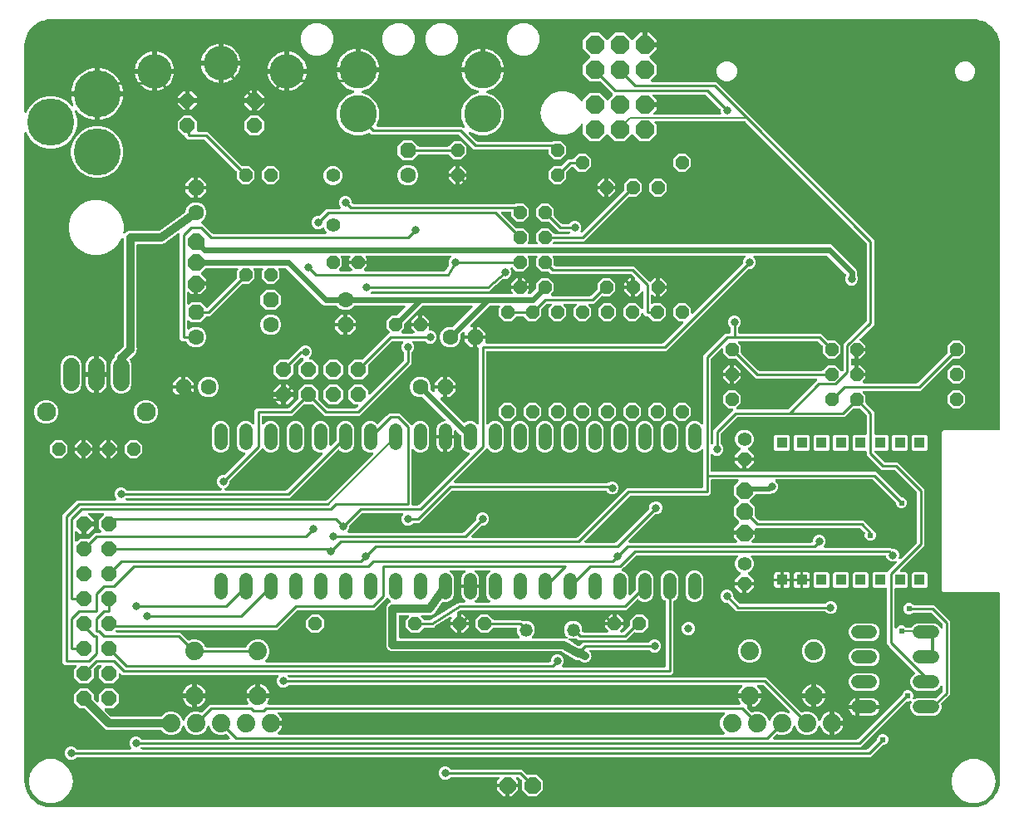
<source format=gbl>
G04 EAGLE Gerber RS-274X export*
G75*
%MOMM*%
%FSLAX34Y34*%
%LPD*%
%INBottom Copper*%
%IPPOS*%
%AMOC8*
5,1,8,0,0,1.08239X$1,22.5*%
G01*
%ADD10P,1.429621X8X112.500000*%
%ADD11P,1.429621X8X292.500000*%
%ADD12C,1.320800*%
%ADD13P,1.732040X8X292.500000*%
%ADD14C,1.600200*%
%ADD15P,1.429621X8X202.500000*%
%ADD16P,1.429621X8X22.500000*%
%ADD17P,1.732040X8X22.500000*%
%ADD18C,1.422400*%
%ADD19C,4.800000*%
%ADD20C,1.930400*%
%ADD21C,1.320800*%
%ADD22C,3.810000*%
%ADD23P,2.034460X8X22.500000*%
%ADD24C,1.879600*%
%ADD25P,1.814519X8X202.500000*%
%ADD26P,1.524005X8X22.500000*%
%ADD27P,1.632244X8X22.500000*%
%ADD28C,3.500000*%
%ADD29P,1.732040X8X112.500000*%
%ADD30P,1.814519X8X112.500000*%
%ADD31C,1.676400*%
%ADD32P,1.732040X8X202.500000*%
%ADD33P,1.649562X8X22.500000*%
%ADD34P,1.649562X8X292.500000*%
%ADD35R,1.108000X1.108000*%
%ADD36P,1.539592X8X292.500000*%
%ADD37C,0.254000*%
%ADD38C,0.812800*%
%ADD39C,0.609600*%
%ADD40C,0.609600*%
%ADD41C,0.152400*%
%ADD42C,0.812800*%
%ADD43C,0.304800*%
%ADD44C,0.508000*%

G36*
X970022Y3178D02*
X970022Y3178D01*
X970100Y3180D01*
X974097Y3494D01*
X974165Y3508D01*
X974234Y3513D01*
X974390Y3552D01*
X981994Y6023D01*
X982101Y6074D01*
X982212Y6117D01*
X982263Y6150D01*
X982282Y6159D01*
X982297Y6172D01*
X982348Y6203D01*
X988816Y10903D01*
X988903Y10984D01*
X988994Y11060D01*
X989033Y11107D01*
X989048Y11121D01*
X989059Y11138D01*
X989097Y11184D01*
X993797Y17652D01*
X993824Y17702D01*
X993844Y17726D01*
X993870Y17782D01*
X993917Y17856D01*
X993940Y17913D01*
X993950Y17931D01*
X993955Y17951D01*
X993977Y18006D01*
X996448Y25610D01*
X996460Y25678D01*
X996483Y25743D01*
X996506Y25903D01*
X996820Y29900D01*
X996819Y29922D01*
X996824Y30000D01*
X996824Y221190D01*
X996809Y221308D01*
X996802Y221427D01*
X996789Y221465D01*
X996784Y221506D01*
X996741Y221616D01*
X996704Y221729D01*
X996682Y221764D01*
X996667Y221801D01*
X996598Y221897D01*
X996534Y221998D01*
X996504Y222026D01*
X996481Y222059D01*
X996389Y222135D01*
X996302Y222216D01*
X996267Y222236D01*
X996236Y222261D01*
X996128Y222312D01*
X996024Y222370D01*
X995984Y222380D01*
X995948Y222397D01*
X995831Y222419D01*
X995716Y222449D01*
X995656Y222453D01*
X995636Y222457D01*
X995615Y222455D01*
X995555Y222459D01*
X938948Y222459D01*
X937459Y223948D01*
X937459Y386052D01*
X938948Y387541D01*
X995555Y387541D01*
X995673Y387556D01*
X995792Y387563D01*
X995830Y387576D01*
X995871Y387581D01*
X995981Y387624D01*
X996094Y387661D01*
X996129Y387683D01*
X996166Y387698D01*
X996262Y387767D01*
X996363Y387831D01*
X996391Y387861D01*
X996424Y387884D01*
X996500Y387976D01*
X996581Y388063D01*
X996601Y388098D01*
X996626Y388129D01*
X996677Y388237D01*
X996735Y388341D01*
X996745Y388381D01*
X996762Y388417D01*
X996784Y388534D01*
X996814Y388649D01*
X996818Y388709D01*
X996822Y388729D01*
X996820Y388750D01*
X996824Y388810D01*
X996824Y780000D01*
X996822Y780022D01*
X996820Y780100D01*
X996506Y784097D01*
X996492Y784165D01*
X996487Y784234D01*
X996448Y784390D01*
X993977Y791994D01*
X993926Y792101D01*
X993883Y792212D01*
X993850Y792263D01*
X993841Y792282D01*
X993828Y792297D01*
X993797Y792348D01*
X989097Y798816D01*
X989016Y798903D01*
X988940Y798994D01*
X988893Y799033D01*
X988879Y799048D01*
X988862Y799059D01*
X988816Y799097D01*
X982348Y803797D01*
X982244Y803854D01*
X982144Y803917D01*
X982087Y803940D01*
X982069Y803950D01*
X982049Y803955D01*
X981994Y803977D01*
X974390Y806448D01*
X974322Y806460D01*
X974257Y806483D01*
X974097Y806506D01*
X970100Y806820D01*
X970078Y806819D01*
X970000Y806824D01*
X30000Y806824D01*
X29978Y806822D01*
X29900Y806820D01*
X25903Y806506D01*
X25835Y806492D01*
X25766Y806487D01*
X25610Y806448D01*
X18006Y803977D01*
X17899Y803926D01*
X17788Y803883D01*
X17737Y803850D01*
X17718Y803841D01*
X17703Y803828D01*
X17652Y803797D01*
X11184Y799097D01*
X11097Y799016D01*
X11006Y798940D01*
X10967Y798893D01*
X10952Y798879D01*
X10941Y798862D01*
X10903Y798816D01*
X6203Y792348D01*
X6146Y792244D01*
X6083Y792144D01*
X6060Y792087D01*
X6050Y792069D01*
X6045Y792049D01*
X6023Y791994D01*
X3552Y784390D01*
X3540Y784322D01*
X3517Y784257D01*
X3494Y784097D01*
X3180Y780100D01*
X3181Y780078D01*
X3176Y780000D01*
X3176Y712491D01*
X3194Y712347D01*
X3209Y712201D01*
X3214Y712189D01*
X3216Y712175D01*
X3269Y712040D01*
X3320Y711903D01*
X3328Y711892D01*
X3333Y711880D01*
X3418Y711762D01*
X3501Y711642D01*
X3512Y711633D01*
X3519Y711622D01*
X3631Y711530D01*
X3742Y711434D01*
X3754Y711428D01*
X3764Y711420D01*
X3896Y711358D01*
X4027Y711293D01*
X4040Y711290D01*
X4052Y711284D01*
X4194Y711257D01*
X4338Y711226D01*
X4351Y711227D01*
X4364Y711224D01*
X4509Y711233D01*
X4655Y711239D01*
X4669Y711243D01*
X4682Y711244D01*
X4820Y711289D01*
X4960Y711331D01*
X4972Y711338D01*
X4984Y711342D01*
X5107Y711420D01*
X5232Y711495D01*
X5242Y711505D01*
X5253Y711512D01*
X5353Y711618D01*
X5455Y711722D01*
X5465Y711738D01*
X5471Y711744D01*
X5479Y711759D01*
X5544Y711856D01*
X8962Y717776D01*
X13904Y722718D01*
X19956Y726212D01*
X26706Y728021D01*
X33694Y728021D01*
X40444Y726212D01*
X46496Y722718D01*
X50827Y718387D01*
X50910Y718322D01*
X50988Y718251D01*
X51035Y718225D01*
X51079Y718192D01*
X51175Y718150D01*
X51268Y718100D01*
X51320Y718087D01*
X51370Y718066D01*
X51474Y718049D01*
X51576Y718024D01*
X51631Y718024D01*
X51684Y718016D01*
X51789Y718026D01*
X51894Y718027D01*
X51947Y718041D01*
X52001Y718046D01*
X52100Y718081D01*
X52202Y718108D01*
X52249Y718135D01*
X52300Y718153D01*
X52387Y718212D01*
X52479Y718264D01*
X52519Y718301D01*
X52563Y718332D01*
X52633Y718411D01*
X52709Y718483D01*
X52738Y718529D01*
X52774Y718570D01*
X52822Y718664D01*
X52877Y718753D01*
X52894Y718805D01*
X52919Y718854D01*
X52942Y718956D01*
X52973Y719057D01*
X52976Y719111D01*
X52988Y719164D01*
X52985Y719269D01*
X52991Y719374D01*
X52980Y719427D01*
X52979Y719482D01*
X52949Y719583D01*
X52929Y719686D01*
X52896Y719766D01*
X52890Y719787D01*
X52882Y719800D01*
X52868Y719835D01*
X52641Y720307D01*
X51656Y723121D01*
X50993Y726027D01*
X50777Y727941D01*
X74661Y727941D01*
X74661Y704057D01*
X72747Y704273D01*
X69841Y704936D01*
X67027Y705921D01*
X64342Y707214D01*
X61817Y708800D01*
X59487Y710659D01*
X57379Y712767D01*
X56894Y713375D01*
X56847Y713421D01*
X56808Y713472D01*
X56734Y713531D01*
X56666Y713597D01*
X56610Y713629D01*
X56559Y713670D01*
X56472Y713708D01*
X56390Y713755D01*
X56328Y713773D01*
X56269Y713799D01*
X56175Y713815D01*
X56083Y713840D01*
X56019Y713841D01*
X55955Y713852D01*
X55860Y713844D01*
X55765Y713846D01*
X55702Y713831D01*
X55638Y713826D01*
X55548Y713794D01*
X55456Y713773D01*
X55399Y713742D01*
X55338Y713721D01*
X55259Y713669D01*
X55174Y713625D01*
X55126Y713581D01*
X55073Y713545D01*
X55009Y713475D01*
X54939Y713411D01*
X54903Y713357D01*
X54860Y713309D01*
X54816Y713225D01*
X54763Y713146D01*
X54742Y713085D01*
X54712Y713028D01*
X54690Y712935D01*
X54659Y712845D01*
X54654Y712781D01*
X54639Y712718D01*
X54641Y712623D01*
X54633Y712528D01*
X54644Y712465D01*
X54645Y712400D01*
X54671Y712308D01*
X54687Y712215D01*
X54713Y712156D01*
X54731Y712094D01*
X54802Y711949D01*
X54932Y711724D01*
X56741Y704974D01*
X56741Y697986D01*
X54932Y691236D01*
X51438Y685184D01*
X46496Y680242D01*
X40444Y676748D01*
X33694Y674939D01*
X26706Y674939D01*
X19956Y676748D01*
X13904Y680242D01*
X8962Y685184D01*
X5544Y691104D01*
X5456Y691220D01*
X5371Y691338D01*
X5360Y691346D01*
X5352Y691357D01*
X5238Y691447D01*
X5126Y691540D01*
X5113Y691546D01*
X5103Y691555D01*
X4969Y691614D01*
X4838Y691676D01*
X4825Y691679D01*
X4812Y691684D01*
X4668Y691709D01*
X4525Y691736D01*
X4512Y691735D01*
X4499Y691737D01*
X4353Y691725D01*
X4208Y691716D01*
X4195Y691712D01*
X4182Y691711D01*
X4044Y691663D01*
X3906Y691618D01*
X3894Y691611D01*
X3881Y691606D01*
X3760Y691526D01*
X3637Y691448D01*
X3628Y691438D01*
X3616Y691431D01*
X3519Y691323D01*
X3419Y691216D01*
X3412Y691204D01*
X3403Y691194D01*
X3336Y691065D01*
X3265Y690938D01*
X3262Y690925D01*
X3256Y690913D01*
X3222Y690771D01*
X3186Y690630D01*
X3185Y690611D01*
X3183Y690603D01*
X3183Y690586D01*
X3176Y690469D01*
X3176Y30000D01*
X3178Y29978D01*
X3180Y29900D01*
X3494Y25903D01*
X3508Y25837D01*
X3511Y25785D01*
X3511Y25784D01*
X3513Y25766D01*
X3552Y25610D01*
X6023Y18006D01*
X6057Y17934D01*
X6079Y17867D01*
X6098Y17836D01*
X6117Y17788D01*
X6150Y17737D01*
X6159Y17718D01*
X6172Y17703D01*
X6203Y17652D01*
X10903Y11184D01*
X10984Y11097D01*
X11060Y11006D01*
X11107Y10967D01*
X11121Y10952D01*
X11138Y10941D01*
X11184Y10903D01*
X17652Y6203D01*
X17756Y6146D01*
X17856Y6083D01*
X17913Y6060D01*
X17931Y6050D01*
X17951Y6045D01*
X18006Y6023D01*
X25610Y3552D01*
X25678Y3540D01*
X25743Y3517D01*
X25903Y3494D01*
X29900Y3180D01*
X29922Y3181D01*
X30000Y3176D01*
X970000Y3176D01*
X970022Y3178D01*
G37*
%LPC*%
G36*
X49486Y51815D02*
X49486Y51815D01*
X47059Y52821D01*
X45201Y54679D01*
X44195Y57106D01*
X44195Y59734D01*
X45201Y62161D01*
X47059Y64019D01*
X49486Y65025D01*
X52114Y65025D01*
X54541Y64019D01*
X55958Y62602D01*
X56036Y62542D01*
X56108Y62474D01*
X56161Y62445D01*
X56209Y62408D01*
X56300Y62368D01*
X56387Y62320D01*
X56445Y62305D01*
X56501Y62281D01*
X56599Y62266D01*
X56695Y62241D01*
X56795Y62235D01*
X56815Y62231D01*
X56828Y62233D01*
X56856Y62231D01*
X110785Y62231D01*
X110923Y62248D01*
X111061Y62261D01*
X111080Y62268D01*
X111100Y62271D01*
X111230Y62322D01*
X111360Y62369D01*
X111377Y62380D01*
X111396Y62388D01*
X111508Y62469D01*
X111623Y62547D01*
X111637Y62563D01*
X111653Y62574D01*
X111742Y62682D01*
X111834Y62786D01*
X111843Y62804D01*
X111856Y62819D01*
X111915Y62945D01*
X111978Y63069D01*
X111983Y63089D01*
X111991Y63107D01*
X112018Y63244D01*
X112048Y63379D01*
X112047Y63400D01*
X112051Y63419D01*
X112043Y63558D01*
X112038Y63697D01*
X112033Y63717D01*
X112031Y63737D01*
X111989Y63869D01*
X111950Y64003D01*
X111940Y64020D01*
X111933Y64039D01*
X111859Y64157D01*
X111788Y64277D01*
X111770Y64298D01*
X111763Y64308D01*
X111748Y64322D01*
X111682Y64398D01*
X111241Y64839D01*
X110235Y67266D01*
X110235Y69894D01*
X111241Y72321D01*
X113099Y74179D01*
X115526Y75185D01*
X118154Y75185D01*
X120581Y74179D01*
X121998Y72762D01*
X122076Y72702D01*
X122148Y72634D01*
X122201Y72605D01*
X122249Y72568D01*
X122340Y72528D01*
X122427Y72480D01*
X122485Y72465D01*
X122541Y72441D01*
X122639Y72426D01*
X122735Y72401D01*
X122835Y72395D01*
X122855Y72391D01*
X122868Y72393D01*
X122896Y72391D01*
X211256Y72391D01*
X211393Y72408D01*
X211532Y72421D01*
X211551Y72428D01*
X211571Y72431D01*
X211700Y72482D01*
X211831Y72529D01*
X211848Y72540D01*
X211867Y72548D01*
X211979Y72629D01*
X212095Y72707D01*
X212108Y72723D01*
X212124Y72734D01*
X212213Y72842D01*
X212305Y72946D01*
X212314Y72964D01*
X212327Y72979D01*
X212386Y73105D01*
X212450Y73229D01*
X212454Y73249D01*
X212463Y73267D01*
X212489Y73403D01*
X212519Y73539D01*
X212519Y73560D01*
X212523Y73579D01*
X212514Y73718D01*
X212510Y73857D01*
X212504Y73877D01*
X212503Y73897D01*
X212460Y74029D01*
X212421Y74163D01*
X212411Y74180D01*
X212405Y74199D01*
X212330Y74317D01*
X212260Y74437D01*
X212241Y74458D01*
X212235Y74468D01*
X212220Y74482D01*
X212153Y74557D01*
X209126Y77584D01*
X209103Y77602D01*
X209084Y77625D01*
X208978Y77700D01*
X208875Y77779D01*
X208848Y77791D01*
X208824Y77808D01*
X208703Y77854D01*
X208583Y77906D01*
X208554Y77910D01*
X208527Y77921D01*
X208398Y77935D01*
X208269Y77955D01*
X208240Y77953D01*
X208211Y77956D01*
X208082Y77938D01*
X207953Y77926D01*
X207925Y77916D01*
X207896Y77912D01*
X207743Y77859D01*
X205575Y76961D01*
X200825Y76961D01*
X196437Y78779D01*
X193079Y82137D01*
X191673Y85532D01*
X191604Y85653D01*
X191539Y85776D01*
X191525Y85791D01*
X191515Y85808D01*
X191418Y85908D01*
X191325Y86011D01*
X191308Y86022D01*
X191294Y86037D01*
X191175Y86110D01*
X191059Y86186D01*
X191040Y86192D01*
X191023Y86203D01*
X190890Y86244D01*
X190758Y86289D01*
X190738Y86291D01*
X190719Y86297D01*
X190580Y86303D01*
X190441Y86314D01*
X190421Y86311D01*
X190401Y86312D01*
X190265Y86284D01*
X190128Y86260D01*
X190109Y86252D01*
X190090Y86247D01*
X189964Y86186D01*
X189838Y86129D01*
X189822Y86117D01*
X189804Y86108D01*
X189698Y86017D01*
X189590Y85931D01*
X189577Y85915D01*
X189562Y85901D01*
X189482Y85788D01*
X189398Y85677D01*
X189386Y85651D01*
X189379Y85641D01*
X189372Y85622D01*
X189327Y85532D01*
X187921Y82137D01*
X184563Y78779D01*
X180175Y76961D01*
X175425Y76961D01*
X171037Y78779D01*
X167679Y82137D01*
X166273Y85532D01*
X166204Y85653D01*
X166139Y85776D01*
X166125Y85791D01*
X166115Y85808D01*
X166018Y85908D01*
X165925Y86011D01*
X165908Y86022D01*
X165894Y86037D01*
X165775Y86110D01*
X165659Y86186D01*
X165640Y86192D01*
X165623Y86203D01*
X165490Y86244D01*
X165358Y86289D01*
X165338Y86291D01*
X165319Y86297D01*
X165180Y86303D01*
X165041Y86314D01*
X165021Y86311D01*
X165001Y86312D01*
X164865Y86284D01*
X164728Y86260D01*
X164709Y86252D01*
X164690Y86247D01*
X164564Y86186D01*
X164438Y86129D01*
X164422Y86117D01*
X164404Y86108D01*
X164298Y86017D01*
X164190Y85931D01*
X164177Y85915D01*
X164162Y85901D01*
X164082Y85788D01*
X163998Y85677D01*
X163986Y85651D01*
X163979Y85641D01*
X163972Y85622D01*
X163927Y85532D01*
X162521Y82137D01*
X159163Y78779D01*
X154775Y76961D01*
X150025Y76961D01*
X145637Y78779D01*
X142493Y81924D01*
X142414Y81984D01*
X142342Y82052D01*
X142289Y82081D01*
X142241Y82118D01*
X142150Y82158D01*
X142064Y82206D01*
X142005Y82221D01*
X141949Y82245D01*
X141851Y82260D01*
X141756Y82285D01*
X141656Y82291D01*
X141635Y82295D01*
X141623Y82293D01*
X141595Y82295D01*
X87586Y82295D01*
X85159Y83301D01*
X64692Y103768D01*
X64614Y103828D01*
X64542Y103896D01*
X64489Y103925D01*
X64441Y103962D01*
X64350Y104002D01*
X64263Y104050D01*
X64205Y104065D01*
X64149Y104089D01*
X64051Y104104D01*
X63955Y104129D01*
X63855Y104135D01*
X63835Y104139D01*
X63822Y104137D01*
X63794Y104139D01*
X59291Y104139D01*
X53339Y110091D01*
X53339Y118509D01*
X59291Y124461D01*
X67709Y124461D01*
X73661Y118509D01*
X73661Y114006D01*
X73673Y113907D01*
X73676Y113808D01*
X73693Y113750D01*
X73701Y113690D01*
X73737Y113598D01*
X73765Y113503D01*
X73795Y113451D01*
X73818Y113394D01*
X73876Y113314D01*
X73926Y113229D01*
X73992Y113153D01*
X74004Y113137D01*
X74014Y113129D01*
X74032Y113108D01*
X76573Y110568D01*
X76682Y110483D01*
X76789Y110394D01*
X76808Y110385D01*
X76824Y110373D01*
X76952Y110318D01*
X77077Y110259D01*
X77097Y110255D01*
X77116Y110247D01*
X77254Y110225D01*
X77390Y110199D01*
X77410Y110200D01*
X77430Y110197D01*
X77569Y110210D01*
X77707Y110219D01*
X77726Y110225D01*
X77746Y110227D01*
X77878Y110274D01*
X78009Y110317D01*
X78027Y110327D01*
X78046Y110334D01*
X78161Y110412D01*
X78278Y110487D01*
X78292Y110501D01*
X78309Y110513D01*
X78401Y110617D01*
X78496Y110718D01*
X78506Y110736D01*
X78519Y110751D01*
X78583Y110875D01*
X78650Y110997D01*
X78655Y111016D01*
X78664Y111034D01*
X78694Y111170D01*
X78729Y111305D01*
X78731Y111333D01*
X78734Y111345D01*
X78733Y111365D01*
X78739Y111465D01*
X78739Y118509D01*
X84691Y124461D01*
X93109Y124461D01*
X99061Y118509D01*
X99061Y110091D01*
X93109Y104139D01*
X86065Y104139D01*
X85928Y104122D01*
X85789Y104109D01*
X85770Y104102D01*
X85750Y104099D01*
X85621Y104048D01*
X85490Y104001D01*
X85473Y103990D01*
X85454Y103982D01*
X85342Y103901D01*
X85227Y103823D01*
X85213Y103807D01*
X85197Y103796D01*
X85108Y103688D01*
X85016Y103584D01*
X85007Y103566D01*
X84994Y103551D01*
X84935Y103425D01*
X84872Y103301D01*
X84867Y103281D01*
X84859Y103263D01*
X84832Y103127D01*
X84802Y102991D01*
X84803Y102970D01*
X84799Y102951D01*
X84807Y102812D01*
X84812Y102673D01*
X84817Y102653D01*
X84819Y102633D01*
X84861Y102501D01*
X84900Y102367D01*
X84910Y102350D01*
X84917Y102331D01*
X84991Y102213D01*
X85062Y102093D01*
X85080Y102072D01*
X85087Y102062D01*
X85102Y102048D01*
X85168Y101973D01*
X91264Y95876D01*
X91342Y95816D01*
X91414Y95748D01*
X91467Y95719D01*
X91515Y95682D01*
X91606Y95642D01*
X91693Y95594D01*
X91751Y95579D01*
X91807Y95555D01*
X91905Y95540D01*
X92001Y95515D01*
X92101Y95509D01*
X92121Y95505D01*
X92134Y95507D01*
X92162Y95505D01*
X141595Y95505D01*
X141693Y95517D01*
X141792Y95520D01*
X141850Y95537D01*
X141911Y95545D01*
X142003Y95581D01*
X142098Y95609D01*
X142150Y95639D01*
X142206Y95662D01*
X142286Y95720D01*
X142372Y95770D01*
X142447Y95836D01*
X142464Y95848D01*
X142471Y95858D01*
X142493Y95876D01*
X145637Y99021D01*
X150025Y100839D01*
X154775Y100839D01*
X159163Y99021D01*
X162521Y95663D01*
X163927Y92268D01*
X163996Y92147D01*
X164061Y92024D01*
X164075Y92009D01*
X164085Y91992D01*
X164182Y91892D01*
X164275Y91789D01*
X164292Y91778D01*
X164306Y91763D01*
X164424Y91691D01*
X164541Y91614D01*
X164560Y91608D01*
X164577Y91597D01*
X164710Y91556D01*
X164842Y91511D01*
X164862Y91509D01*
X164881Y91503D01*
X165020Y91497D01*
X165159Y91486D01*
X165179Y91489D01*
X165199Y91488D01*
X165335Y91516D01*
X165472Y91540D01*
X165491Y91548D01*
X165510Y91553D01*
X165635Y91614D01*
X165762Y91671D01*
X165778Y91683D01*
X165796Y91692D01*
X165902Y91783D01*
X166010Y91869D01*
X166023Y91885D01*
X166038Y91899D01*
X166118Y92012D01*
X166202Y92123D01*
X166214Y92149D01*
X166221Y92159D01*
X166228Y92178D01*
X166273Y92268D01*
X167679Y95663D01*
X171037Y99021D01*
X175425Y100839D01*
X180175Y100839D01*
X182343Y99941D01*
X182372Y99933D01*
X182398Y99919D01*
X182525Y99891D01*
X182650Y99857D01*
X182680Y99856D01*
X182708Y99850D01*
X182838Y99854D01*
X182968Y99852D01*
X182997Y99858D01*
X183026Y99859D01*
X183151Y99895D01*
X183277Y99926D01*
X183303Y99940D01*
X183332Y99948D01*
X183443Y100013D01*
X183558Y100074D01*
X183580Y100094D01*
X183606Y100109D01*
X183726Y100216D01*
X191462Y107951D01*
X230507Y107951D01*
X230546Y107956D01*
X230586Y107953D01*
X230704Y107976D01*
X230822Y107991D01*
X230859Y108005D01*
X230898Y108013D01*
X231007Y108064D01*
X231118Y108108D01*
X231150Y108131D01*
X231186Y108148D01*
X231278Y108224D01*
X231375Y108294D01*
X231401Y108325D01*
X231431Y108350D01*
X231502Y108447D01*
X231578Y108539D01*
X231595Y108575D01*
X231619Y108608D01*
X231663Y108719D01*
X231714Y108827D01*
X231721Y108866D01*
X231736Y108903D01*
X231751Y109022D01*
X231774Y109139D01*
X231771Y109179D01*
X231776Y109219D01*
X231761Y109337D01*
X231754Y109457D01*
X231742Y109495D01*
X231737Y109534D01*
X231693Y109646D01*
X231656Y109759D01*
X231634Y109793D01*
X231620Y109830D01*
X231534Y109966D01*
X230901Y110837D01*
X230048Y112511D01*
X229467Y114298D01*
X229427Y114555D01*
X239842Y114555D01*
X239960Y114570D01*
X240079Y114577D01*
X240117Y114590D01*
X240157Y114595D01*
X240268Y114638D01*
X240381Y114675D01*
X240415Y114697D01*
X240453Y114712D01*
X240549Y114782D01*
X240650Y114845D01*
X240678Y114875D01*
X240710Y114898D01*
X240786Y114990D01*
X240868Y115077D01*
X240887Y115112D01*
X240913Y115143D01*
X240964Y115251D01*
X241021Y115355D01*
X241032Y115395D01*
X241049Y115431D01*
X241071Y115548D01*
X241101Y115663D01*
X241105Y115724D01*
X241109Y115744D01*
X241107Y115764D01*
X241111Y115824D01*
X241111Y117095D01*
X241113Y117095D01*
X241113Y115824D01*
X241128Y115706D01*
X241135Y115587D01*
X241148Y115549D01*
X241153Y115508D01*
X241197Y115398D01*
X241233Y115285D01*
X241255Y115250D01*
X241270Y115213D01*
X241340Y115117D01*
X241403Y115016D01*
X241433Y114988D01*
X241457Y114955D01*
X241548Y114880D01*
X241635Y114798D01*
X241670Y114778D01*
X241702Y114753D01*
X241809Y114702D01*
X241914Y114644D01*
X241953Y114634D01*
X241989Y114617D01*
X242106Y114595D01*
X242221Y114565D01*
X242282Y114561D01*
X242302Y114557D01*
X242322Y114559D01*
X242382Y114555D01*
X252797Y114555D01*
X252757Y114298D01*
X252176Y112511D01*
X251323Y110837D01*
X250690Y109966D01*
X250671Y109931D01*
X250646Y109901D01*
X250595Y109792D01*
X250537Y109687D01*
X250527Y109649D01*
X250510Y109613D01*
X250488Y109496D01*
X250458Y109379D01*
X250458Y109339D01*
X250450Y109300D01*
X250458Y109181D01*
X250458Y109061D01*
X250468Y109023D01*
X250470Y108983D01*
X250507Y108869D01*
X250537Y108753D01*
X250556Y108718D01*
X250568Y108681D01*
X250632Y108579D01*
X250690Y108475D01*
X250717Y108446D01*
X250738Y108412D01*
X250826Y108330D01*
X250907Y108243D01*
X250941Y108221D01*
X250970Y108194D01*
X251075Y108136D01*
X251176Y108072D01*
X251214Y108060D01*
X251249Y108040D01*
X251364Y108011D01*
X251478Y107973D01*
X251518Y107971D01*
X251556Y107961D01*
X251717Y107951D01*
X731583Y107951D01*
X731622Y107956D01*
X731662Y107953D01*
X731780Y107976D01*
X731898Y107991D01*
X731935Y108005D01*
X731974Y108013D01*
X732083Y108064D01*
X732194Y108108D01*
X732226Y108131D01*
X732262Y108148D01*
X732354Y108224D01*
X732451Y108294D01*
X732477Y108325D01*
X732507Y108350D01*
X732578Y108447D01*
X732654Y108539D01*
X732671Y108575D01*
X732695Y108608D01*
X732739Y108719D01*
X732790Y108827D01*
X732797Y108866D01*
X732812Y108903D01*
X732827Y109022D01*
X732850Y109139D01*
X732847Y109179D01*
X732852Y109219D01*
X732837Y109337D01*
X732830Y109457D01*
X732818Y109495D01*
X732813Y109534D01*
X732769Y109646D01*
X732732Y109759D01*
X732710Y109793D01*
X732696Y109830D01*
X732610Y109966D01*
X731977Y110837D01*
X731124Y112511D01*
X730543Y114298D01*
X730503Y114555D01*
X739649Y114555D01*
X739649Y104466D01*
X739661Y104368D01*
X739664Y104269D01*
X739681Y104211D01*
X739689Y104151D01*
X739725Y104059D01*
X739753Y103963D01*
X739783Y103911D01*
X739806Y103855D01*
X739864Y103775D01*
X739914Y103690D01*
X739980Y103614D01*
X739992Y103598D01*
X740002Y103590D01*
X740021Y103569D01*
X743374Y100216D01*
X743397Y100198D01*
X743416Y100175D01*
X743522Y100100D01*
X743625Y100021D01*
X743652Y100009D01*
X743676Y99992D01*
X743797Y99946D01*
X743917Y99894D01*
X743946Y99890D01*
X743973Y99879D01*
X744102Y99865D01*
X744231Y99845D01*
X744260Y99847D01*
X744289Y99844D01*
X744418Y99862D01*
X744547Y99874D01*
X744575Y99884D01*
X744604Y99888D01*
X744757Y99941D01*
X746925Y100839D01*
X751675Y100839D01*
X756063Y99021D01*
X759421Y95663D01*
X760827Y92268D01*
X760896Y92147D01*
X760961Y92024D01*
X760975Y92009D01*
X760985Y91992D01*
X761082Y91892D01*
X761175Y91789D01*
X761192Y91778D01*
X761206Y91763D01*
X761324Y91691D01*
X761441Y91614D01*
X761460Y91608D01*
X761477Y91597D01*
X761610Y91556D01*
X761742Y91511D01*
X761762Y91509D01*
X761781Y91503D01*
X761920Y91497D01*
X762059Y91486D01*
X762079Y91489D01*
X762099Y91488D01*
X762235Y91516D01*
X762372Y91540D01*
X762391Y91548D01*
X762410Y91552D01*
X762535Y91614D01*
X762662Y91671D01*
X762678Y91683D01*
X762696Y91692D01*
X762802Y91783D01*
X762910Y91869D01*
X762923Y91885D01*
X762938Y91899D01*
X763018Y92012D01*
X763102Y92123D01*
X763114Y92149D01*
X763121Y92159D01*
X763128Y92178D01*
X763173Y92268D01*
X764579Y95663D01*
X767937Y99021D01*
X772325Y100839D01*
X777075Y100839D01*
X780905Y99252D01*
X780973Y99234D01*
X781037Y99206D01*
X781126Y99192D01*
X781212Y99168D01*
X781282Y99167D01*
X781351Y99156D01*
X781440Y99164D01*
X781530Y99163D01*
X781598Y99179D01*
X781668Y99186D01*
X781752Y99216D01*
X781839Y99237D01*
X781901Y99270D01*
X781967Y99293D01*
X782041Y99344D01*
X782121Y99386D01*
X782172Y99433D01*
X782230Y99472D01*
X782290Y99539D01*
X782356Y99600D01*
X782394Y99658D01*
X782440Y99710D01*
X782481Y99790D01*
X782531Y99866D01*
X782553Y99932D01*
X782585Y99994D01*
X782605Y100081D01*
X782634Y100166D01*
X782639Y100236D01*
X782655Y100304D01*
X782652Y100394D01*
X782659Y100483D01*
X782647Y100552D01*
X782645Y100622D01*
X782620Y100708D01*
X782605Y100797D01*
X782576Y100860D01*
X782557Y100927D01*
X782511Y101005D01*
X782474Y101087D01*
X782431Y101141D01*
X782395Y101201D01*
X782289Y101322D01*
X755713Y127898D01*
X755635Y127958D01*
X755563Y128026D01*
X755510Y128055D01*
X755462Y128092D01*
X755371Y128132D01*
X755284Y128180D01*
X755226Y128195D01*
X755170Y128219D01*
X755072Y128234D01*
X754976Y128259D01*
X754876Y128265D01*
X754856Y128269D01*
X754844Y128267D01*
X754816Y128269D01*
X750961Y128269D01*
X750823Y128252D01*
X750684Y128239D01*
X750665Y128232D01*
X750645Y128229D01*
X750516Y128178D01*
X750385Y128131D01*
X750368Y128120D01*
X750350Y128112D01*
X750237Y128031D01*
X750122Y127953D01*
X750109Y127937D01*
X750092Y127926D01*
X750003Y127818D01*
X749912Y127714D01*
X749902Y127696D01*
X749889Y127681D01*
X749830Y127555D01*
X749767Y127431D01*
X749763Y127411D01*
X749754Y127393D01*
X749728Y127256D01*
X749697Y127121D01*
X749698Y127100D01*
X749694Y127081D01*
X749703Y126942D01*
X749707Y126803D01*
X749713Y126783D01*
X749714Y126763D01*
X749757Y126631D01*
X749795Y126497D01*
X749806Y126480D01*
X749812Y126461D01*
X749887Y126343D01*
X749957Y126223D01*
X749976Y126202D01*
X749982Y126192D01*
X749997Y126178D01*
X750063Y126103D01*
X751294Y124872D01*
X752399Y123351D01*
X753252Y121677D01*
X753833Y119890D01*
X753873Y119633D01*
X743458Y119633D01*
X743340Y119618D01*
X743221Y119611D01*
X743183Y119598D01*
X743143Y119593D01*
X743032Y119550D01*
X742919Y119513D01*
X742885Y119491D01*
X742847Y119476D01*
X742751Y119406D01*
X742650Y119343D01*
X742622Y119313D01*
X742590Y119289D01*
X742514Y119198D01*
X742432Y119111D01*
X742413Y119076D01*
X742387Y119045D01*
X742336Y118937D01*
X742279Y118833D01*
X742268Y118793D01*
X742251Y118757D01*
X742229Y118640D01*
X742199Y118525D01*
X742195Y118464D01*
X742191Y118444D01*
X742193Y118424D01*
X742189Y118364D01*
X742189Y117093D01*
X742187Y117093D01*
X742187Y118364D01*
X742172Y118482D01*
X742165Y118601D01*
X742152Y118639D01*
X742147Y118679D01*
X742103Y118790D01*
X742067Y118903D01*
X742045Y118938D01*
X742030Y118975D01*
X741960Y119071D01*
X741897Y119172D01*
X741867Y119200D01*
X741843Y119233D01*
X741752Y119308D01*
X741665Y119390D01*
X741630Y119410D01*
X741598Y119435D01*
X741491Y119486D01*
X741386Y119544D01*
X741347Y119554D01*
X741311Y119571D01*
X741194Y119593D01*
X741079Y119623D01*
X741018Y119627D01*
X740998Y119631D01*
X740978Y119629D01*
X740918Y119633D01*
X730503Y119633D01*
X730543Y119890D01*
X731124Y121677D01*
X731977Y123351D01*
X733082Y124872D01*
X734313Y126103D01*
X734398Y126212D01*
X734487Y126319D01*
X734495Y126338D01*
X734508Y126354D01*
X734563Y126481D01*
X734622Y126607D01*
X734626Y126627D01*
X734634Y126646D01*
X734656Y126784D01*
X734682Y126920D01*
X734681Y126940D01*
X734684Y126960D01*
X734671Y127099D01*
X734662Y127237D01*
X734656Y127256D01*
X734654Y127276D01*
X734607Y127407D01*
X734564Y127539D01*
X734553Y127557D01*
X734546Y127576D01*
X734468Y127691D01*
X734394Y127808D01*
X734379Y127822D01*
X734368Y127839D01*
X734263Y127931D01*
X734162Y128026D01*
X734145Y128036D01*
X734129Y128049D01*
X734005Y128113D01*
X733884Y128180D01*
X733864Y128185D01*
X733846Y128194D01*
X733710Y128224D01*
X733576Y128259D01*
X733548Y128261D01*
X733536Y128264D01*
X733515Y128263D01*
X733415Y128269D01*
X272756Y128269D01*
X272657Y128257D01*
X272558Y128254D01*
X272500Y128237D01*
X272440Y128229D01*
X272348Y128193D01*
X272253Y128165D01*
X272201Y128135D01*
X272144Y128112D01*
X272064Y128054D01*
X271979Y128004D01*
X271903Y127938D01*
X271887Y127926D01*
X271879Y127916D01*
X271858Y127898D01*
X270441Y126481D01*
X268014Y125475D01*
X265386Y125475D01*
X262959Y126481D01*
X261101Y128339D01*
X260095Y130766D01*
X260095Y133394D01*
X261101Y135821D01*
X261542Y136262D01*
X261627Y136372D01*
X261716Y136479D01*
X261725Y136498D01*
X261737Y136514D01*
X261792Y136642D01*
X261851Y136767D01*
X261855Y136787D01*
X261863Y136806D01*
X261885Y136944D01*
X261911Y137080D01*
X261910Y137100D01*
X261913Y137120D01*
X261900Y137259D01*
X261891Y137397D01*
X261885Y137416D01*
X261883Y137436D01*
X261836Y137567D01*
X261793Y137699D01*
X261783Y137717D01*
X261776Y137736D01*
X261698Y137850D01*
X261623Y137968D01*
X261609Y137982D01*
X261597Y137999D01*
X261493Y138091D01*
X261392Y138186D01*
X261374Y138196D01*
X261359Y138209D01*
X261235Y138272D01*
X261113Y138340D01*
X261094Y138345D01*
X261076Y138354D01*
X260940Y138384D01*
X260805Y138419D01*
X260777Y138421D01*
X260765Y138424D01*
X260745Y138423D01*
X260645Y138429D01*
X102562Y138429D01*
X101227Y139763D01*
X101118Y139849D01*
X101011Y139937D01*
X100992Y139946D01*
X100976Y139958D01*
X100848Y140014D01*
X100723Y140073D01*
X100703Y140077D01*
X100684Y140085D01*
X100546Y140107D01*
X100410Y140133D01*
X100390Y140131D01*
X100370Y140134D01*
X100231Y140121D01*
X100093Y140113D01*
X100074Y140107D01*
X100054Y140105D01*
X99922Y140057D01*
X99791Y140015D01*
X99773Y140004D01*
X99754Y139997D01*
X99639Y139919D01*
X99522Y139845D01*
X99508Y139830D01*
X99491Y139818D01*
X99399Y139714D01*
X99304Y139613D01*
X99294Y139595D01*
X99281Y139580D01*
X99217Y139456D01*
X99150Y139334D01*
X99145Y139315D01*
X99136Y139297D01*
X99106Y139161D01*
X99071Y139027D01*
X99069Y138998D01*
X99066Y138987D01*
X99067Y138966D01*
X99061Y138866D01*
X99061Y135491D01*
X93109Y129539D01*
X84691Y129539D01*
X78739Y135491D01*
X78739Y143909D01*
X81253Y146423D01*
X81338Y146532D01*
X81427Y146639D01*
X81436Y146658D01*
X81448Y146674D01*
X81503Y146802D01*
X81563Y146927D01*
X81566Y146947D01*
X81574Y146966D01*
X81596Y147104D01*
X81622Y147240D01*
X81621Y147260D01*
X81624Y147280D01*
X81611Y147419D01*
X81603Y147557D01*
X81596Y147576D01*
X81594Y147596D01*
X81547Y147728D01*
X81505Y147859D01*
X81494Y147877D01*
X81487Y147896D01*
X81409Y148011D01*
X81334Y148128D01*
X81320Y148142D01*
X81308Y148159D01*
X81204Y148251D01*
X81103Y148346D01*
X81085Y148356D01*
X81070Y148369D01*
X80946Y148433D01*
X80824Y148500D01*
X80805Y148505D01*
X80787Y148514D01*
X80651Y148544D01*
X80516Y148579D01*
X80488Y148581D01*
X80476Y148584D01*
X80456Y148583D01*
X80356Y148589D01*
X78304Y148589D01*
X78206Y148577D01*
X78107Y148574D01*
X78049Y148557D01*
X77989Y148549D01*
X77897Y148513D01*
X77801Y148485D01*
X77749Y148455D01*
X77693Y148432D01*
X77613Y148374D01*
X77528Y148324D01*
X77452Y148258D01*
X77436Y148246D01*
X77428Y148236D01*
X77407Y148218D01*
X74032Y144843D01*
X73972Y144765D01*
X73904Y144693D01*
X73875Y144640D01*
X73838Y144592D01*
X73798Y144501D01*
X73750Y144414D01*
X73735Y144356D01*
X73711Y144300D01*
X73696Y144202D01*
X73671Y144106D01*
X73665Y144006D01*
X73661Y143986D01*
X73663Y143974D01*
X73661Y143946D01*
X73661Y135491D01*
X67709Y129539D01*
X59291Y129539D01*
X53339Y135491D01*
X53339Y143909D01*
X55853Y146423D01*
X55938Y146532D01*
X56027Y146639D01*
X56036Y146658D01*
X56048Y146674D01*
X56103Y146802D01*
X56163Y146927D01*
X56166Y146947D01*
X56174Y146966D01*
X56196Y147104D01*
X56222Y147240D01*
X56221Y147260D01*
X56224Y147280D01*
X56211Y147419D01*
X56203Y147557D01*
X56196Y147576D01*
X56194Y147596D01*
X56147Y147728D01*
X56105Y147859D01*
X56094Y147877D01*
X56087Y147896D01*
X56009Y148011D01*
X55934Y148128D01*
X55920Y148142D01*
X55908Y148159D01*
X55804Y148251D01*
X55703Y148346D01*
X55685Y148356D01*
X55670Y148369D01*
X55546Y148433D01*
X55424Y148500D01*
X55405Y148505D01*
X55387Y148514D01*
X55251Y148544D01*
X55116Y148579D01*
X55088Y148581D01*
X55076Y148584D01*
X55056Y148583D01*
X54956Y148589D01*
X44142Y148589D01*
X41909Y150822D01*
X41909Y301298D01*
X56842Y316231D01*
X95545Y316231D01*
X95683Y316248D01*
X95821Y316261D01*
X95840Y316268D01*
X95860Y316271D01*
X95990Y316322D01*
X96120Y316369D01*
X96137Y316380D01*
X96156Y316388D01*
X96268Y316469D01*
X96383Y316547D01*
X96397Y316563D01*
X96413Y316574D01*
X96502Y316682D01*
X96594Y316786D01*
X96603Y316804D01*
X96616Y316819D01*
X96675Y316945D01*
X96738Y317069D01*
X96743Y317089D01*
X96751Y317107D01*
X96778Y317244D01*
X96808Y317379D01*
X96807Y317400D01*
X96811Y317419D01*
X96803Y317558D01*
X96798Y317697D01*
X96793Y317717D01*
X96791Y317737D01*
X96749Y317869D01*
X96710Y318003D01*
X96700Y318020D01*
X96693Y318039D01*
X96619Y318157D01*
X96548Y318277D01*
X96530Y318298D01*
X96523Y318308D01*
X96508Y318322D01*
X96442Y318398D01*
X96001Y318839D01*
X94995Y321266D01*
X94995Y323894D01*
X96001Y326321D01*
X97859Y328179D01*
X100286Y329185D01*
X102914Y329185D01*
X105341Y328179D01*
X106758Y326762D01*
X106836Y326702D01*
X106908Y326634D01*
X106961Y326605D01*
X107009Y326568D01*
X107100Y326528D01*
X107187Y326480D01*
X107245Y326465D01*
X107301Y326441D01*
X107399Y326426D01*
X107495Y326401D01*
X107595Y326395D01*
X107615Y326391D01*
X107627Y326393D01*
X107655Y326391D01*
X203561Y326391D01*
X203630Y326399D01*
X203700Y326398D01*
X203787Y326419D01*
X203876Y326431D01*
X203941Y326456D01*
X204009Y326473D01*
X204088Y326515D01*
X204172Y326548D01*
X204228Y326589D01*
X204290Y326621D01*
X204357Y326682D01*
X204429Y326734D01*
X204474Y326788D01*
X204525Y326835D01*
X204575Y326910D01*
X204632Y326979D01*
X204662Y327043D01*
X204700Y327101D01*
X204729Y327186D01*
X204768Y327267D01*
X204781Y327336D01*
X204803Y327402D01*
X204810Y327491D01*
X204827Y327579D01*
X204823Y327649D01*
X204829Y327719D01*
X204813Y327807D01*
X204808Y327897D01*
X204786Y327963D01*
X204774Y328032D01*
X204737Y328114D01*
X204710Y328199D01*
X204672Y328258D01*
X204644Y328322D01*
X204588Y328392D01*
X204539Y328468D01*
X204489Y328516D01*
X204445Y328570D01*
X204373Y328625D01*
X204308Y328686D01*
X204247Y328720D01*
X204191Y328762D01*
X204046Y328833D01*
X201999Y329681D01*
X200141Y331539D01*
X199135Y333966D01*
X199135Y336594D01*
X200141Y339021D01*
X201999Y340879D01*
X204426Y341885D01*
X206430Y341885D01*
X206528Y341897D01*
X206627Y341900D01*
X206685Y341917D01*
X206745Y341925D01*
X206837Y341961D01*
X206933Y341989D01*
X206985Y342019D01*
X207041Y342042D01*
X207121Y342100D01*
X207206Y342150D01*
X207282Y342216D01*
X207298Y342228D01*
X207306Y342238D01*
X207327Y342256D01*
X228155Y363085D01*
X228241Y363194D01*
X228329Y363301D01*
X228338Y363320D01*
X228350Y363336D01*
X228406Y363464D01*
X228465Y363589D01*
X228469Y363609D01*
X228477Y363628D01*
X228499Y363766D01*
X228525Y363902D01*
X228523Y363922D01*
X228526Y363942D01*
X228513Y364081D01*
X228505Y364219D01*
X228499Y364238D01*
X228497Y364258D01*
X228449Y364390D01*
X228407Y364521D01*
X228396Y364539D01*
X228389Y364558D01*
X228311Y364673D01*
X228237Y364790D01*
X228222Y364804D01*
X228210Y364821D01*
X228106Y364913D01*
X228005Y365008D01*
X227987Y365018D01*
X227972Y365031D01*
X227848Y365094D01*
X227726Y365162D01*
X227707Y365167D01*
X227689Y365176D01*
X227553Y365206D01*
X227419Y365241D01*
X227390Y365243D01*
X227379Y365246D01*
X227358Y365245D01*
X227258Y365251D01*
X226781Y365251D01*
X223420Y366643D01*
X220847Y369216D01*
X219455Y372577D01*
X219455Y389423D01*
X220847Y392784D01*
X223420Y395357D01*
X226781Y396749D01*
X230419Y396749D01*
X233780Y395357D01*
X235323Y393814D01*
X235432Y393729D01*
X235539Y393640D01*
X235558Y393632D01*
X235574Y393619D01*
X235702Y393564D01*
X235827Y393505D01*
X235847Y393501D01*
X235866Y393493D01*
X236004Y393471D01*
X236140Y393445D01*
X236160Y393446D01*
X236180Y393443D01*
X236319Y393456D01*
X236457Y393465D01*
X236476Y393471D01*
X236496Y393473D01*
X236628Y393520D01*
X236759Y393563D01*
X236777Y393573D01*
X236796Y393580D01*
X236911Y393658D01*
X237028Y393733D01*
X237042Y393748D01*
X237059Y393759D01*
X237151Y393863D01*
X237246Y393964D01*
X237256Y393982D01*
X237269Y393997D01*
X237333Y394121D01*
X237400Y394243D01*
X237405Y394262D01*
X237414Y394281D01*
X237444Y394416D01*
X237479Y394551D01*
X237481Y394579D01*
X237484Y394591D01*
X237483Y394611D01*
X237489Y394712D01*
X237489Y407978D01*
X239722Y410211D01*
X272216Y410211D01*
X272314Y410223D01*
X272413Y410226D01*
X272471Y410243D01*
X272531Y410251D01*
X272623Y410287D01*
X272719Y410315D01*
X272771Y410345D01*
X272827Y410368D01*
X272907Y410426D01*
X272992Y410476D01*
X273068Y410542D01*
X273084Y410554D01*
X273092Y410564D01*
X273113Y410582D01*
X281568Y419037D01*
X281628Y419115D01*
X281696Y419187D01*
X281725Y419240D01*
X281762Y419288D01*
X281802Y419379D01*
X281850Y419466D01*
X281865Y419524D01*
X281889Y419580D01*
X281904Y419678D01*
X281929Y419774D01*
X281935Y419874D01*
X281939Y419894D01*
X281937Y419906D01*
X281939Y419934D01*
X281939Y428389D01*
X287891Y434341D01*
X296309Y434341D01*
X302261Y428389D01*
X302261Y419934D01*
X302273Y419836D01*
X302276Y419737D01*
X302293Y419679D01*
X302301Y419619D01*
X302337Y419527D01*
X302365Y419431D01*
X302395Y419379D01*
X302418Y419323D01*
X302476Y419243D01*
X302526Y419158D01*
X302592Y419082D01*
X302604Y419066D01*
X302614Y419058D01*
X302632Y419037D01*
X311087Y410582D01*
X311165Y410522D01*
X311237Y410454D01*
X311290Y410425D01*
X311338Y410388D01*
X311429Y410348D01*
X311516Y410300D01*
X311574Y410285D01*
X311630Y410261D01*
X311728Y410246D01*
X311824Y410221D01*
X311924Y410215D01*
X311944Y410211D01*
X311956Y410213D01*
X311984Y410211D01*
X340796Y410211D01*
X340894Y410223D01*
X340993Y410226D01*
X341051Y410243D01*
X341111Y410251D01*
X341203Y410287D01*
X341299Y410315D01*
X341351Y410345D01*
X341407Y410368D01*
X341487Y410426D01*
X341572Y410476D01*
X341648Y410542D01*
X341664Y410554D01*
X341672Y410564D01*
X341693Y410582D01*
X342963Y411853D01*
X343048Y411962D01*
X343137Y412069D01*
X343146Y412088D01*
X343158Y412104D01*
X343214Y412231D01*
X343273Y412357D01*
X343277Y412377D01*
X343285Y412396D01*
X343307Y412534D01*
X343333Y412670D01*
X343331Y412690D01*
X343334Y412710D01*
X343321Y412849D01*
X343313Y412987D01*
X343307Y413006D01*
X343305Y413026D01*
X343257Y413158D01*
X343215Y413289D01*
X343204Y413307D01*
X343197Y413326D01*
X343119Y413441D01*
X343045Y413558D01*
X343030Y413572D01*
X343018Y413589D01*
X342914Y413681D01*
X342813Y413776D01*
X342795Y413786D01*
X342780Y413799D01*
X342656Y413863D01*
X342534Y413930D01*
X342515Y413935D01*
X342497Y413944D01*
X342361Y413974D01*
X342227Y414009D01*
X342198Y414011D01*
X342187Y414014D01*
X342166Y414013D01*
X342066Y414019D01*
X338691Y414019D01*
X332739Y419971D01*
X332739Y428389D01*
X338691Y434341D01*
X347109Y434341D01*
X353061Y428389D01*
X353061Y425014D01*
X353078Y424877D01*
X353091Y424738D01*
X353098Y424719D01*
X353101Y424699D01*
X353152Y424570D01*
X353199Y424439D01*
X353210Y424422D01*
X353218Y424403D01*
X353299Y424291D01*
X353377Y424175D01*
X353393Y424162D01*
X353404Y424146D01*
X353512Y424057D01*
X353616Y423965D01*
X353634Y423956D01*
X353649Y423943D01*
X353775Y423884D01*
X353899Y423820D01*
X353919Y423816D01*
X353937Y423807D01*
X354073Y423781D01*
X354209Y423751D01*
X354230Y423751D01*
X354249Y423747D01*
X354388Y423756D01*
X354527Y423760D01*
X354547Y423766D01*
X354567Y423767D01*
X354699Y423810D01*
X354833Y423849D01*
X354850Y423859D01*
X354869Y423865D01*
X354987Y423940D01*
X355107Y424010D01*
X355128Y424029D01*
X355138Y424035D01*
X355152Y424050D01*
X355227Y424117D01*
X389518Y458407D01*
X389578Y458485D01*
X389646Y458557D01*
X389675Y458610D01*
X389712Y458658D01*
X389752Y458749D01*
X389800Y458836D01*
X389815Y458894D01*
X389839Y458950D01*
X389854Y459048D01*
X389879Y459144D01*
X389885Y459244D01*
X389889Y459264D01*
X389887Y459276D01*
X389889Y459304D01*
X389889Y466384D01*
X389877Y466483D01*
X389874Y466582D01*
X389857Y466640D01*
X389849Y466700D01*
X389813Y466792D01*
X389785Y466887D01*
X389755Y466939D01*
X389732Y466996D01*
X389674Y467076D01*
X389624Y467161D01*
X389558Y467237D01*
X389546Y467253D01*
X389536Y467261D01*
X389518Y467282D01*
X388101Y468699D01*
X387095Y471126D01*
X387095Y473754D01*
X388101Y476181D01*
X388542Y476622D01*
X388627Y476732D01*
X388716Y476839D01*
X388725Y476858D01*
X388737Y476874D01*
X388792Y477002D01*
X388851Y477127D01*
X388855Y477147D01*
X388863Y477166D01*
X388885Y477304D01*
X388911Y477440D01*
X388910Y477460D01*
X388913Y477480D01*
X388900Y477619D01*
X388891Y477757D01*
X388885Y477776D01*
X388883Y477796D01*
X388836Y477927D01*
X388793Y478059D01*
X388783Y478077D01*
X388776Y478096D01*
X388698Y478210D01*
X388623Y478328D01*
X388609Y478342D01*
X388597Y478359D01*
X388493Y478451D01*
X388392Y478546D01*
X388374Y478556D01*
X388359Y478569D01*
X388235Y478632D01*
X388113Y478700D01*
X388094Y478705D01*
X388076Y478714D01*
X387940Y478744D01*
X387805Y478779D01*
X387777Y478781D01*
X387765Y478784D01*
X387745Y478783D01*
X387645Y478789D01*
X378024Y478789D01*
X377926Y478777D01*
X377827Y478774D01*
X377769Y478757D01*
X377709Y478749D01*
X377617Y478713D01*
X377521Y478685D01*
X377469Y478655D01*
X377413Y478632D01*
X377333Y478574D01*
X377248Y478524D01*
X377172Y478458D01*
X377156Y478446D01*
X377148Y478436D01*
X377127Y478418D01*
X353432Y454723D01*
X353372Y454645D01*
X353304Y454573D01*
X353275Y454520D01*
X353238Y454472D01*
X353198Y454381D01*
X353150Y454294D01*
X353135Y454236D01*
X353111Y454180D01*
X353096Y454082D01*
X353071Y453986D01*
X353065Y453886D01*
X353061Y453866D01*
X353063Y453854D01*
X353061Y453826D01*
X353061Y445371D01*
X347109Y439419D01*
X338691Y439419D01*
X332739Y445371D01*
X332739Y453789D01*
X338691Y459741D01*
X347146Y459741D01*
X347244Y459753D01*
X347343Y459756D01*
X347401Y459773D01*
X347461Y459781D01*
X347553Y459817D01*
X347649Y459845D01*
X347701Y459875D01*
X347757Y459898D01*
X347837Y459956D01*
X347922Y460006D01*
X347998Y460072D01*
X348014Y460084D01*
X348022Y460094D01*
X348043Y460112D01*
X374495Y486564D01*
X374504Y486568D01*
X374616Y486649D01*
X374731Y486727D01*
X374745Y486743D01*
X374761Y486754D01*
X374850Y486862D01*
X374942Y486966D01*
X374951Y486984D01*
X374964Y486999D01*
X375023Y487125D01*
X375086Y487249D01*
X375091Y487269D01*
X375099Y487287D01*
X375125Y487423D01*
X375156Y487559D01*
X375155Y487580D01*
X375159Y487599D01*
X375151Y487738D01*
X375146Y487877D01*
X375141Y487897D01*
X375139Y487917D01*
X375097Y488049D01*
X375058Y488183D01*
X375048Y488200D01*
X375041Y488219D01*
X374967Y488337D01*
X374896Y488457D01*
X374878Y488478D01*
X374871Y488488D01*
X374856Y488502D01*
X374790Y488577D01*
X371855Y491512D01*
X371855Y499088D01*
X377212Y504445D01*
X381715Y504445D01*
X381814Y504457D01*
X381913Y504460D01*
X381971Y504477D01*
X382031Y504485D01*
X382123Y504521D01*
X382218Y504549D01*
X382270Y504579D01*
X382327Y504602D01*
X382407Y504660D01*
X382492Y504710D01*
X382567Y504776D01*
X382584Y504788D01*
X382592Y504798D01*
X382613Y504816D01*
X390741Y512945D01*
X390826Y513054D01*
X390915Y513161D01*
X390923Y513180D01*
X390936Y513196D01*
X390991Y513324D01*
X391050Y513449D01*
X391054Y513469D01*
X391062Y513488D01*
X391084Y513626D01*
X391110Y513762D01*
X391109Y513782D01*
X391112Y513802D01*
X391099Y513941D01*
X391090Y514079D01*
X391084Y514098D01*
X391082Y514118D01*
X391035Y514250D01*
X390992Y514381D01*
X390981Y514399D01*
X390975Y514418D01*
X390897Y514533D01*
X390822Y514650D01*
X390807Y514664D01*
X390796Y514681D01*
X390692Y514773D01*
X390591Y514868D01*
X390573Y514878D01*
X390558Y514891D01*
X390434Y514954D01*
X390312Y515022D01*
X390292Y515027D01*
X390274Y515036D01*
X390139Y515066D01*
X390004Y515101D01*
X389976Y515103D01*
X389964Y515106D01*
X389944Y515105D01*
X389843Y515111D01*
X340045Y515111D01*
X339947Y515099D01*
X339848Y515096D01*
X339790Y515079D01*
X339730Y515071D01*
X339638Y515035D01*
X339543Y515007D01*
X339490Y514977D01*
X339434Y514954D01*
X339354Y514896D01*
X339269Y514846D01*
X339193Y514780D01*
X339177Y514768D01*
X339169Y514758D01*
X339148Y514740D01*
X336171Y511763D01*
X332297Y510158D01*
X328103Y510158D01*
X324229Y511763D01*
X321252Y514740D01*
X321174Y514800D01*
X321102Y514868D01*
X321049Y514897D01*
X321001Y514934D01*
X320910Y514974D01*
X320823Y515022D01*
X320765Y515037D01*
X320709Y515061D01*
X320611Y515076D01*
X320515Y515101D01*
X320415Y515107D01*
X320395Y515111D01*
X320383Y515109D01*
X320355Y515111D01*
X308768Y515111D01*
X306714Y515962D01*
X269837Y552840D01*
X269759Y552900D01*
X269686Y552968D01*
X269633Y552997D01*
X269586Y553034D01*
X269495Y553074D01*
X269408Y553122D01*
X269349Y553137D01*
X269294Y553161D01*
X269196Y553176D01*
X269100Y553201D01*
X269000Y553207D01*
X268980Y553211D01*
X268967Y553209D01*
X268939Y553211D01*
X262886Y553211D01*
X262748Y553194D01*
X262609Y553181D01*
X262590Y553174D01*
X262570Y553171D01*
X262441Y553120D01*
X262310Y553073D01*
X262293Y553062D01*
X262274Y553054D01*
X262162Y552973D01*
X262047Y552895D01*
X262033Y552879D01*
X262017Y552868D01*
X261928Y552760D01*
X261836Y552656D01*
X261827Y552638D01*
X261814Y552623D01*
X261755Y552497D01*
X261692Y552373D01*
X261687Y552353D01*
X261679Y552335D01*
X261653Y552198D01*
X261622Y552063D01*
X261623Y552042D01*
X261619Y552023D01*
X261627Y551884D01*
X261632Y551745D01*
X261637Y551725D01*
X261639Y551705D01*
X261681Y551573D01*
X261720Y551439D01*
X261730Y551422D01*
X261737Y551403D01*
X261811Y551285D01*
X261882Y551165D01*
X261900Y551144D01*
X261907Y551134D01*
X261922Y551120D01*
X261988Y551045D01*
X263145Y549888D01*
X263145Y542312D01*
X257788Y536955D01*
X250212Y536955D01*
X244855Y542312D01*
X244855Y549888D01*
X246012Y551045D01*
X246097Y551154D01*
X246186Y551261D01*
X246195Y551280D01*
X246207Y551296D01*
X246262Y551423D01*
X246321Y551549D01*
X246325Y551569D01*
X246333Y551588D01*
X246355Y551726D01*
X246381Y551862D01*
X246380Y551882D01*
X246383Y551902D01*
X246370Y552041D01*
X246361Y552179D01*
X246355Y552198D01*
X246353Y552218D01*
X246306Y552350D01*
X246263Y552481D01*
X246253Y552499D01*
X246246Y552518D01*
X246168Y552633D01*
X246093Y552750D01*
X246078Y552764D01*
X246067Y552781D01*
X245963Y552873D01*
X245862Y552968D01*
X245844Y552978D01*
X245829Y552991D01*
X245705Y553055D01*
X245583Y553122D01*
X245564Y553127D01*
X245545Y553136D01*
X245410Y553166D01*
X245275Y553201D01*
X245247Y553203D01*
X245235Y553206D01*
X245215Y553205D01*
X245114Y553211D01*
X237486Y553211D01*
X237348Y553194D01*
X237209Y553181D01*
X237190Y553174D01*
X237170Y553171D01*
X237041Y553120D01*
X236910Y553073D01*
X236893Y553062D01*
X236874Y553054D01*
X236762Y552973D01*
X236647Y552895D01*
X236633Y552879D01*
X236617Y552868D01*
X236528Y552760D01*
X236436Y552656D01*
X236427Y552638D01*
X236414Y552623D01*
X236355Y552497D01*
X236292Y552373D01*
X236287Y552353D01*
X236279Y552335D01*
X236253Y552198D01*
X236222Y552063D01*
X236223Y552042D01*
X236219Y552023D01*
X236227Y551884D01*
X236232Y551745D01*
X236237Y551725D01*
X236239Y551705D01*
X236281Y551573D01*
X236320Y551439D01*
X236330Y551422D01*
X236337Y551403D01*
X236411Y551285D01*
X236482Y551165D01*
X236500Y551144D01*
X236507Y551134D01*
X236522Y551120D01*
X236588Y551045D01*
X237745Y549888D01*
X237745Y542312D01*
X232388Y536955D01*
X225370Y536955D01*
X225272Y536943D01*
X225173Y536940D01*
X225115Y536923D01*
X225055Y536915D01*
X224963Y536879D01*
X224867Y536851D01*
X224815Y536821D01*
X224759Y536798D01*
X224679Y536740D01*
X224594Y536690D01*
X224518Y536624D01*
X224502Y536612D01*
X224494Y536602D01*
X224473Y536584D01*
X192078Y504189D01*
X189423Y504189D01*
X189325Y504177D01*
X189226Y504174D01*
X189168Y504157D01*
X189108Y504149D01*
X189016Y504113D01*
X188921Y504085D01*
X188868Y504055D01*
X188812Y504032D01*
X188732Y503974D01*
X188647Y503924D01*
X188571Y503858D01*
X188555Y503846D01*
X188547Y503836D01*
X188526Y503818D01*
X182167Y497458D01*
X173433Y497458D01*
X171077Y499814D01*
X170968Y499900D01*
X170861Y499988D01*
X170842Y499997D01*
X170826Y500009D01*
X170698Y500065D01*
X170573Y500124D01*
X170553Y500127D01*
X170534Y500136D01*
X170396Y500157D01*
X170260Y500183D01*
X170240Y500182D01*
X170220Y500185D01*
X170081Y500172D01*
X169943Y500164D01*
X169924Y500158D01*
X169904Y500156D01*
X169772Y500108D01*
X169641Y500066D01*
X169623Y500055D01*
X169604Y500048D01*
X169489Y499970D01*
X169372Y499896D01*
X169358Y499881D01*
X169341Y499869D01*
X169249Y499765D01*
X169154Y499664D01*
X169144Y499646D01*
X169131Y499631D01*
X169067Y499507D01*
X169000Y499385D01*
X168995Y499366D01*
X168986Y499348D01*
X168956Y499212D01*
X168921Y499077D01*
X168919Y499049D01*
X168916Y499037D01*
X168917Y499017D01*
X168911Y498917D01*
X168911Y491683D01*
X168928Y491545D01*
X168941Y491407D01*
X168948Y491388D01*
X168951Y491368D01*
X169002Y491239D01*
X169049Y491108D01*
X169060Y491091D01*
X169068Y491072D01*
X169149Y490960D01*
X169227Y490844D01*
X169243Y490831D01*
X169254Y490815D01*
X169362Y490726D01*
X169466Y490634D01*
X169484Y490625D01*
X169499Y490612D01*
X169625Y490553D01*
X169749Y490489D01*
X169769Y490485D01*
X169787Y490476D01*
X169924Y490450D01*
X170059Y490420D01*
X170080Y490420D01*
X170099Y490417D01*
X170238Y490425D01*
X170377Y490429D01*
X170397Y490435D01*
X170417Y490436D01*
X170549Y490479D01*
X170683Y490518D01*
X170700Y490528D01*
X170719Y490534D01*
X170837Y490609D01*
X170957Y490679D01*
X170978Y490698D01*
X170988Y490704D01*
X171002Y490719D01*
X171077Y490786D01*
X171829Y491537D01*
X175703Y493142D01*
X179897Y493142D01*
X183771Y491537D01*
X186737Y488571D01*
X188342Y484697D01*
X188342Y480503D01*
X186737Y476629D01*
X183771Y473663D01*
X179897Y472058D01*
X175703Y472058D01*
X171829Y473663D01*
X168863Y476629D01*
X168293Y478006D01*
X168278Y478031D01*
X168269Y478059D01*
X168199Y478169D01*
X168135Y478282D01*
X168115Y478303D01*
X168099Y478328D01*
X168004Y478417D01*
X167914Y478510D01*
X167889Y478526D01*
X167867Y478546D01*
X167753Y478609D01*
X167643Y478677D01*
X167615Y478685D01*
X167589Y478700D01*
X167463Y478732D01*
X167339Y478770D01*
X167309Y478772D01*
X167281Y478779D01*
X167120Y478789D01*
X163522Y478789D01*
X161289Y481022D01*
X161289Y587151D01*
X161285Y587187D01*
X161287Y587223D01*
X161265Y587344D01*
X161249Y587467D01*
X161236Y587501D01*
X161230Y587536D01*
X161178Y587648D01*
X161132Y587763D01*
X161111Y587792D01*
X161096Y587824D01*
X161018Y587920D01*
X160946Y588020D01*
X160918Y588043D01*
X160895Y588071D01*
X160795Y588144D01*
X160701Y588223D01*
X160668Y588238D01*
X160639Y588260D01*
X160524Y588306D01*
X160413Y588358D01*
X160378Y588365D01*
X160344Y588379D01*
X160222Y588395D01*
X160101Y588418D01*
X160065Y588416D01*
X160029Y588421D01*
X159906Y588406D01*
X159783Y588398D01*
X159749Y588387D01*
X159713Y588383D01*
X159598Y588338D01*
X159481Y588300D01*
X159450Y588281D01*
X159417Y588268D01*
X159280Y588183D01*
X146773Y579209D01*
X146756Y579193D01*
X146736Y579181D01*
X146615Y579075D01*
X146141Y578601D01*
X145767Y578446D01*
X145710Y578413D01*
X145649Y578390D01*
X145512Y578304D01*
X145183Y578068D01*
X144530Y577915D01*
X144508Y577907D01*
X144486Y577904D01*
X144333Y577852D01*
X143714Y577595D01*
X143308Y577595D01*
X143243Y577587D01*
X143178Y577589D01*
X143019Y577562D01*
X142625Y577470D01*
X141963Y577578D01*
X141940Y577579D01*
X141917Y577585D01*
X141757Y577595D01*
X118874Y577595D01*
X118756Y577580D01*
X118637Y577573D01*
X118599Y577560D01*
X118558Y577555D01*
X118448Y577512D01*
X118335Y577475D01*
X118300Y577453D01*
X118263Y577438D01*
X118167Y577369D01*
X118066Y577305D01*
X118038Y577275D01*
X118005Y577252D01*
X117929Y577160D01*
X117848Y577073D01*
X117828Y577038D01*
X117803Y577007D01*
X117752Y576899D01*
X117694Y576795D01*
X117684Y576755D01*
X117667Y576719D01*
X117645Y576602D01*
X117615Y576487D01*
X117611Y576427D01*
X117607Y576407D01*
X117609Y576386D01*
X117605Y576326D01*
X117605Y471338D01*
X117621Y471206D01*
X117633Y471074D01*
X117643Y471037D01*
X117645Y471022D01*
X117653Y471002D01*
X117668Y470946D01*
X117607Y469850D01*
X117608Y469831D01*
X117605Y469779D01*
X117605Y468675D01*
X117579Y468580D01*
X117538Y468454D01*
X117534Y468416D01*
X117530Y468402D01*
X117530Y468380D01*
X117523Y468322D01*
X117046Y467333D01*
X117040Y467315D01*
X117017Y467268D01*
X116595Y466248D01*
X116535Y466171D01*
X116449Y466069D01*
X116431Y466037D01*
X116421Y466025D01*
X116413Y466005D01*
X116384Y465954D01*
X115566Y465222D01*
X115553Y465208D01*
X115514Y465173D01*
X114733Y464393D01*
X114648Y464344D01*
X114530Y464283D01*
X114501Y464260D01*
X114487Y464252D01*
X114472Y464237D01*
X114403Y464184D01*
X110832Y460992D01*
X110729Y460874D01*
X110629Y460760D01*
X110627Y460756D01*
X110624Y460753D01*
X110554Y460615D01*
X110484Y460477D01*
X110483Y460472D01*
X110481Y460468D01*
X110448Y460318D01*
X110414Y460167D01*
X110415Y460162D01*
X110414Y460157D01*
X110419Y460003D01*
X110424Y459849D01*
X110425Y459844D01*
X110426Y459840D01*
X110470Y459691D01*
X110513Y459543D01*
X110515Y459539D01*
X110516Y459535D01*
X110596Y459402D01*
X110674Y459269D01*
X110678Y459265D01*
X110680Y459262D01*
X110685Y459257D01*
X110781Y459148D01*
X110860Y459069D01*
X112523Y455055D01*
X112523Y433945D01*
X110860Y429931D01*
X107787Y426858D01*
X103773Y425195D01*
X99427Y425195D01*
X95413Y426858D01*
X92340Y429931D01*
X90677Y433945D01*
X90677Y455055D01*
X92340Y459069D01*
X94624Y461353D01*
X94684Y461431D01*
X94752Y461503D01*
X94781Y461556D01*
X94818Y461604D01*
X94858Y461695D01*
X94906Y461781D01*
X94921Y461840D01*
X94945Y461896D01*
X94960Y461994D01*
X94985Y462089D01*
X94991Y462189D01*
X94995Y462210D01*
X94993Y462222D01*
X94995Y462250D01*
X94995Y462925D01*
X95021Y463020D01*
X95062Y463146D01*
X95066Y463184D01*
X95070Y463198D01*
X95070Y463220D01*
X95077Y463278D01*
X95554Y464267D01*
X95560Y464285D01*
X95583Y464332D01*
X96005Y465352D01*
X96065Y465429D01*
X96151Y465531D01*
X96169Y465563D01*
X96179Y465575D01*
X96187Y465595D01*
X96216Y465646D01*
X97034Y466378D01*
X97047Y466392D01*
X97086Y466427D01*
X97867Y467207D01*
X97952Y467256D01*
X98070Y467317D01*
X98099Y467340D01*
X98113Y467348D01*
X98128Y467363D01*
X98197Y467416D01*
X103972Y472577D01*
X104060Y472679D01*
X104152Y472776D01*
X104164Y472798D01*
X104180Y472817D01*
X104241Y472937D01*
X104306Y473055D01*
X104312Y473079D01*
X104323Y473101D01*
X104351Y473232D01*
X104385Y473363D01*
X104387Y473398D01*
X104390Y473412D01*
X104390Y473434D01*
X104395Y473523D01*
X104395Y582577D01*
X104377Y582722D01*
X104362Y582867D01*
X104357Y582879D01*
X104355Y582893D01*
X104302Y583028D01*
X104251Y583165D01*
X104243Y583176D01*
X104238Y583189D01*
X104153Y583306D01*
X104070Y583426D01*
X104059Y583435D01*
X104052Y583446D01*
X103940Y583539D01*
X103829Y583634D01*
X103817Y583640D01*
X103807Y583649D01*
X103675Y583711D01*
X103544Y583776D01*
X103531Y583779D01*
X103519Y583784D01*
X103377Y583811D01*
X103233Y583842D01*
X103220Y583841D01*
X103207Y583844D01*
X103062Y583835D01*
X102916Y583829D01*
X102902Y583825D01*
X102889Y583824D01*
X102751Y583780D01*
X102611Y583737D01*
X102599Y583730D01*
X102587Y583726D01*
X102464Y583649D01*
X102339Y583573D01*
X102329Y583563D01*
X102318Y583556D01*
X102218Y583450D01*
X102116Y583346D01*
X102106Y583331D01*
X102100Y583324D01*
X102092Y583310D01*
X102027Y583212D01*
X98558Y577204D01*
X93356Y572002D01*
X86985Y568323D01*
X79878Y566419D01*
X72522Y566419D01*
X65415Y568323D01*
X59044Y572002D01*
X53842Y577204D01*
X50163Y583575D01*
X48259Y590682D01*
X48259Y598038D01*
X50163Y605145D01*
X53842Y611516D01*
X59044Y616718D01*
X65415Y620397D01*
X72522Y622301D01*
X79878Y622301D01*
X86985Y620397D01*
X93356Y616718D01*
X98558Y611516D01*
X102237Y605145D01*
X104141Y598038D01*
X104141Y590682D01*
X103903Y589792D01*
X103883Y589648D01*
X103860Y589504D01*
X103861Y589491D01*
X103859Y589477D01*
X103876Y589332D01*
X103890Y589188D01*
X103894Y589175D01*
X103896Y589161D01*
X103948Y589025D01*
X103997Y588888D01*
X104005Y588877D01*
X104010Y588865D01*
X104094Y588746D01*
X104176Y588625D01*
X104186Y588616D01*
X104194Y588605D01*
X104305Y588511D01*
X104414Y588415D01*
X104426Y588409D01*
X104437Y588400D01*
X104568Y588336D01*
X104698Y588270D01*
X104711Y588267D01*
X104723Y588261D01*
X104866Y588232D01*
X105008Y588200D01*
X105021Y588201D01*
X105035Y588198D01*
X105180Y588206D01*
X105326Y588210D01*
X105339Y588214D01*
X105352Y588215D01*
X105491Y588258D01*
X105631Y588299D01*
X105643Y588305D01*
X105656Y588309D01*
X105780Y588386D01*
X105905Y588460D01*
X105919Y588472D01*
X105926Y588477D01*
X105938Y588489D01*
X106026Y588566D01*
X107259Y589799D01*
X109686Y590805D01*
X139867Y590805D01*
X140020Y590824D01*
X140174Y590842D01*
X140178Y590844D01*
X140183Y590845D01*
X140326Y590901D01*
X140471Y590957D01*
X140476Y590961D01*
X140479Y590962D01*
X140485Y590966D01*
X140607Y591043D01*
X166729Y609785D01*
X166761Y609815D01*
X166797Y609838D01*
X166877Y609923D01*
X166962Y610002D01*
X166985Y610038D01*
X167015Y610069D01*
X167071Y610171D01*
X167134Y610269D01*
X167148Y610310D01*
X167169Y610348D01*
X167198Y610461D01*
X167234Y610571D01*
X167237Y610614D01*
X167248Y610656D01*
X167258Y610817D01*
X167258Y611697D01*
X168863Y615571D01*
X171829Y618537D01*
X175703Y620142D01*
X179897Y620142D01*
X183771Y618537D01*
X186737Y615571D01*
X188342Y611697D01*
X188342Y607503D01*
X186737Y603629D01*
X183771Y600663D01*
X183649Y600613D01*
X183589Y600578D01*
X183524Y600552D01*
X183451Y600500D01*
X183373Y600455D01*
X183323Y600407D01*
X183267Y600366D01*
X183209Y600296D01*
X183145Y600234D01*
X183108Y600174D01*
X183064Y600121D01*
X183025Y600039D01*
X182978Y599963D01*
X182958Y599896D01*
X182928Y599833D01*
X182911Y599745D01*
X182885Y599659D01*
X182881Y599589D01*
X182868Y599520D01*
X182874Y599431D01*
X182870Y599341D01*
X182884Y599273D01*
X182888Y599203D01*
X182916Y599118D01*
X182934Y599030D01*
X182965Y598967D01*
X182986Y598901D01*
X183034Y598825D01*
X183074Y598744D01*
X183119Y598691D01*
X183156Y598632D01*
X183222Y598570D01*
X183280Y598502D01*
X183337Y598462D01*
X183388Y598414D01*
X183467Y598371D01*
X183540Y598319D01*
X183605Y598294D01*
X183666Y598260D01*
X183753Y598238D01*
X183837Y598206D01*
X183907Y598198D01*
X183974Y598181D01*
X184135Y598171D01*
X184458Y598171D01*
X194247Y588382D01*
X194325Y588322D01*
X194397Y588254D01*
X194450Y588225D01*
X194498Y588188D01*
X194589Y588148D01*
X194676Y588100D01*
X194734Y588085D01*
X194790Y588061D01*
X194888Y588046D01*
X194984Y588021D01*
X195084Y588015D01*
X195104Y588011D01*
X195116Y588013D01*
X195144Y588011D01*
X310074Y588011D01*
X310211Y588028D01*
X310350Y588041D01*
X310370Y588048D01*
X310390Y588051D01*
X310518Y588102D01*
X310650Y588149D01*
X310666Y588160D01*
X310685Y588168D01*
X310798Y588249D01*
X310913Y588327D01*
X310926Y588343D01*
X310943Y588354D01*
X311031Y588462D01*
X311123Y588566D01*
X311132Y588584D01*
X311145Y588599D01*
X311205Y588725D01*
X311268Y588849D01*
X311272Y588869D01*
X311281Y588887D01*
X311307Y589024D01*
X311338Y589159D01*
X311337Y589180D01*
X311341Y589199D01*
X311332Y589338D01*
X311328Y589477D01*
X311322Y589497D01*
X311321Y589517D01*
X311278Y589649D01*
X311239Y589783D01*
X311229Y589800D01*
X311223Y589819D01*
X311148Y589937D01*
X311078Y590057D01*
X311059Y590078D01*
X311053Y590088D01*
X311038Y590102D01*
X310972Y590177D01*
X309317Y591832D01*
X308484Y593842D01*
X308460Y593885D01*
X308443Y593932D01*
X308381Y594023D01*
X308327Y594118D01*
X308292Y594154D01*
X308264Y594195D01*
X308182Y594268D01*
X308106Y594347D01*
X308063Y594373D01*
X308026Y594405D01*
X307928Y594456D01*
X307834Y594513D01*
X307787Y594527D01*
X307743Y594550D01*
X307635Y594574D01*
X307530Y594606D01*
X307481Y594609D01*
X307432Y594620D01*
X307322Y594616D01*
X307213Y594622D01*
X307164Y594612D01*
X307114Y594610D01*
X307009Y594580D01*
X306901Y594557D01*
X306857Y594535D01*
X306809Y594522D01*
X306714Y594466D01*
X306616Y594418D01*
X306578Y594385D01*
X306535Y594360D01*
X306414Y594254D01*
X306001Y593841D01*
X303574Y592835D01*
X300946Y592835D01*
X298519Y593841D01*
X296661Y595699D01*
X295655Y598126D01*
X295655Y600754D01*
X296661Y603181D01*
X298519Y605039D01*
X300946Y606045D01*
X302950Y606045D01*
X303048Y606057D01*
X303147Y606060D01*
X303205Y606077D01*
X303265Y606085D01*
X303357Y606121D01*
X303453Y606149D01*
X303505Y606179D01*
X303561Y606202D01*
X303641Y606260D01*
X303726Y606310D01*
X303802Y606376D01*
X303818Y606388D01*
X303826Y606398D01*
X303847Y606416D01*
X310842Y613411D01*
X324145Y613411D01*
X324283Y613428D01*
X324421Y613441D01*
X324440Y613448D01*
X324460Y613451D01*
X324590Y613502D01*
X324720Y613549D01*
X324737Y613560D01*
X324756Y613568D01*
X324868Y613649D01*
X324983Y613727D01*
X324997Y613743D01*
X325013Y613754D01*
X325102Y613862D01*
X325194Y613966D01*
X325203Y613984D01*
X325216Y613999D01*
X325275Y614125D01*
X325338Y614249D01*
X325343Y614269D01*
X325351Y614287D01*
X325378Y614424D01*
X325408Y614559D01*
X325407Y614580D01*
X325411Y614599D01*
X325403Y614738D01*
X325398Y614877D01*
X325393Y614897D01*
X325391Y614917D01*
X325349Y615049D01*
X325310Y615183D01*
X325300Y615200D01*
X325293Y615219D01*
X325219Y615337D01*
X325148Y615457D01*
X325130Y615478D01*
X325123Y615488D01*
X325108Y615502D01*
X325042Y615578D01*
X324601Y616019D01*
X323595Y618446D01*
X323595Y621074D01*
X324601Y623501D01*
X326459Y625359D01*
X328886Y626365D01*
X331514Y626365D01*
X333941Y625359D01*
X335799Y623501D01*
X336805Y621074D01*
X336805Y619760D01*
X336820Y619642D01*
X336827Y619523D01*
X336840Y619485D01*
X336845Y619444D01*
X336889Y619333D01*
X336925Y619221D01*
X336947Y619186D01*
X336962Y619149D01*
X337031Y619053D01*
X337095Y618952D01*
X337125Y618924D01*
X337148Y618891D01*
X337240Y618815D01*
X337327Y618734D01*
X337362Y618714D01*
X337393Y618689D01*
X337501Y618638D01*
X337605Y618580D01*
X337645Y618570D01*
X337681Y618553D01*
X337798Y618531D01*
X337913Y618501D01*
X337973Y618497D01*
X337993Y618493D01*
X338014Y618495D01*
X338074Y618491D01*
X503432Y618491D01*
X503531Y618503D01*
X503630Y618506D01*
X503688Y618523D01*
X503748Y618531D01*
X503840Y618567D01*
X503935Y618595D01*
X503987Y618625D01*
X504044Y618648D01*
X504124Y618706D01*
X504190Y618745D01*
X511788Y618745D01*
X517145Y613388D01*
X517145Y605812D01*
X511788Y600455D01*
X504212Y600455D01*
X498855Y605812D01*
X498855Y609600D01*
X498840Y609718D01*
X498833Y609837D01*
X498820Y609875D01*
X498815Y609916D01*
X498772Y610026D01*
X498735Y610139D01*
X498713Y610174D01*
X498698Y610211D01*
X498629Y610307D01*
X498565Y610408D01*
X498535Y610436D01*
X498512Y610469D01*
X498420Y610545D01*
X498333Y610626D01*
X498298Y610646D01*
X498267Y610671D01*
X498159Y610722D01*
X498055Y610780D01*
X498015Y610790D01*
X497979Y610807D01*
X497862Y610829D01*
X497747Y610859D01*
X497687Y610863D01*
X497667Y610867D01*
X497646Y610865D01*
X497586Y610869D01*
X489784Y610869D01*
X489647Y610852D01*
X489508Y610839D01*
X489489Y610832D01*
X489469Y610829D01*
X489340Y610778D01*
X489209Y610731D01*
X489192Y610720D01*
X489173Y610712D01*
X489061Y610631D01*
X488945Y610553D01*
X488932Y610537D01*
X488916Y610526D01*
X488827Y610418D01*
X488735Y610314D01*
X488726Y610296D01*
X488713Y610281D01*
X488654Y610155D01*
X488590Y610031D01*
X488586Y610011D01*
X488577Y609993D01*
X488551Y609857D01*
X488521Y609721D01*
X488521Y609700D01*
X488517Y609681D01*
X488526Y609542D01*
X488530Y609403D01*
X488536Y609383D01*
X488537Y609363D01*
X488580Y609231D01*
X488619Y609097D01*
X488629Y609080D01*
X488635Y609061D01*
X488710Y608943D01*
X488780Y608823D01*
X488799Y608802D01*
X488805Y608792D01*
X488820Y608778D01*
X488887Y608703D01*
X503873Y593716D01*
X503951Y593656D01*
X504023Y593588D01*
X504076Y593559D01*
X504124Y593522D01*
X504215Y593482D01*
X504302Y593434D01*
X504360Y593419D01*
X504416Y593395D01*
X504514Y593380D01*
X504610Y593355D01*
X504710Y593349D01*
X504730Y593345D01*
X504742Y593347D01*
X504770Y593345D01*
X511788Y593345D01*
X517145Y587988D01*
X517145Y580412D01*
X515988Y579255D01*
X515903Y579146D01*
X515814Y579039D01*
X515805Y579020D01*
X515793Y579004D01*
X515738Y578877D01*
X515679Y578751D01*
X515675Y578731D01*
X515667Y578712D01*
X515645Y578574D01*
X515619Y578438D01*
X515620Y578418D01*
X515617Y578398D01*
X515630Y578259D01*
X515639Y578121D01*
X515645Y578102D01*
X515647Y578082D01*
X515694Y577950D01*
X515737Y577819D01*
X515747Y577801D01*
X515754Y577782D01*
X515832Y577667D01*
X515907Y577550D01*
X515922Y577536D01*
X515933Y577519D01*
X516037Y577427D01*
X516138Y577332D01*
X516156Y577322D01*
X516171Y577309D01*
X516295Y577245D01*
X516417Y577178D01*
X516436Y577173D01*
X516455Y577164D01*
X516590Y577134D01*
X516725Y577099D01*
X516753Y577097D01*
X516765Y577094D01*
X516785Y577095D01*
X516886Y577089D01*
X524514Y577089D01*
X524652Y577106D01*
X524791Y577119D01*
X524810Y577126D01*
X524830Y577129D01*
X524959Y577180D01*
X525090Y577227D01*
X525107Y577238D01*
X525126Y577246D01*
X525238Y577327D01*
X525353Y577405D01*
X525367Y577421D01*
X525383Y577432D01*
X525472Y577540D01*
X525564Y577644D01*
X525573Y577662D01*
X525586Y577677D01*
X525645Y577803D01*
X525708Y577927D01*
X525713Y577947D01*
X525721Y577965D01*
X525747Y578102D01*
X525778Y578237D01*
X525777Y578258D01*
X525781Y578277D01*
X525773Y578416D01*
X525768Y578555D01*
X525763Y578575D01*
X525761Y578595D01*
X525719Y578727D01*
X525680Y578861D01*
X525670Y578878D01*
X525663Y578897D01*
X525589Y579015D01*
X525518Y579135D01*
X525500Y579156D01*
X525493Y579166D01*
X525478Y579180D01*
X525412Y579255D01*
X524255Y580412D01*
X524255Y587988D01*
X529612Y593345D01*
X537188Y593345D01*
X542150Y588382D01*
X542228Y588322D01*
X542300Y588254D01*
X542353Y588225D01*
X542401Y588188D01*
X542492Y588148D01*
X542579Y588100D01*
X542638Y588085D01*
X542693Y588061D01*
X542791Y588046D01*
X542887Y588021D01*
X542987Y588015D01*
X543007Y588011D01*
X543020Y588013D01*
X543048Y588011D01*
X557825Y588011D01*
X557849Y588014D01*
X557874Y588012D01*
X558006Y588034D01*
X558140Y588051D01*
X558163Y588060D01*
X558188Y588064D01*
X558311Y588118D01*
X558436Y588168D01*
X558456Y588182D01*
X558478Y588192D01*
X558584Y588275D01*
X558693Y588354D01*
X558709Y588374D01*
X558728Y588389D01*
X558810Y588496D01*
X558896Y588599D01*
X558906Y588622D01*
X558922Y588641D01*
X558974Y588766D01*
X559031Y588887D01*
X559036Y588911D01*
X559046Y588934D01*
X559066Y589068D01*
X559091Y589199D01*
X559090Y589224D01*
X559093Y589249D01*
X559080Y589383D01*
X559071Y589517D01*
X559064Y589540D01*
X559061Y589565D01*
X559015Y589691D01*
X558973Y589819D01*
X558960Y589840D01*
X558952Y589864D01*
X558875Y589974D01*
X558803Y590088D01*
X558785Y590105D01*
X558771Y590125D01*
X558670Y590214D01*
X558572Y590306D01*
X558550Y590318D01*
X558531Y590334D01*
X558392Y590415D01*
X558341Y590433D01*
X558293Y590460D01*
X558191Y590486D01*
X558092Y590521D01*
X558038Y590525D01*
X557985Y590539D01*
X557824Y590549D01*
X547062Y590549D01*
X544458Y593153D01*
X537527Y600084D01*
X537449Y600144D01*
X537377Y600212D01*
X537324Y600241D01*
X537276Y600278D01*
X537185Y600318D01*
X537098Y600366D01*
X537040Y600381D01*
X536984Y600405D01*
X536886Y600420D01*
X536791Y600445D01*
X536690Y600451D01*
X536670Y600455D01*
X536658Y600453D01*
X536630Y600455D01*
X529612Y600455D01*
X524255Y605812D01*
X524255Y613388D01*
X529612Y618745D01*
X537188Y618745D01*
X542545Y613388D01*
X542545Y606370D01*
X542557Y606272D01*
X542560Y606173D01*
X542577Y606115D01*
X542585Y606055D01*
X542621Y605963D01*
X542649Y605867D01*
X542679Y605815D01*
X542702Y605759D01*
X542760Y605679D01*
X542810Y605594D01*
X542876Y605518D01*
X542888Y605502D01*
X542898Y605494D01*
X542916Y605473D01*
X549847Y598542D01*
X549925Y598482D01*
X549997Y598414D01*
X550050Y598385D01*
X550098Y598348D01*
X550189Y598308D01*
X550276Y598260D01*
X550334Y598245D01*
X550390Y598221D01*
X550488Y598206D01*
X550584Y598181D01*
X550684Y598175D01*
X550704Y598171D01*
X550716Y598173D01*
X550744Y598171D01*
X557824Y598171D01*
X557923Y598183D01*
X558022Y598186D01*
X558080Y598203D01*
X558140Y598211D01*
X558232Y598247D01*
X558327Y598275D01*
X558379Y598305D01*
X558436Y598328D01*
X558516Y598386D01*
X558601Y598436D01*
X558677Y598502D01*
X558693Y598514D01*
X558701Y598524D01*
X558722Y598542D01*
X560139Y599959D01*
X562566Y600965D01*
X565194Y600965D01*
X567621Y599959D01*
X569479Y598101D01*
X570485Y595674D01*
X570485Y593046D01*
X569764Y591307D01*
X569752Y591264D01*
X569737Y591231D01*
X569733Y591210D01*
X569718Y591175D01*
X569704Y591087D01*
X569680Y591000D01*
X569679Y590930D01*
X569668Y590861D01*
X569677Y590772D01*
X569675Y590682D01*
X569691Y590614D01*
X569698Y590545D01*
X569728Y590460D01*
X569749Y590373D01*
X569782Y590311D01*
X569806Y590245D01*
X569856Y590171D01*
X569898Y590092D01*
X569945Y590040D01*
X569984Y589982D01*
X570052Y589923D01*
X570112Y589856D01*
X570170Y589818D01*
X570223Y589772D01*
X570303Y589731D01*
X570378Y589682D01*
X570444Y589659D01*
X570506Y589627D01*
X570593Y589607D01*
X570678Y589578D01*
X570748Y589573D01*
X570816Y589557D01*
X570906Y589560D01*
X570995Y589553D01*
X571064Y589565D01*
X571134Y589567D01*
X571220Y589592D01*
X571309Y589607D01*
X571373Y589636D01*
X571440Y589656D01*
X571517Y589701D01*
X571599Y589738D01*
X571653Y589782D01*
X571713Y589817D01*
X571820Y589911D01*
X571823Y589913D01*
X571824Y589915D01*
X571834Y589923D01*
X613584Y631673D01*
X613644Y631751D01*
X613712Y631823D01*
X613741Y631876D01*
X613778Y631924D01*
X613818Y632015D01*
X613866Y632102D01*
X613881Y632160D01*
X613905Y632216D01*
X613920Y632314D01*
X613945Y632410D01*
X613951Y632510D01*
X613955Y632530D01*
X613953Y632542D01*
X613955Y632570D01*
X613955Y638788D01*
X619312Y644145D01*
X626888Y644145D01*
X632245Y638788D01*
X632245Y631212D01*
X626888Y625855D01*
X619070Y625855D01*
X618972Y625843D01*
X618873Y625840D01*
X618815Y625823D01*
X618755Y625815D01*
X618663Y625779D01*
X618567Y625751D01*
X618515Y625721D01*
X618459Y625698D01*
X618379Y625640D01*
X618294Y625590D01*
X618218Y625524D01*
X618202Y625512D01*
X618194Y625502D01*
X618173Y625484D01*
X573078Y580389D01*
X543048Y580389D01*
X542949Y580377D01*
X542850Y580374D01*
X542792Y580357D01*
X542732Y580349D01*
X542640Y580313D01*
X542545Y580285D01*
X542493Y580255D01*
X542436Y580232D01*
X542356Y580174D01*
X542271Y580124D01*
X542196Y580058D01*
X542179Y580046D01*
X542171Y580036D01*
X542150Y580018D01*
X541388Y579255D01*
X541303Y579146D01*
X541214Y579039D01*
X541206Y579020D01*
X541193Y579004D01*
X541138Y578876D01*
X541079Y578751D01*
X541075Y578731D01*
X541067Y578712D01*
X541045Y578574D01*
X541019Y578438D01*
X541020Y578418D01*
X541017Y578398D01*
X541030Y578259D01*
X541039Y578121D01*
X541045Y578102D01*
X541047Y578082D01*
X541094Y577951D01*
X541137Y577819D01*
X541147Y577801D01*
X541154Y577782D01*
X541232Y577668D01*
X541307Y577550D01*
X541322Y577536D01*
X541333Y577519D01*
X541437Y577427D01*
X541538Y577332D01*
X541556Y577322D01*
X541571Y577309D01*
X541695Y577246D01*
X541817Y577178D01*
X541837Y577173D01*
X541855Y577164D01*
X541990Y577134D01*
X542125Y577099D01*
X542153Y577097D01*
X542165Y577094D01*
X542185Y577095D01*
X542286Y577089D01*
X824072Y577089D01*
X826126Y576238D01*
X850558Y551806D01*
X851409Y549752D01*
X851409Y545989D01*
X851410Y545980D01*
X851409Y545971D01*
X851430Y545822D01*
X851449Y545674D01*
X851452Y545665D01*
X851453Y545656D01*
X851505Y545503D01*
X852425Y543284D01*
X852425Y540656D01*
X851419Y538229D01*
X849561Y536371D01*
X847134Y535365D01*
X844506Y535365D01*
X842079Y536371D01*
X840221Y538229D01*
X839215Y540656D01*
X839215Y543284D01*
X840079Y545369D01*
X840087Y545398D01*
X840100Y545424D01*
X840129Y545551D01*
X840163Y545676D01*
X840163Y545705D01*
X840170Y545734D01*
X840166Y545864D01*
X840168Y545994D01*
X840161Y546023D01*
X840160Y546052D01*
X840124Y546177D01*
X840094Y546303D01*
X840080Y546329D01*
X840072Y546358D01*
X840006Y546469D01*
X839945Y546584D01*
X839925Y546606D01*
X839910Y546632D01*
X839804Y546752D01*
X821017Y565540D01*
X820939Y565600D01*
X820866Y565668D01*
X820813Y565697D01*
X820766Y565734D01*
X820675Y565774D01*
X820588Y565822D01*
X820529Y565837D01*
X820474Y565861D01*
X820376Y565876D01*
X820280Y565901D01*
X820180Y565907D01*
X820160Y565911D01*
X820147Y565909D01*
X820119Y565911D01*
X746973Y565911D01*
X746835Y565894D01*
X746697Y565881D01*
X746678Y565874D01*
X746658Y565871D01*
X746529Y565820D01*
X746398Y565773D01*
X746381Y565762D01*
X746362Y565754D01*
X746250Y565673D01*
X746135Y565595D01*
X746121Y565579D01*
X746105Y565568D01*
X746016Y565460D01*
X745924Y565356D01*
X745915Y565338D01*
X745902Y565323D01*
X745843Y565197D01*
X745780Y565073D01*
X745775Y565053D01*
X745767Y565035D01*
X745740Y564898D01*
X745710Y564763D01*
X745711Y564742D01*
X745707Y564723D01*
X745715Y564584D01*
X745720Y564445D01*
X745725Y564425D01*
X745727Y564405D01*
X745769Y564273D01*
X745808Y564139D01*
X745818Y564122D01*
X745825Y564103D01*
X745899Y563985D01*
X745970Y563865D01*
X745988Y563844D01*
X745995Y563834D01*
X746010Y563820D01*
X746076Y563745D01*
X747279Y562541D01*
X748285Y560114D01*
X748285Y557486D01*
X747279Y555059D01*
X745421Y553201D01*
X742994Y552195D01*
X740990Y552195D01*
X740892Y552183D01*
X740793Y552180D01*
X740735Y552163D01*
X740675Y552155D01*
X740583Y552119D01*
X740487Y552091D01*
X740435Y552061D01*
X740379Y552038D01*
X740299Y551980D01*
X740214Y551930D01*
X740138Y551864D01*
X740122Y551852D01*
X740114Y551842D01*
X740093Y551824D01*
X656898Y468629D01*
X474980Y468629D01*
X474862Y468614D01*
X474743Y468607D01*
X474705Y468594D01*
X474664Y468589D01*
X474554Y468546D01*
X474441Y468509D01*
X474406Y468487D01*
X474369Y468472D01*
X474273Y468403D01*
X474172Y468339D01*
X474144Y468309D01*
X474111Y468286D01*
X474035Y468194D01*
X473954Y468107D01*
X473934Y468072D01*
X473909Y468041D01*
X473858Y467933D01*
X473800Y467829D01*
X473790Y467789D01*
X473773Y467753D01*
X473751Y467636D01*
X473721Y467521D01*
X473717Y467461D01*
X473713Y467441D01*
X473715Y467420D01*
X473711Y467360D01*
X473711Y394712D01*
X473728Y394574D01*
X473741Y394435D01*
X473748Y394416D01*
X473751Y394396D01*
X473802Y394267D01*
X473849Y394136D01*
X473860Y394119D01*
X473868Y394100D01*
X473949Y393988D01*
X474027Y393873D01*
X474043Y393859D01*
X474054Y393843D01*
X474162Y393754D01*
X474266Y393662D01*
X474284Y393653D01*
X474299Y393640D01*
X474425Y393581D01*
X474549Y393518D01*
X474569Y393513D01*
X474587Y393505D01*
X474724Y393479D01*
X474859Y393448D01*
X474880Y393449D01*
X474899Y393445D01*
X475038Y393453D01*
X475177Y393458D01*
X475197Y393463D01*
X475217Y393465D01*
X475349Y393507D01*
X475483Y393546D01*
X475500Y393556D01*
X475519Y393563D01*
X475637Y393637D01*
X475757Y393708D01*
X475778Y393726D01*
X475788Y393733D01*
X475802Y393748D01*
X475877Y393814D01*
X477420Y395357D01*
X480781Y396749D01*
X484419Y396749D01*
X487780Y395357D01*
X490353Y392784D01*
X491745Y389423D01*
X491745Y372577D01*
X490353Y369216D01*
X487780Y366643D01*
X484419Y365251D01*
X480781Y365251D01*
X477420Y366643D01*
X475154Y368910D01*
X475060Y368983D01*
X474970Y369061D01*
X474935Y369080D01*
X474903Y369105D01*
X474793Y369152D01*
X474687Y369206D01*
X474648Y369215D01*
X474611Y369231D01*
X474493Y369250D01*
X474377Y369276D01*
X474337Y369274D01*
X474297Y369281D01*
X474178Y369270D01*
X474059Y369266D01*
X474020Y369255D01*
X473980Y369251D01*
X473868Y369211D01*
X473754Y369178D01*
X473719Y369157D01*
X473681Y369143D01*
X473582Y369076D01*
X473480Y369016D01*
X473434Y368976D01*
X473418Y368965D01*
X473404Y368949D01*
X473359Y368910D01*
X471107Y366658D01*
X440627Y336177D01*
X440541Y336068D01*
X440453Y335961D01*
X440444Y335942D01*
X440432Y335926D01*
X440376Y335798D01*
X440317Y335673D01*
X440313Y335653D01*
X440305Y335634D01*
X440283Y335496D01*
X440257Y335360D01*
X440259Y335340D01*
X440256Y335320D01*
X440269Y335181D01*
X440277Y335043D01*
X440283Y335024D01*
X440285Y335004D01*
X440333Y334872D01*
X440375Y334741D01*
X440386Y334723D01*
X440393Y334704D01*
X440471Y334589D01*
X440545Y334472D01*
X440560Y334458D01*
X440572Y334441D01*
X440676Y334349D01*
X440777Y334254D01*
X440795Y334244D01*
X440810Y334231D01*
X440934Y334167D01*
X441056Y334100D01*
X441075Y334095D01*
X441093Y334086D01*
X441229Y334056D01*
X441363Y334021D01*
X441392Y334019D01*
X441403Y334016D01*
X441424Y334017D01*
X441524Y334011D01*
X597194Y334011D01*
X597293Y334023D01*
X597392Y334026D01*
X597450Y334043D01*
X597510Y334051D01*
X597602Y334087D01*
X597697Y334115D01*
X597749Y334145D01*
X597806Y334168D01*
X597886Y334226D01*
X597971Y334276D01*
X598047Y334342D01*
X598063Y334354D01*
X598071Y334364D01*
X598092Y334382D01*
X598239Y334529D01*
X600666Y335535D01*
X603294Y335535D01*
X605721Y334529D01*
X607579Y332671D01*
X608585Y330244D01*
X608585Y327616D01*
X607579Y325189D01*
X605721Y323331D01*
X603294Y322325D01*
X600666Y322325D01*
X598239Y323331D01*
X596381Y325189D01*
X596208Y325606D01*
X596193Y325631D01*
X596184Y325659D01*
X596115Y325769D01*
X596051Y325882D01*
X596030Y325903D01*
X596014Y325928D01*
X595920Y326017D01*
X595829Y326110D01*
X595804Y326126D01*
X595783Y326146D01*
X595669Y326209D01*
X595558Y326277D01*
X595530Y326285D01*
X595504Y326300D01*
X595378Y326332D01*
X595254Y326370D01*
X595225Y326372D01*
X595196Y326379D01*
X595035Y326389D01*
X438984Y326389D01*
X438886Y326377D01*
X438787Y326374D01*
X438729Y326357D01*
X438669Y326349D01*
X438577Y326313D01*
X438481Y326285D01*
X438429Y326255D01*
X438373Y326232D01*
X438293Y326174D01*
X438208Y326124D01*
X438132Y326058D01*
X438116Y326046D01*
X438108Y326036D01*
X438087Y326018D01*
X405438Y293369D01*
X399756Y293369D01*
X399657Y293357D01*
X399558Y293354D01*
X399500Y293337D01*
X399440Y293329D01*
X399348Y293293D01*
X399253Y293265D01*
X399201Y293235D01*
X399144Y293212D01*
X399064Y293154D01*
X398979Y293104D01*
X398903Y293038D01*
X398887Y293026D01*
X398879Y293016D01*
X398858Y292998D01*
X397441Y291581D01*
X395014Y290575D01*
X392386Y290575D01*
X389959Y291581D01*
X388101Y293439D01*
X387095Y295866D01*
X387095Y298494D01*
X388101Y300921D01*
X388542Y301362D01*
X388627Y301472D01*
X388716Y301579D01*
X388725Y301598D01*
X388737Y301614D01*
X388792Y301742D01*
X388851Y301867D01*
X388855Y301887D01*
X388863Y301906D01*
X388885Y302044D01*
X388911Y302180D01*
X388910Y302200D01*
X388913Y302220D01*
X388900Y302359D01*
X388891Y302497D01*
X388885Y302516D01*
X388883Y302536D01*
X388836Y302667D01*
X388793Y302799D01*
X388783Y302817D01*
X388776Y302836D01*
X388698Y302950D01*
X388623Y303068D01*
X388609Y303082D01*
X388597Y303099D01*
X388493Y303191D01*
X388392Y303286D01*
X388374Y303296D01*
X388359Y303309D01*
X388235Y303372D01*
X388113Y303440D01*
X388094Y303445D01*
X388076Y303454D01*
X387940Y303484D01*
X387805Y303519D01*
X387777Y303521D01*
X387765Y303524D01*
X387745Y303523D01*
X387645Y303529D01*
X347544Y303529D01*
X347446Y303517D01*
X347347Y303514D01*
X347289Y303497D01*
X347229Y303489D01*
X347137Y303453D01*
X347041Y303425D01*
X346989Y303395D01*
X346933Y303372D01*
X346853Y303314D01*
X346768Y303264D01*
X346692Y303198D01*
X346676Y303186D01*
X346668Y303176D01*
X346647Y303158D01*
X334636Y291147D01*
X334576Y291069D01*
X334508Y290997D01*
X334479Y290944D01*
X334442Y290896D01*
X334402Y290805D01*
X334354Y290718D01*
X334339Y290660D01*
X334315Y290604D01*
X334300Y290506D01*
X334275Y290410D01*
X334269Y290310D01*
X334265Y290290D01*
X334267Y290278D01*
X334265Y290250D01*
X334265Y288246D01*
X333259Y285819D01*
X332818Y285378D01*
X332733Y285268D01*
X332644Y285161D01*
X332635Y285142D01*
X332623Y285126D01*
X332568Y284998D01*
X332509Y284873D01*
X332505Y284853D01*
X332497Y284834D01*
X332475Y284696D01*
X332449Y284560D01*
X332450Y284540D01*
X332447Y284520D01*
X332460Y284381D01*
X332469Y284243D01*
X332475Y284224D01*
X332477Y284204D01*
X332524Y284073D01*
X332567Y283941D01*
X332577Y283923D01*
X332584Y283904D01*
X332662Y283790D01*
X332737Y283672D01*
X332751Y283658D01*
X332763Y283641D01*
X332867Y283549D01*
X332968Y283454D01*
X332986Y283444D01*
X333001Y283431D01*
X333125Y283368D01*
X333247Y283300D01*
X333266Y283295D01*
X333284Y283286D01*
X333420Y283256D01*
X333555Y283221D01*
X333583Y283219D01*
X333595Y283216D01*
X333615Y283217D01*
X333715Y283211D01*
X450016Y283211D01*
X450114Y283223D01*
X450213Y283226D01*
X450271Y283243D01*
X450331Y283251D01*
X450423Y283287D01*
X450519Y283315D01*
X450571Y283345D01*
X450627Y283368D01*
X450707Y283426D01*
X450792Y283476D01*
X450868Y283542D01*
X450884Y283554D01*
X450892Y283564D01*
X450913Y283582D01*
X462924Y295593D01*
X462984Y295671D01*
X463052Y295743D01*
X463081Y295796D01*
X463118Y295844D01*
X463158Y295935D01*
X463206Y296022D01*
X463221Y296080D01*
X463245Y296136D01*
X463260Y296234D01*
X463285Y296329D01*
X463291Y296430D01*
X463295Y296450D01*
X463293Y296462D01*
X463295Y296490D01*
X463295Y298494D01*
X464301Y300921D01*
X466159Y302779D01*
X468586Y303785D01*
X471214Y303785D01*
X473641Y302779D01*
X475499Y300921D01*
X476505Y298494D01*
X476505Y295866D01*
X475499Y293439D01*
X473641Y291581D01*
X471214Y290575D01*
X469210Y290575D01*
X469112Y290563D01*
X469013Y290560D01*
X468955Y290543D01*
X468895Y290535D01*
X468803Y290499D01*
X468707Y290471D01*
X468655Y290441D01*
X468599Y290418D01*
X468519Y290360D01*
X468434Y290310D01*
X468358Y290244D01*
X468342Y290232D01*
X468334Y290222D01*
X468313Y290204D01*
X458407Y280297D01*
X458321Y280188D01*
X458233Y280081D01*
X458224Y280062D01*
X458212Y280046D01*
X458156Y279918D01*
X458097Y279793D01*
X458093Y279773D01*
X458085Y279754D01*
X458063Y279616D01*
X458037Y279480D01*
X458039Y279460D01*
X458036Y279440D01*
X458049Y279301D01*
X458057Y279163D01*
X458063Y279144D01*
X458065Y279124D01*
X458113Y278992D01*
X458155Y278861D01*
X458166Y278843D01*
X458173Y278824D01*
X458251Y278709D01*
X458325Y278592D01*
X458340Y278578D01*
X458352Y278561D01*
X458456Y278469D01*
X458557Y278374D01*
X458575Y278364D01*
X458590Y278351D01*
X458714Y278287D01*
X458836Y278220D01*
X458855Y278215D01*
X458873Y278206D01*
X459009Y278176D01*
X459143Y278141D01*
X459172Y278139D01*
X459183Y278136D01*
X459204Y278137D01*
X459304Y278131D01*
X565586Y278131D01*
X565684Y278143D01*
X565783Y278146D01*
X565841Y278163D01*
X565901Y278171D01*
X565993Y278207D01*
X566089Y278235D01*
X566141Y278265D01*
X566197Y278288D01*
X566277Y278346D01*
X566362Y278396D01*
X566438Y278462D01*
X566454Y278474D01*
X566462Y278484D01*
X566483Y278502D01*
X616912Y328931D01*
X693420Y328931D01*
X693538Y328946D01*
X693657Y328953D01*
X693695Y328966D01*
X693736Y328971D01*
X693846Y329014D01*
X693959Y329051D01*
X693994Y329073D01*
X694031Y329088D01*
X694127Y329157D01*
X694228Y329221D01*
X694256Y329251D01*
X694289Y329274D01*
X694365Y329366D01*
X694446Y329453D01*
X694466Y329488D01*
X694491Y329519D01*
X694542Y329627D01*
X694600Y329731D01*
X694610Y329771D01*
X694627Y329807D01*
X694649Y329924D01*
X694679Y330039D01*
X694683Y330099D01*
X694687Y330119D01*
X694685Y330140D01*
X694689Y330200D01*
X694689Y367288D01*
X694672Y367426D01*
X694659Y367565D01*
X694652Y367584D01*
X694649Y367604D01*
X694598Y367733D01*
X694551Y367864D01*
X694540Y367881D01*
X694532Y367900D01*
X694451Y368012D01*
X694373Y368127D01*
X694357Y368141D01*
X694346Y368157D01*
X694238Y368246D01*
X694134Y368338D01*
X694116Y368347D01*
X694101Y368360D01*
X693975Y368419D01*
X693851Y368482D01*
X693831Y368487D01*
X693813Y368495D01*
X693676Y368521D01*
X693541Y368552D01*
X693520Y368551D01*
X693501Y368555D01*
X693362Y368547D01*
X693223Y368542D01*
X693203Y368537D01*
X693183Y368535D01*
X693051Y368493D01*
X692917Y368454D01*
X692900Y368444D01*
X692881Y368437D01*
X692763Y368363D01*
X692643Y368292D01*
X692622Y368274D01*
X692612Y368267D01*
X692598Y368252D01*
X692523Y368186D01*
X690980Y366643D01*
X687619Y365251D01*
X683981Y365251D01*
X680620Y366643D01*
X678047Y369216D01*
X676655Y372577D01*
X676655Y389423D01*
X678047Y392784D01*
X680620Y395357D01*
X683981Y396749D01*
X687619Y396749D01*
X690980Y395357D01*
X692523Y393814D01*
X692632Y393729D01*
X692739Y393640D01*
X692758Y393632D01*
X692774Y393619D01*
X692902Y393564D01*
X693027Y393505D01*
X693047Y393501D01*
X693066Y393493D01*
X693204Y393471D01*
X693340Y393445D01*
X693360Y393446D01*
X693380Y393443D01*
X693519Y393456D01*
X693657Y393465D01*
X693676Y393471D01*
X693696Y393473D01*
X693828Y393520D01*
X693959Y393563D01*
X693977Y393573D01*
X693996Y393580D01*
X694111Y393658D01*
X694228Y393733D01*
X694242Y393748D01*
X694259Y393759D01*
X694351Y393863D01*
X694446Y393964D01*
X694456Y393982D01*
X694469Y393997D01*
X694533Y394121D01*
X694600Y394243D01*
X694605Y394262D01*
X694614Y394281D01*
X694644Y394416D01*
X694679Y394551D01*
X694681Y394579D01*
X694684Y394591D01*
X694683Y394611D01*
X694689Y394712D01*
X694689Y463858D01*
X697293Y466462D01*
X717242Y486411D01*
X721360Y486411D01*
X721478Y486426D01*
X721597Y486433D01*
X721635Y486446D01*
X721676Y486451D01*
X721786Y486494D01*
X721899Y486531D01*
X721934Y486553D01*
X721971Y486568D01*
X722067Y486637D01*
X722168Y486701D01*
X722196Y486731D01*
X722229Y486754D01*
X722305Y486846D01*
X722386Y486933D01*
X722406Y486968D01*
X722431Y486999D01*
X722482Y487107D01*
X722540Y487211D01*
X722550Y487251D01*
X722567Y487287D01*
X722589Y487404D01*
X722619Y487519D01*
X722623Y487579D01*
X722627Y487599D01*
X722625Y487620D01*
X722629Y487680D01*
X722629Y491784D01*
X722617Y491883D01*
X722614Y491982D01*
X722597Y492040D01*
X722589Y492100D01*
X722553Y492192D01*
X722525Y492287D01*
X722495Y492339D01*
X722472Y492396D01*
X722414Y492476D01*
X722364Y492561D01*
X722298Y492637D01*
X722286Y492653D01*
X722276Y492661D01*
X722258Y492682D01*
X720841Y494099D01*
X719835Y496526D01*
X719835Y499154D01*
X720841Y501581D01*
X722699Y503439D01*
X725126Y504445D01*
X727754Y504445D01*
X730181Y503439D01*
X732039Y501581D01*
X733045Y499154D01*
X733045Y496526D01*
X732039Y494099D01*
X730622Y492682D01*
X730562Y492604D01*
X730494Y492532D01*
X730465Y492479D01*
X730428Y492431D01*
X730388Y492340D01*
X730340Y492253D01*
X730325Y492195D01*
X730301Y492139D01*
X730286Y492041D01*
X730261Y491945D01*
X730255Y491845D01*
X730251Y491825D01*
X730253Y491812D01*
X730251Y491784D01*
X730251Y487680D01*
X730266Y487562D01*
X730273Y487443D01*
X730286Y487405D01*
X730291Y487364D01*
X730334Y487254D01*
X730371Y487141D01*
X730393Y487106D01*
X730408Y487069D01*
X730477Y486973D01*
X730541Y486872D01*
X730571Y486844D01*
X730594Y486811D01*
X730686Y486735D01*
X730773Y486654D01*
X730808Y486634D01*
X730839Y486609D01*
X730947Y486558D01*
X731051Y486500D01*
X731091Y486490D01*
X731127Y486473D01*
X731244Y486451D01*
X731359Y486421D01*
X731419Y486417D01*
X731439Y486413D01*
X731460Y486415D01*
X731520Y486411D01*
X814378Y486411D01*
X816982Y483807D01*
X821373Y479416D01*
X821451Y479356D01*
X821523Y479288D01*
X821576Y479259D01*
X821624Y479222D01*
X821715Y479182D01*
X821802Y479134D01*
X821860Y479119D01*
X821916Y479095D01*
X822014Y479080D01*
X822109Y479055D01*
X822210Y479049D01*
X822230Y479045D01*
X822242Y479047D01*
X822270Y479045D01*
X829288Y479045D01*
X834645Y473688D01*
X834645Y466112D01*
X829288Y460755D01*
X821712Y460755D01*
X816355Y466112D01*
X816355Y473130D01*
X816343Y473228D01*
X816340Y473327D01*
X816323Y473385D01*
X816315Y473445D01*
X816279Y473537D01*
X816251Y473633D01*
X816221Y473685D01*
X816198Y473741D01*
X816140Y473821D01*
X816090Y473906D01*
X816024Y473982D01*
X816012Y473998D01*
X816002Y474006D01*
X815984Y474027D01*
X811593Y478418D01*
X811515Y478478D01*
X811443Y478546D01*
X811390Y478575D01*
X811342Y478612D01*
X811251Y478652D01*
X811164Y478700D01*
X811106Y478715D01*
X811050Y478739D01*
X810952Y478754D01*
X810856Y478779D01*
X810756Y478785D01*
X810736Y478789D01*
X810724Y478787D01*
X810696Y478789D01*
X731008Y478789D01*
X730870Y478772D01*
X730731Y478759D01*
X730712Y478752D01*
X730692Y478749D01*
X730563Y478698D01*
X730432Y478651D01*
X730415Y478640D01*
X730396Y478632D01*
X730284Y478551D01*
X730169Y478473D01*
X730155Y478457D01*
X730139Y478446D01*
X730050Y478338D01*
X729958Y478234D01*
X729949Y478216D01*
X729936Y478201D01*
X729877Y478075D01*
X729814Y477951D01*
X729809Y477931D01*
X729801Y477913D01*
X729775Y477777D01*
X729744Y477641D01*
X729745Y477620D01*
X729741Y477601D01*
X729749Y477462D01*
X729754Y477323D01*
X729759Y477303D01*
X729761Y477283D01*
X729803Y477151D01*
X729842Y477017D01*
X729852Y477000D01*
X729859Y476981D01*
X729933Y476863D01*
X730004Y476743D01*
X730022Y476722D01*
X730029Y476712D01*
X730044Y476698D01*
X730110Y476623D01*
X733045Y473688D01*
X733045Y466670D01*
X733057Y466572D01*
X733060Y466473D01*
X733077Y466415D01*
X733085Y466355D01*
X733121Y466263D01*
X733149Y466167D01*
X733179Y466115D01*
X733202Y466059D01*
X733260Y465979D01*
X733310Y465894D01*
X733376Y465818D01*
X733388Y465802D01*
X733398Y465794D01*
X733416Y465773D01*
X750507Y448682D01*
X750585Y448622D01*
X750657Y448554D01*
X750710Y448525D01*
X750758Y448488D01*
X750849Y448448D01*
X750936Y448400D01*
X750994Y448385D01*
X751050Y448361D01*
X751148Y448346D01*
X751244Y448321D01*
X751344Y448315D01*
X751364Y448311D01*
X751376Y448313D01*
X751404Y448311D01*
X815852Y448311D01*
X815951Y448323D01*
X816050Y448326D01*
X816108Y448343D01*
X816168Y448351D01*
X816260Y448387D01*
X816355Y448415D01*
X816407Y448445D01*
X816464Y448468D01*
X816544Y448526D01*
X816629Y448576D01*
X816704Y448642D01*
X816721Y448654D01*
X816729Y448664D01*
X816750Y448682D01*
X821712Y453645D01*
X829288Y453645D01*
X834956Y447977D01*
X834961Y447969D01*
X834977Y447955D01*
X834988Y447939D01*
X835096Y447850D01*
X835200Y447758D01*
X835218Y447749D01*
X835233Y447736D01*
X835359Y447677D01*
X835483Y447613D01*
X835503Y447609D01*
X835521Y447600D01*
X835657Y447574D01*
X835793Y447544D01*
X835814Y447544D01*
X835833Y447541D01*
X835972Y447549D01*
X836111Y447554D01*
X836131Y447559D01*
X836151Y447560D01*
X836283Y447603D01*
X836417Y447642D01*
X836434Y447652D01*
X836453Y447658D01*
X836571Y447733D01*
X836691Y447803D01*
X836712Y447822D01*
X836722Y447829D01*
X836736Y447843D01*
X836812Y447910D01*
X837320Y448418D01*
X837380Y448496D01*
X837448Y448568D01*
X837477Y448621D01*
X837514Y448669D01*
X837554Y448760D01*
X837602Y448847D01*
X837617Y448905D01*
X837641Y448961D01*
X837656Y449059D01*
X837681Y449155D01*
X837687Y449255D01*
X837691Y449275D01*
X837689Y449287D01*
X837691Y449315D01*
X837691Y475371D01*
X860688Y498368D01*
X860748Y498446D01*
X860816Y498518D01*
X860845Y498571D01*
X860882Y498619D01*
X860922Y498710D01*
X860970Y498796D01*
X860985Y498855D01*
X861009Y498911D01*
X861024Y499009D01*
X861049Y499104D01*
X861055Y499204D01*
X861059Y499225D01*
X861057Y499237D01*
X861059Y499265D01*
X861059Y578286D01*
X861047Y578384D01*
X861044Y578483D01*
X861027Y578541D01*
X861019Y578601D01*
X860983Y578693D01*
X860955Y578789D01*
X860925Y578841D01*
X860902Y578897D01*
X860844Y578977D01*
X860794Y579062D01*
X860728Y579138D01*
X860716Y579154D01*
X860706Y579162D01*
X860688Y579183D01*
X737933Y701937D01*
X737425Y702445D01*
X737347Y702506D01*
X737275Y702574D01*
X737222Y702603D01*
X737174Y702640D01*
X737083Y702680D01*
X736996Y702728D01*
X736938Y702743D01*
X736882Y702767D01*
X736784Y702782D01*
X736689Y702807D01*
X736589Y702813D01*
X736568Y702817D01*
X736556Y702815D01*
X736528Y702817D01*
X646131Y702817D01*
X645993Y702800D01*
X645854Y702787D01*
X645835Y702780D01*
X645815Y702777D01*
X645686Y702726D01*
X645555Y702679D01*
X645538Y702668D01*
X645520Y702660D01*
X645407Y702579D01*
X645292Y702501D01*
X645279Y702485D01*
X645262Y702474D01*
X645173Y702366D01*
X645082Y702262D01*
X645072Y702244D01*
X645059Y702229D01*
X645000Y702103D01*
X644937Y701979D01*
X644933Y701959D01*
X644924Y701941D01*
X644898Y701805D01*
X644867Y701669D01*
X644868Y701648D01*
X644864Y701629D01*
X644873Y701490D01*
X644877Y701351D01*
X644883Y701331D01*
X644884Y701311D01*
X644927Y701179D01*
X644965Y701045D01*
X644976Y701028D01*
X644982Y701009D01*
X645057Y700891D01*
X645127Y700771D01*
X645146Y700750D01*
X645152Y700740D01*
X645167Y700726D01*
X645233Y700651D01*
X646939Y698945D01*
X646939Y689055D01*
X639945Y682061D01*
X630055Y682061D01*
X623198Y688919D01*
X623103Y688992D01*
X623014Y689070D01*
X622978Y689089D01*
X622946Y689114D01*
X622837Y689161D01*
X622731Y689215D01*
X622692Y689224D01*
X622654Y689240D01*
X622537Y689259D01*
X622421Y689285D01*
X622380Y689283D01*
X622340Y689290D01*
X622222Y689279D01*
X622103Y689275D01*
X622064Y689264D01*
X622024Y689260D01*
X621911Y689220D01*
X621797Y689187D01*
X621763Y689166D01*
X621724Y689152D01*
X621626Y689085D01*
X621523Y689025D01*
X621478Y688985D01*
X621461Y688974D01*
X621448Y688958D01*
X621403Y688919D01*
X614545Y682061D01*
X604655Y682061D01*
X597797Y688919D01*
X597703Y688992D01*
X597614Y689070D01*
X597578Y689089D01*
X597546Y689114D01*
X597437Y689161D01*
X597331Y689215D01*
X597292Y689224D01*
X597254Y689240D01*
X597137Y689259D01*
X597021Y689285D01*
X596980Y689283D01*
X596940Y689290D01*
X596822Y689279D01*
X596703Y689275D01*
X596664Y689264D01*
X596624Y689260D01*
X596511Y689220D01*
X596397Y689187D01*
X596362Y689166D01*
X596324Y689152D01*
X596226Y689085D01*
X596123Y689025D01*
X596078Y688985D01*
X596061Y688974D01*
X596048Y688958D01*
X596002Y688919D01*
X589145Y682061D01*
X579255Y682061D01*
X572261Y689055D01*
X572261Y698808D01*
X572243Y698952D01*
X572228Y699097D01*
X572223Y699110D01*
X572221Y699123D01*
X572168Y699258D01*
X572117Y699395D01*
X572109Y699406D01*
X572104Y699419D01*
X572019Y699537D01*
X571936Y699656D01*
X571926Y699665D01*
X571918Y699676D01*
X571805Y699769D01*
X571695Y699864D01*
X571683Y699870D01*
X571673Y699879D01*
X571541Y699941D01*
X571410Y700006D01*
X571397Y700009D01*
X571385Y700015D01*
X571243Y700042D01*
X571099Y700072D01*
X571086Y700072D01*
X571073Y700074D01*
X570928Y700065D01*
X570782Y700059D01*
X570769Y700055D01*
X570755Y700055D01*
X570617Y700010D01*
X570477Y699968D01*
X570465Y699961D01*
X570453Y699957D01*
X570329Y699879D01*
X570205Y699803D01*
X570195Y699794D01*
X570184Y699786D01*
X570083Y699680D01*
X569982Y699576D01*
X569972Y699561D01*
X569966Y699555D01*
X569958Y699540D01*
X569893Y699442D01*
X568550Y697116D01*
X562580Y692107D01*
X555257Y689441D01*
X547463Y689441D01*
X540140Y692107D01*
X534170Y697116D01*
X530274Y703865D01*
X528920Y711540D01*
X530274Y719215D01*
X534170Y725964D01*
X540140Y730973D01*
X547463Y733639D01*
X555257Y733639D01*
X562580Y730973D01*
X568550Y725964D01*
X569893Y723638D01*
X569981Y723521D01*
X570066Y723404D01*
X570077Y723395D01*
X570085Y723384D01*
X570199Y723294D01*
X570311Y723201D01*
X570324Y723195D01*
X570334Y723187D01*
X570468Y723127D01*
X570599Y723065D01*
X570612Y723063D01*
X570625Y723057D01*
X570769Y723033D01*
X570912Y723006D01*
X570925Y723006D01*
X570938Y723004D01*
X571084Y723016D01*
X571229Y723025D01*
X571242Y723030D01*
X571255Y723031D01*
X571393Y723079D01*
X571531Y723123D01*
X571543Y723131D01*
X571556Y723135D01*
X571677Y723216D01*
X571800Y723294D01*
X571809Y723303D01*
X571821Y723311D01*
X571918Y723419D01*
X572018Y723525D01*
X572025Y723537D01*
X572034Y723547D01*
X572101Y723676D01*
X572172Y723804D01*
X572175Y723817D01*
X572181Y723829D01*
X572215Y723971D01*
X572251Y724112D01*
X572252Y724130D01*
X572254Y724138D01*
X572254Y724155D01*
X572261Y724272D01*
X572261Y724345D01*
X579255Y731339D01*
X589145Y731339D01*
X596002Y724481D01*
X596081Y724420D01*
X596153Y724353D01*
X596170Y724343D01*
X596186Y724330D01*
X596222Y724311D01*
X596254Y724286D01*
X596345Y724247D01*
X596431Y724199D01*
X596451Y724194D01*
X596469Y724185D01*
X596508Y724176D01*
X596546Y724160D01*
X596644Y724144D01*
X596739Y724120D01*
X596767Y724118D01*
X596779Y724115D01*
X596801Y724116D01*
X596838Y724114D01*
X596860Y724110D01*
X596873Y724111D01*
X596900Y724110D01*
X596997Y724122D01*
X597097Y724125D01*
X597136Y724136D01*
X597176Y724140D01*
X597196Y724147D01*
X597216Y724150D01*
X597307Y724186D01*
X597403Y724213D01*
X597437Y724234D01*
X597476Y724248D01*
X597493Y724259D01*
X597511Y724267D01*
X597591Y724325D01*
X597677Y724375D01*
X597722Y724415D01*
X597739Y724426D01*
X597752Y724441D01*
X597769Y724453D01*
X597777Y724463D01*
X597797Y724481D01*
X602356Y729040D01*
X602429Y729134D01*
X602508Y729223D01*
X602526Y729259D01*
X602551Y729291D01*
X602598Y729401D01*
X602652Y729506D01*
X602661Y729546D01*
X602677Y729583D01*
X602696Y729701D01*
X602722Y729817D01*
X602721Y729857D01*
X602727Y729897D01*
X602716Y730016D01*
X602712Y730135D01*
X602701Y730173D01*
X602697Y730214D01*
X602657Y730326D01*
X602624Y730440D01*
X602603Y730475D01*
X602590Y730513D01*
X602523Y730612D01*
X602462Y730714D01*
X602423Y730759D01*
X602411Y730776D01*
X602396Y730790D01*
X602356Y730835D01*
X600338Y732853D01*
X589851Y743340D01*
X589773Y743400D01*
X589701Y743468D01*
X589648Y743497D01*
X589600Y743534D01*
X589509Y743574D01*
X589422Y743622D01*
X589364Y743637D01*
X589308Y743661D01*
X589210Y743676D01*
X589115Y743701D01*
X589014Y743707D01*
X588994Y743711D01*
X588982Y743709D01*
X588954Y743711D01*
X579255Y743711D01*
X572261Y750705D01*
X572261Y760595D01*
X579119Y767452D01*
X579192Y767547D01*
X579270Y767636D01*
X579289Y767672D01*
X579314Y767704D01*
X579361Y767813D01*
X579415Y767919D01*
X579424Y767958D01*
X579440Y767996D01*
X579459Y768113D01*
X579485Y768229D01*
X579483Y768270D01*
X579490Y768310D01*
X579479Y768428D01*
X579475Y768547D01*
X579464Y768586D01*
X579460Y768626D01*
X579420Y768739D01*
X579387Y768853D01*
X579366Y768887D01*
X579352Y768926D01*
X579285Y769024D01*
X579225Y769127D01*
X579185Y769172D01*
X579174Y769189D01*
X579158Y769202D01*
X579119Y769247D01*
X572261Y776105D01*
X572261Y785995D01*
X579255Y792989D01*
X589145Y792989D01*
X596002Y786131D01*
X596097Y786058D01*
X596186Y785980D01*
X596222Y785961D01*
X596254Y785936D01*
X596363Y785889D01*
X596469Y785835D01*
X596508Y785826D01*
X596546Y785810D01*
X596663Y785791D01*
X596779Y785765D01*
X596820Y785767D01*
X596860Y785760D01*
X596978Y785771D01*
X597097Y785775D01*
X597136Y785786D01*
X597176Y785790D01*
X597289Y785830D01*
X597403Y785863D01*
X597437Y785884D01*
X597476Y785898D01*
X597574Y785965D01*
X597677Y786025D01*
X597722Y786065D01*
X597739Y786076D01*
X597752Y786092D01*
X597797Y786131D01*
X604655Y792989D01*
X614545Y792989D01*
X621402Y786131D01*
X621497Y786058D01*
X621586Y785980D01*
X621622Y785961D01*
X621654Y785936D01*
X621763Y785889D01*
X621869Y785835D01*
X621908Y785826D01*
X621946Y785810D01*
X622063Y785791D01*
X622179Y785765D01*
X622220Y785767D01*
X622260Y785760D01*
X622378Y785771D01*
X622497Y785775D01*
X622536Y785786D01*
X622576Y785790D01*
X622689Y785830D01*
X622803Y785863D01*
X622837Y785884D01*
X622876Y785898D01*
X622974Y785965D01*
X623077Y786025D01*
X623122Y786065D01*
X623139Y786076D01*
X623152Y786092D01*
X623197Y786131D01*
X630055Y792989D01*
X632461Y792989D01*
X632461Y782320D01*
X632476Y782202D01*
X632483Y782083D01*
X632496Y782045D01*
X632501Y782005D01*
X632544Y781894D01*
X632581Y781781D01*
X632603Y781747D01*
X632618Y781709D01*
X632688Y781613D01*
X632751Y781512D01*
X632781Y781484D01*
X632804Y781452D01*
X632896Y781376D01*
X632983Y781294D01*
X633018Y781275D01*
X633049Y781249D01*
X633157Y781198D01*
X633261Y781141D01*
X633301Y781130D01*
X633337Y781113D01*
X633454Y781091D01*
X633569Y781061D01*
X633630Y781057D01*
X633650Y781053D01*
X633670Y781055D01*
X633730Y781051D01*
X635001Y781051D01*
X635001Y779780D01*
X635016Y779662D01*
X635023Y779543D01*
X635036Y779505D01*
X635041Y779464D01*
X635085Y779354D01*
X635121Y779241D01*
X635143Y779206D01*
X635158Y779169D01*
X635228Y779073D01*
X635291Y778972D01*
X635321Y778944D01*
X635345Y778911D01*
X635436Y778836D01*
X635523Y778754D01*
X635558Y778734D01*
X635590Y778709D01*
X635697Y778658D01*
X635802Y778600D01*
X635841Y778590D01*
X635877Y778573D01*
X635994Y778551D01*
X636109Y778521D01*
X636170Y778517D01*
X636190Y778513D01*
X636210Y778515D01*
X636270Y778511D01*
X646939Y778511D01*
X646939Y776105D01*
X640081Y769247D01*
X640008Y769153D01*
X639930Y769064D01*
X639911Y769028D01*
X639886Y768996D01*
X639839Y768887D01*
X639785Y768781D01*
X639776Y768742D01*
X639760Y768704D01*
X639741Y768587D01*
X639715Y768471D01*
X639717Y768430D01*
X639710Y768390D01*
X639721Y768272D01*
X639725Y768153D01*
X639736Y768114D01*
X639740Y768074D01*
X639780Y767961D01*
X639813Y767847D01*
X639834Y767812D01*
X639848Y767774D01*
X639915Y767676D01*
X639975Y767573D01*
X640015Y767528D01*
X640026Y767511D01*
X640042Y767498D01*
X640081Y767452D01*
X646939Y760595D01*
X646939Y750705D01*
X641351Y745117D01*
X641266Y745008D01*
X641177Y744901D01*
X641169Y744882D01*
X641156Y744866D01*
X641101Y744738D01*
X641042Y744613D01*
X641038Y744593D01*
X641030Y744574D01*
X641008Y744436D01*
X640982Y744300D01*
X640983Y744280D01*
X640980Y744260D01*
X640993Y744121D01*
X641002Y743983D01*
X641008Y743964D01*
X641010Y743944D01*
X641057Y743812D01*
X641100Y743681D01*
X641111Y743663D01*
X641118Y743644D01*
X641196Y743529D01*
X641270Y743412D01*
X641285Y743398D01*
X641296Y743381D01*
X641401Y743289D01*
X641502Y743194D01*
X641519Y743184D01*
X641535Y743171D01*
X641659Y743107D01*
X641780Y743040D01*
X641800Y743035D01*
X641818Y743026D01*
X641954Y742996D01*
X642088Y742961D01*
X642116Y742959D01*
X642128Y742956D01*
X642149Y742957D01*
X642249Y742951D01*
X707698Y742951D01*
X710302Y740347D01*
X743322Y707327D01*
X866077Y584572D01*
X868681Y581968D01*
X868681Y495582D01*
X854310Y481211D01*
X854225Y481102D01*
X854136Y480995D01*
X854127Y480976D01*
X854115Y480960D01*
X854059Y480832D01*
X854000Y480707D01*
X853997Y480687D01*
X853989Y480668D01*
X853967Y480530D01*
X853941Y480394D01*
X853942Y480374D01*
X853939Y480354D01*
X853952Y480215D01*
X853960Y480077D01*
X853967Y480058D01*
X853969Y480038D01*
X854016Y479906D01*
X854058Y479775D01*
X854069Y479757D01*
X854076Y479738D01*
X854154Y479623D01*
X854229Y479506D01*
X854243Y479492D01*
X854255Y479475D01*
X854298Y479437D01*
X854316Y479416D01*
X860045Y473688D01*
X860045Y471931D01*
X851662Y471931D01*
X851544Y471916D01*
X851425Y471909D01*
X851387Y471896D01*
X851347Y471891D01*
X851236Y471848D01*
X851123Y471811D01*
X851089Y471789D01*
X851051Y471774D01*
X850955Y471705D01*
X850854Y471641D01*
X850826Y471611D01*
X850794Y471588D01*
X850718Y471496D01*
X850636Y471409D01*
X850617Y471374D01*
X850591Y471343D01*
X850540Y471235D01*
X850483Y471131D01*
X850473Y471091D01*
X850455Y471055D01*
X850433Y470938D01*
X850403Y470823D01*
X850399Y470763D01*
X850396Y470743D01*
X850397Y470722D01*
X850393Y470662D01*
X850393Y470407D01*
X850138Y470407D01*
X850020Y470392D01*
X849901Y470385D01*
X849863Y470372D01*
X849822Y470367D01*
X849712Y470323D01*
X849599Y470287D01*
X849564Y470265D01*
X849527Y470250D01*
X849430Y470180D01*
X849330Y470117D01*
X849302Y470087D01*
X849269Y470063D01*
X849193Y469972D01*
X849112Y469885D01*
X849092Y469850D01*
X849067Y469818D01*
X849016Y469711D01*
X848958Y469606D01*
X848948Y469567D01*
X848931Y469531D01*
X848909Y469414D01*
X848879Y469298D01*
X848875Y469238D01*
X848871Y469218D01*
X848873Y469198D01*
X848869Y469138D01*
X848869Y460755D01*
X846672Y460755D01*
X846662Y460757D01*
X846645Y460756D01*
X846627Y460759D01*
X846485Y460746D01*
X846345Y460737D01*
X846328Y460732D01*
X846310Y460730D01*
X846176Y460683D01*
X846043Y460639D01*
X846027Y460630D01*
X846010Y460624D01*
X845893Y460545D01*
X845774Y460469D01*
X845761Y460456D01*
X845747Y460446D01*
X845653Y460340D01*
X845556Y460238D01*
X845547Y460222D01*
X845535Y460208D01*
X845471Y460083D01*
X845402Y459959D01*
X845398Y459942D01*
X845390Y459926D01*
X845358Y459788D01*
X845323Y459651D01*
X845321Y459626D01*
X845319Y459616D01*
X845319Y459596D01*
X845313Y459490D01*
X845313Y454910D01*
X845330Y454769D01*
X845344Y454629D01*
X845350Y454612D01*
X845353Y454594D01*
X845404Y454463D01*
X845453Y454330D01*
X845463Y454315D01*
X845470Y454298D01*
X845552Y454184D01*
X845632Y454067D01*
X845646Y454056D01*
X845656Y454041D01*
X845765Y453951D01*
X845871Y453858D01*
X845888Y453850D01*
X845901Y453838D01*
X846029Y453778D01*
X846155Y453714D01*
X846173Y453710D01*
X846189Y453703D01*
X846328Y453676D01*
X846466Y453646D01*
X846484Y453646D01*
X846501Y453643D01*
X846559Y453646D01*
X846586Y453645D01*
X848869Y453645D01*
X848869Y445262D01*
X848884Y445144D01*
X848891Y445025D01*
X848903Y444987D01*
X848909Y444947D01*
X848952Y444836D01*
X848989Y444723D01*
X849011Y444689D01*
X849026Y444651D01*
X849095Y444555D01*
X849159Y444454D01*
X849189Y444426D01*
X849212Y444394D01*
X849304Y444318D01*
X849391Y444236D01*
X849426Y444217D01*
X849457Y444191D01*
X849565Y444140D01*
X849669Y444083D01*
X849709Y444073D01*
X849745Y444055D01*
X849862Y444033D01*
X849977Y444003D01*
X850037Y443999D01*
X850057Y443996D01*
X850078Y443997D01*
X850138Y443993D01*
X850393Y443993D01*
X850393Y443738D01*
X850408Y443620D01*
X850415Y443501D01*
X850428Y443463D01*
X850433Y443422D01*
X850477Y443312D01*
X850513Y443199D01*
X850535Y443164D01*
X850550Y443127D01*
X850620Y443030D01*
X850683Y442930D01*
X850713Y442902D01*
X850737Y442869D01*
X850828Y442793D01*
X850915Y442712D01*
X850950Y442692D01*
X850982Y442667D01*
X851089Y442616D01*
X851194Y442558D01*
X851233Y442548D01*
X851269Y442531D01*
X851386Y442509D01*
X851502Y442479D01*
X851562Y442475D01*
X851582Y442471D01*
X851602Y442473D01*
X851662Y442469D01*
X860045Y442469D01*
X860045Y440712D01*
X857110Y437777D01*
X857025Y437668D01*
X856936Y437561D01*
X856928Y437542D01*
X856915Y437526D01*
X856860Y437398D01*
X856801Y437273D01*
X856797Y437253D01*
X856789Y437234D01*
X856767Y437096D01*
X856741Y436960D01*
X856742Y436940D01*
X856739Y436920D01*
X856752Y436781D01*
X856761Y436643D01*
X856767Y436624D01*
X856769Y436604D01*
X856816Y436472D01*
X856859Y436341D01*
X856869Y436323D01*
X856876Y436304D01*
X856954Y436189D01*
X857029Y436072D01*
X857044Y436058D01*
X857055Y436041D01*
X857159Y435949D01*
X857260Y435854D01*
X857278Y435844D01*
X857293Y435831D01*
X857417Y435767D01*
X857539Y435700D01*
X857558Y435695D01*
X857577Y435686D01*
X857712Y435656D01*
X857847Y435621D01*
X857875Y435619D01*
X857887Y435616D01*
X857907Y435617D01*
X858008Y435611D01*
X912296Y435611D01*
X912394Y435623D01*
X912493Y435626D01*
X912551Y435643D01*
X912611Y435651D01*
X912703Y435687D01*
X912799Y435715D01*
X912851Y435745D01*
X912907Y435768D01*
X912987Y435826D01*
X913072Y435876D01*
X913148Y435942D01*
X913164Y435954D01*
X913172Y435964D01*
X913193Y435982D01*
X942984Y465773D01*
X943044Y465851D01*
X943112Y465923D01*
X943141Y465976D01*
X943178Y466024D01*
X943218Y466115D01*
X943266Y466202D01*
X943281Y466260D01*
X943305Y466316D01*
X943320Y466414D01*
X943345Y466510D01*
X943351Y466610D01*
X943355Y466630D01*
X943353Y466642D01*
X943355Y466670D01*
X943355Y473688D01*
X948712Y479045D01*
X956288Y479045D01*
X961645Y473688D01*
X961645Y466112D01*
X956288Y460755D01*
X949270Y460755D01*
X949172Y460743D01*
X949073Y460740D01*
X949015Y460723D01*
X948955Y460715D01*
X948863Y460679D01*
X948767Y460651D01*
X948715Y460621D01*
X948659Y460598D01*
X948579Y460540D01*
X948494Y460490D01*
X948418Y460424D01*
X948402Y460412D01*
X948394Y460402D01*
X948373Y460384D01*
X915978Y427989D01*
X858008Y427989D01*
X857870Y427972D01*
X857731Y427959D01*
X857712Y427952D01*
X857692Y427949D01*
X857563Y427898D01*
X857432Y427851D01*
X857415Y427840D01*
X857396Y427832D01*
X857284Y427751D01*
X857169Y427673D01*
X857155Y427657D01*
X857139Y427646D01*
X857050Y427538D01*
X856958Y427434D01*
X856949Y427416D01*
X856936Y427401D01*
X856877Y427275D01*
X856814Y427151D01*
X856809Y427131D01*
X856801Y427113D01*
X856775Y426977D01*
X856744Y426841D01*
X856745Y426820D01*
X856741Y426801D01*
X856749Y426662D01*
X856754Y426523D01*
X856759Y426503D01*
X856761Y426483D01*
X856803Y426351D01*
X856842Y426217D01*
X856852Y426200D01*
X856859Y426181D01*
X856933Y426063D01*
X857004Y425943D01*
X857022Y425922D01*
X857029Y425912D01*
X857044Y425898D01*
X857110Y425823D01*
X860045Y422888D01*
X860045Y415870D01*
X860057Y415772D01*
X860060Y415673D01*
X860077Y415615D01*
X860085Y415555D01*
X860121Y415463D01*
X860149Y415367D01*
X860179Y415315D01*
X860202Y415259D01*
X860260Y415179D01*
X860310Y415094D01*
X860376Y415018D01*
X860388Y415002D01*
X860398Y414994D01*
X860416Y414973D01*
X868681Y406708D01*
X868681Y384350D01*
X868696Y384232D01*
X868703Y384113D01*
X868716Y384075D01*
X868721Y384034D01*
X868764Y383924D01*
X868801Y383811D01*
X868823Y383776D01*
X868838Y383739D01*
X868907Y383643D01*
X868971Y383542D01*
X869001Y383514D01*
X869024Y383481D01*
X869116Y383405D01*
X869203Y383324D01*
X869238Y383304D01*
X869269Y383279D01*
X869377Y383228D01*
X869481Y383170D01*
X869521Y383160D01*
X869557Y383143D01*
X869674Y383121D01*
X869789Y383091D01*
X869849Y383087D01*
X869869Y383083D01*
X869890Y383085D01*
X869950Y383081D01*
X881592Y383081D01*
X883081Y381592D01*
X883081Y368408D01*
X881592Y366919D01*
X870473Y366919D01*
X870335Y366902D01*
X870196Y366889D01*
X870177Y366882D01*
X870157Y366879D01*
X870028Y366828D01*
X869897Y366781D01*
X869880Y366770D01*
X869862Y366762D01*
X869750Y366681D01*
X869634Y366603D01*
X869621Y366587D01*
X869604Y366576D01*
X869516Y366468D01*
X869424Y366364D01*
X869414Y366346D01*
X869401Y366331D01*
X869342Y366205D01*
X869279Y366081D01*
X869275Y366061D01*
X869266Y366043D01*
X869240Y365907D01*
X869209Y365771D01*
X869210Y365750D01*
X869206Y365731D01*
X869215Y365592D01*
X869219Y365453D01*
X869225Y365433D01*
X869226Y365413D01*
X869269Y365281D01*
X869307Y365147D01*
X869318Y365130D01*
X869324Y365111D01*
X869399Y364992D01*
X869469Y364873D01*
X869487Y364852D01*
X869494Y364842D01*
X869509Y364828D01*
X869575Y364753D01*
X878863Y355464D01*
X878942Y355404D01*
X879014Y355336D01*
X879067Y355307D01*
X879115Y355270D01*
X879206Y355230D01*
X879292Y355182D01*
X879351Y355167D01*
X879407Y355143D01*
X879504Y355128D01*
X879600Y355103D01*
X879700Y355097D01*
X879721Y355093D01*
X879733Y355095D01*
X879761Y355093D01*
X892998Y355093D01*
X920243Y327848D01*
X920243Y270155D01*
X895335Y245247D01*
X895250Y245138D01*
X895161Y245031D01*
X895153Y245012D01*
X895140Y244996D01*
X895085Y244868D01*
X895026Y244743D01*
X895022Y244723D01*
X895014Y244704D01*
X894992Y244566D01*
X894966Y244430D01*
X894967Y244410D01*
X894964Y244390D01*
X894977Y244251D01*
X894986Y244113D01*
X894992Y244094D01*
X894994Y244074D01*
X895041Y243942D01*
X895084Y243811D01*
X895095Y243793D01*
X895102Y243774D01*
X895180Y243659D01*
X895254Y243542D01*
X895269Y243528D01*
X895280Y243511D01*
X895384Y243419D01*
X895486Y243324D01*
X895503Y243314D01*
X895519Y243301D01*
X895643Y243237D01*
X895764Y243170D01*
X895784Y243165D01*
X895802Y243156D01*
X895938Y243126D01*
X896072Y243091D01*
X896100Y243089D01*
X896112Y243086D01*
X896133Y243087D01*
X896233Y243081D01*
X901592Y243081D01*
X903081Y241592D01*
X903081Y228408D01*
X901592Y226919D01*
X890796Y226919D01*
X890678Y226904D01*
X890559Y226897D01*
X890521Y226884D01*
X890480Y226879D01*
X890370Y226836D01*
X890257Y226799D01*
X890222Y226777D01*
X890185Y226762D01*
X890089Y226693D01*
X889988Y226629D01*
X889960Y226599D01*
X889927Y226576D01*
X889851Y226484D01*
X889770Y226397D01*
X889750Y226362D01*
X889725Y226331D01*
X889674Y226223D01*
X889616Y226119D01*
X889606Y226079D01*
X889589Y226043D01*
X889567Y225926D01*
X889537Y225811D01*
X889533Y225751D01*
X889529Y225731D01*
X889531Y225710D01*
X889527Y225650D01*
X889527Y186740D01*
X889536Y186670D01*
X889535Y186600D01*
X889555Y186513D01*
X889567Y186425D01*
X889592Y186359D01*
X889609Y186291D01*
X889651Y186212D01*
X889684Y186129D01*
X889725Y186072D01*
X889758Y186010D01*
X889818Y185944D01*
X889870Y185872D01*
X889925Y185827D01*
X889972Y185775D01*
X890047Y185726D01*
X890115Y185669D01*
X890179Y185639D01*
X890238Y185600D01*
X890323Y185571D01*
X890403Y185533D01*
X890472Y185520D01*
X890539Y185497D01*
X890628Y185490D01*
X890715Y185474D01*
X890786Y185478D01*
X890856Y185472D01*
X890944Y185488D01*
X891033Y185493D01*
X891100Y185515D01*
X891169Y185527D01*
X891251Y185564D01*
X891335Y185591D01*
X891395Y185629D01*
X891459Y185658D01*
X891529Y185714D01*
X891604Y185762D01*
X891652Y185813D01*
X891707Y185857D01*
X891750Y185914D01*
X893454Y187618D01*
X895508Y188469D01*
X897732Y188469D01*
X899786Y187618D01*
X900849Y186554D01*
X900927Y186494D01*
X901000Y186426D01*
X901053Y186397D01*
X901100Y186360D01*
X901191Y186320D01*
X901278Y186272D01*
X901337Y186257D01*
X901392Y186233D01*
X901490Y186218D01*
X901586Y186193D01*
X901686Y186187D01*
X901706Y186183D01*
X901719Y186185D01*
X901747Y186183D01*
X905982Y186183D01*
X906011Y186186D01*
X906041Y186184D01*
X906169Y186206D01*
X906297Y186223D01*
X906325Y186233D01*
X906354Y186238D01*
X906472Y186292D01*
X906593Y186340D01*
X906617Y186357D01*
X906644Y186369D01*
X906745Y186450D01*
X906850Y186526D01*
X906869Y186549D01*
X906892Y186568D01*
X906970Y186671D01*
X907053Y186771D01*
X907066Y186798D01*
X907084Y186822D01*
X907134Y186925D01*
X909712Y189503D01*
X913073Y190895D01*
X929919Y190895D01*
X933280Y189503D01*
X935853Y186930D01*
X936087Y186363D01*
X936122Y186302D01*
X936148Y186238D01*
X936200Y186165D01*
X936245Y186087D01*
X936293Y186037D01*
X936334Y185980D01*
X936404Y185923D01*
X936466Y185858D01*
X936526Y185822D01*
X936579Y185777D01*
X936661Y185739D01*
X936737Y185692D01*
X936804Y185672D01*
X936867Y185642D01*
X936955Y185625D01*
X937041Y185599D01*
X937111Y185595D01*
X937180Y185582D01*
X937269Y185588D01*
X937359Y185583D01*
X937427Y185598D01*
X937497Y185602D01*
X937582Y185629D01*
X937670Y185648D01*
X937733Y185678D01*
X937799Y185700D01*
X937875Y185748D01*
X937956Y185787D01*
X938009Y185833D01*
X938068Y185870D01*
X938130Y185936D01*
X938198Y185994D01*
X938238Y186051D01*
X938286Y186102D01*
X938329Y186180D01*
X938381Y186254D01*
X938406Y186319D01*
X938440Y186380D01*
X938462Y186467D01*
X938494Y186551D01*
X938502Y186621D01*
X938519Y186688D01*
X938529Y186849D01*
X938529Y189666D01*
X938517Y189764D01*
X938514Y189863D01*
X938497Y189921D01*
X938489Y189981D01*
X938453Y190073D01*
X938425Y190169D01*
X938395Y190221D01*
X938372Y190277D01*
X938314Y190357D01*
X938264Y190442D01*
X938198Y190518D01*
X938186Y190534D01*
X938176Y190542D01*
X938158Y190563D01*
X927163Y201558D01*
X927085Y201618D01*
X927013Y201686D01*
X926960Y201715D01*
X926912Y201752D01*
X926821Y201792D01*
X926734Y201840D01*
X926676Y201855D01*
X926620Y201879D01*
X926522Y201894D01*
X926426Y201919D01*
X926326Y201925D01*
X926306Y201929D01*
X926294Y201927D01*
X926266Y201929D01*
X908859Y201929D01*
X908760Y201917D01*
X908661Y201914D01*
X908603Y201897D01*
X908543Y201889D01*
X908451Y201853D01*
X908356Y201825D01*
X908304Y201795D01*
X908247Y201772D01*
X908167Y201714D01*
X908082Y201664D01*
X908007Y201598D01*
X907990Y201586D01*
X907982Y201576D01*
X907961Y201558D01*
X907406Y201002D01*
X905352Y200151D01*
X903128Y200151D01*
X901074Y201002D01*
X899502Y202574D01*
X898651Y204628D01*
X898651Y206852D01*
X899502Y208906D01*
X901074Y210478D01*
X903128Y211329D01*
X905352Y211329D01*
X907406Y210478D01*
X907961Y209922D01*
X908039Y209862D01*
X908112Y209794D01*
X908165Y209765D01*
X908212Y209728D01*
X908303Y209688D01*
X908390Y209640D01*
X908449Y209625D01*
X908504Y209601D01*
X908602Y209586D01*
X908698Y209561D01*
X908798Y209555D01*
X908818Y209551D01*
X908831Y209553D01*
X908859Y209551D01*
X929948Y209551D01*
X946151Y193348D01*
X946151Y118212D01*
X937277Y109338D01*
X937259Y109315D01*
X937237Y109296D01*
X937162Y109190D01*
X937082Y109087D01*
X937071Y109060D01*
X937054Y109036D01*
X937008Y108914D01*
X936956Y108795D01*
X936951Y108766D01*
X936941Y108738D01*
X936926Y108609D01*
X936906Y108481D01*
X936909Y108451D01*
X936906Y108422D01*
X936924Y108294D01*
X936936Y108164D01*
X936946Y108136D01*
X936950Y108107D01*
X937002Y107955D01*
X937245Y107369D01*
X937245Y103731D01*
X935853Y100370D01*
X933280Y97797D01*
X929919Y96405D01*
X913073Y96405D01*
X909712Y97797D01*
X907139Y100370D01*
X905747Y103731D01*
X905747Y107369D01*
X906861Y110057D01*
X906897Y110191D01*
X906938Y110324D01*
X906939Y110344D01*
X906945Y110364D01*
X906947Y110503D01*
X906953Y110642D01*
X906949Y110662D01*
X906950Y110682D01*
X906917Y110818D01*
X906889Y110953D01*
X906880Y110971D01*
X906876Y110991D01*
X906810Y111114D01*
X906749Y111239D01*
X906736Y111254D01*
X906727Y111272D01*
X906633Y111376D01*
X906543Y111481D01*
X906527Y111493D01*
X906513Y111508D01*
X906396Y111584D01*
X906283Y111664D01*
X906264Y111671D01*
X906247Y111682D01*
X906116Y111727D01*
X905986Y111777D01*
X905966Y111779D01*
X905946Y111786D01*
X905808Y111797D01*
X905670Y111812D01*
X905650Y111809D01*
X905629Y111811D01*
X905492Y111787D01*
X905355Y111768D01*
X905328Y111758D01*
X905316Y111756D01*
X905297Y111748D01*
X905202Y111715D01*
X904082Y111251D01*
X902026Y111251D01*
X901928Y111239D01*
X901829Y111236D01*
X901771Y111219D01*
X901711Y111211D01*
X901619Y111175D01*
X901523Y111147D01*
X901471Y111117D01*
X901415Y111094D01*
X901335Y111036D01*
X901250Y110986D01*
X901174Y110920D01*
X901158Y110908D01*
X901150Y110898D01*
X901129Y110880D01*
X855018Y64769D01*
X122896Y64769D01*
X122842Y64762D01*
X122787Y64765D01*
X122684Y64743D01*
X122580Y64729D01*
X122529Y64709D01*
X122476Y64698D01*
X122328Y64635D01*
X122307Y64621D01*
X122284Y64612D01*
X122175Y64533D01*
X122063Y64458D01*
X122047Y64440D01*
X122027Y64426D01*
X121941Y64322D01*
X121851Y64222D01*
X121840Y64200D01*
X121824Y64181D01*
X121767Y64059D01*
X121705Y63939D01*
X121699Y63915D01*
X121689Y63893D01*
X121663Y63761D01*
X121633Y63630D01*
X121633Y63605D01*
X121629Y63580D01*
X121637Y63446D01*
X121640Y63312D01*
X121647Y63288D01*
X121649Y63263D01*
X121690Y63135D01*
X121726Y63006D01*
X121739Y62984D01*
X121747Y62961D01*
X121819Y62847D01*
X121886Y62730D01*
X121903Y62713D01*
X121917Y62692D01*
X122015Y62600D01*
X122109Y62504D01*
X122130Y62491D01*
X122148Y62474D01*
X122266Y62409D01*
X122381Y62339D01*
X122405Y62332D01*
X122427Y62320D01*
X122557Y62287D01*
X122686Y62248D01*
X122711Y62247D01*
X122735Y62241D01*
X122895Y62231D01*
X861496Y62231D01*
X861594Y62243D01*
X861693Y62246D01*
X861751Y62263D01*
X861811Y62271D01*
X861903Y62307D01*
X861999Y62335D01*
X862051Y62365D01*
X862107Y62388D01*
X862187Y62446D01*
X862272Y62496D01*
X862348Y62562D01*
X862364Y62574D01*
X862372Y62584D01*
X862393Y62602D01*
X871610Y71819D01*
X871670Y71897D01*
X871738Y71969D01*
X871767Y72022D01*
X871804Y72070D01*
X871844Y72161D01*
X871892Y72248D01*
X871907Y72306D01*
X871931Y72362D01*
X871946Y72460D01*
X871971Y72556D01*
X871977Y72656D01*
X871981Y72676D01*
X871979Y72688D01*
X871981Y72716D01*
X871981Y73502D01*
X872832Y75556D01*
X874404Y77128D01*
X876458Y77979D01*
X878682Y77979D01*
X880736Y77128D01*
X882308Y75556D01*
X883159Y73502D01*
X883159Y71278D01*
X882308Y69224D01*
X880736Y67652D01*
X878682Y66801D01*
X877896Y66801D01*
X877798Y66789D01*
X877699Y66786D01*
X877641Y66769D01*
X877581Y66761D01*
X877489Y66725D01*
X877393Y66697D01*
X877341Y66667D01*
X877285Y66644D01*
X877205Y66586D01*
X877120Y66536D01*
X877044Y66470D01*
X877028Y66458D01*
X877020Y66448D01*
X876999Y66430D01*
X865178Y54609D01*
X56856Y54609D01*
X56757Y54597D01*
X56658Y54594D01*
X56600Y54577D01*
X56540Y54569D01*
X56448Y54533D01*
X56353Y54505D01*
X56301Y54475D01*
X56244Y54452D01*
X56164Y54394D01*
X56079Y54344D01*
X56003Y54278D01*
X55987Y54266D01*
X55979Y54256D01*
X55958Y54238D01*
X54541Y52821D01*
X52114Y51815D01*
X49486Y51815D01*
G37*
%LPD*%
G36*
X851434Y72403D02*
X851434Y72403D01*
X851533Y72406D01*
X851591Y72423D01*
X851651Y72431D01*
X851743Y72467D01*
X851839Y72495D01*
X851891Y72525D01*
X851947Y72548D01*
X852027Y72606D01*
X852112Y72656D01*
X852188Y72722D01*
X852204Y72734D01*
X852212Y72744D01*
X852233Y72762D01*
X897174Y117703D01*
X897179Y117710D01*
X897187Y117716D01*
X897277Y117836D01*
X897369Y117954D01*
X897372Y117963D01*
X897378Y117970D01*
X897449Y118115D01*
X898232Y120006D01*
X899804Y121578D01*
X901858Y122429D01*
X904082Y122429D01*
X906136Y121578D01*
X907708Y120006D01*
X908559Y117952D01*
X908559Y115728D01*
X908280Y115055D01*
X908243Y114920D01*
X908202Y114788D01*
X908201Y114767D01*
X908196Y114748D01*
X908193Y114608D01*
X908187Y114470D01*
X908191Y114450D01*
X908191Y114430D01*
X908223Y114294D01*
X908251Y114158D01*
X908260Y114140D01*
X908265Y114121D01*
X908330Y113997D01*
X908391Y113873D01*
X908404Y113857D01*
X908413Y113839D01*
X908507Y113736D01*
X908597Y113631D01*
X908614Y113619D01*
X908627Y113604D01*
X908744Y113528D01*
X908857Y113448D01*
X908876Y113440D01*
X908893Y113429D01*
X909025Y113384D01*
X909155Y113335D01*
X909175Y113333D01*
X909194Y113326D01*
X909333Y113315D01*
X909471Y113300D01*
X909491Y113302D01*
X909511Y113301D01*
X909648Y113325D01*
X909786Y113344D01*
X909812Y113353D01*
X909824Y113355D01*
X909843Y113364D01*
X909938Y113396D01*
X913073Y114695D01*
X929919Y114695D01*
X930505Y114452D01*
X930533Y114444D01*
X930560Y114431D01*
X930686Y114402D01*
X930812Y114368D01*
X930841Y114368D01*
X930870Y114361D01*
X931000Y114365D01*
X931130Y114363D01*
X931158Y114370D01*
X931188Y114371D01*
X931312Y114407D01*
X931439Y114437D01*
X931465Y114451D01*
X931493Y114459D01*
X931605Y114525D01*
X931720Y114586D01*
X931742Y114606D01*
X931767Y114621D01*
X931888Y114727D01*
X938158Y120997D01*
X938218Y121075D01*
X938286Y121147D01*
X938315Y121200D01*
X938352Y121248D01*
X938392Y121339D01*
X938440Y121426D01*
X938455Y121484D01*
X938479Y121540D01*
X938494Y121638D01*
X938519Y121734D01*
X938525Y121834D01*
X938529Y121854D01*
X938527Y121866D01*
X938529Y121894D01*
X938529Y125851D01*
X938521Y125920D01*
X938522Y125990D01*
X938501Y126078D01*
X938489Y126167D01*
X938464Y126232D01*
X938447Y126300D01*
X938405Y126379D01*
X938372Y126462D01*
X938331Y126519D01*
X938299Y126581D01*
X938238Y126647D01*
X938186Y126720D01*
X938132Y126764D01*
X938085Y126816D01*
X938010Y126865D01*
X937941Y126923D01*
X937877Y126952D01*
X937819Y126991D01*
X937734Y127020D01*
X937653Y127058D01*
X937584Y127071D01*
X937518Y127094D01*
X937429Y127101D01*
X937341Y127118D01*
X937271Y127114D01*
X937201Y127119D01*
X937113Y127104D01*
X937023Y127098D01*
X936957Y127077D01*
X936888Y127065D01*
X936806Y127028D01*
X936721Y127000D01*
X936662Y126963D01*
X936598Y126934D01*
X936528Y126878D01*
X936452Y126830D01*
X936404Y126779D01*
X936350Y126736D01*
X936295Y126664D01*
X936234Y126598D01*
X936200Y126537D01*
X936158Y126481D01*
X936087Y126337D01*
X935853Y125770D01*
X933280Y123197D01*
X929919Y121805D01*
X913073Y121805D01*
X909712Y123197D01*
X907139Y125770D01*
X905747Y129131D01*
X905747Y132769D01*
X907139Y136130D01*
X909712Y138703D01*
X909992Y138818D01*
X910035Y138843D01*
X910082Y138860D01*
X910173Y138922D01*
X910268Y138976D01*
X910304Y139010D01*
X910345Y139038D01*
X910418Y139121D01*
X910496Y139197D01*
X910522Y139240D01*
X910555Y139277D01*
X910605Y139375D01*
X910663Y139468D01*
X910677Y139516D01*
X910700Y139560D01*
X910724Y139667D01*
X910756Y139772D01*
X910759Y139822D01*
X910770Y139870D01*
X910766Y139980D01*
X910771Y140090D01*
X910761Y140139D01*
X910760Y140188D01*
X910729Y140294D01*
X910707Y140401D01*
X910685Y140446D01*
X910671Y140494D01*
X910616Y140588D01*
X910567Y140687D01*
X910535Y140725D01*
X910510Y140768D01*
X910404Y140889D01*
X884509Y166783D01*
X882158Y169134D01*
X881905Y169387D01*
X881905Y225650D01*
X881890Y225768D01*
X881883Y225887D01*
X881870Y225925D01*
X881865Y225966D01*
X881822Y226076D01*
X881785Y226189D01*
X881763Y226224D01*
X881748Y226261D01*
X881679Y226357D01*
X881615Y226458D01*
X881585Y226486D01*
X881562Y226519D01*
X881470Y226595D01*
X881383Y226676D01*
X881348Y226696D01*
X881317Y226721D01*
X881209Y226772D01*
X881105Y226830D01*
X881065Y226840D01*
X881029Y226857D01*
X880912Y226879D01*
X880797Y226909D01*
X880737Y226913D01*
X880717Y226917D01*
X880696Y226915D01*
X880636Y226919D01*
X868408Y226919D01*
X866919Y228408D01*
X866919Y241592D01*
X868408Y243081D01*
X881865Y243081D01*
X881963Y243093D01*
X882062Y243096D01*
X882120Y243113D01*
X882180Y243121D01*
X882272Y243157D01*
X882367Y243185D01*
X882419Y243215D01*
X882476Y243238D01*
X882556Y243296D01*
X882641Y243346D01*
X882717Y243412D01*
X882733Y243424D01*
X882741Y243434D01*
X882762Y243452D01*
X891379Y252069D01*
X891422Y252125D01*
X891472Y252173D01*
X891519Y252250D01*
X891574Y252321D01*
X891602Y252385D01*
X891638Y252444D01*
X891665Y252530D01*
X891700Y252613D01*
X891711Y252682D01*
X891732Y252748D01*
X891736Y252838D01*
X891750Y252927D01*
X891744Y252996D01*
X891747Y253066D01*
X891729Y253154D01*
X891720Y253243D01*
X891697Y253309D01*
X891683Y253377D01*
X891643Y253458D01*
X891613Y253543D01*
X891574Y253600D01*
X891543Y253663D01*
X891485Y253731D01*
X891434Y253806D01*
X891382Y253852D01*
X891337Y253905D01*
X891263Y253957D01*
X891196Y254016D01*
X891134Y254048D01*
X891076Y254088D01*
X890993Y254120D01*
X890912Y254161D01*
X890844Y254176D01*
X890779Y254201D01*
X890690Y254211D01*
X890602Y254230D01*
X890532Y254228D01*
X890463Y254236D01*
X890374Y254224D01*
X890284Y254221D01*
X890217Y254201D01*
X890148Y254192D01*
X889996Y254140D01*
X889044Y253745D01*
X886416Y253745D01*
X883989Y254751D01*
X882131Y256609D01*
X881125Y259036D01*
X881125Y259080D01*
X881110Y259198D01*
X881103Y259317D01*
X881090Y259355D01*
X881085Y259396D01*
X881042Y259506D01*
X881005Y259619D01*
X880983Y259654D01*
X880968Y259691D01*
X880899Y259787D01*
X880835Y259888D01*
X880805Y259916D01*
X880782Y259949D01*
X880690Y260025D01*
X880603Y260106D01*
X880568Y260126D01*
X880537Y260151D01*
X880429Y260202D01*
X880325Y260260D01*
X880285Y260270D01*
X880249Y260287D01*
X880132Y260309D01*
X880017Y260339D01*
X879957Y260343D01*
X879937Y260347D01*
X879916Y260345D01*
X879856Y260349D01*
X744426Y260349D01*
X744288Y260332D01*
X744150Y260319D01*
X744131Y260312D01*
X744110Y260309D01*
X743981Y260258D01*
X743850Y260211D01*
X743833Y260200D01*
X743815Y260192D01*
X743702Y260111D01*
X743587Y260033D01*
X743574Y260017D01*
X743557Y260006D01*
X743469Y259898D01*
X743377Y259794D01*
X743368Y259776D01*
X743355Y259761D01*
X743295Y259635D01*
X743232Y259511D01*
X743228Y259491D01*
X743219Y259473D01*
X743193Y259336D01*
X743162Y259201D01*
X743163Y259180D01*
X743159Y259161D01*
X743168Y259022D01*
X743172Y258883D01*
X743178Y258863D01*
X743179Y258843D01*
X743222Y258711D01*
X743261Y258577D01*
X743271Y258560D01*
X743277Y258541D01*
X743352Y258423D01*
X743422Y258303D01*
X743441Y258282D01*
X743447Y258272D01*
X743462Y258258D01*
X743528Y258183D01*
X744783Y256928D01*
X746253Y253380D01*
X746253Y249540D01*
X744783Y245992D01*
X742068Y243277D01*
X741027Y242846D01*
X740984Y242821D01*
X740937Y242804D01*
X740846Y242743D01*
X740751Y242688D01*
X740715Y242654D01*
X740674Y242626D01*
X740601Y242543D01*
X740522Y242467D01*
X740497Y242425D01*
X740464Y242387D01*
X740414Y242289D01*
X740356Y242196D01*
X740342Y242148D01*
X740319Y242104D01*
X740295Y241997D01*
X740263Y241892D01*
X740260Y241842D01*
X740249Y241794D01*
X740253Y241684D01*
X740247Y241574D01*
X740258Y241526D01*
X740259Y241476D01*
X740290Y241370D01*
X740312Y241263D01*
X740334Y241218D01*
X740347Y241170D01*
X740403Y241076D01*
X740451Y240977D01*
X740484Y240939D01*
X740509Y240896D01*
X740615Y240776D01*
X746253Y235138D01*
X746253Y233171D01*
X737362Y233171D01*
X737244Y233156D01*
X737125Y233149D01*
X737087Y233136D01*
X737047Y233131D01*
X736936Y233088D01*
X736823Y233051D01*
X736789Y233029D01*
X736751Y233014D01*
X736655Y232945D01*
X736603Y232911D01*
X736585Y232928D01*
X736550Y232948D01*
X736518Y232973D01*
X736411Y233024D01*
X736306Y233082D01*
X736267Y233092D01*
X736231Y233109D01*
X736114Y233131D01*
X735998Y233161D01*
X735938Y233165D01*
X735918Y233169D01*
X735898Y233167D01*
X735838Y233171D01*
X726947Y233171D01*
X726947Y235138D01*
X732585Y240776D01*
X732615Y240815D01*
X732652Y240848D01*
X732712Y240940D01*
X732780Y241027D01*
X732799Y241072D01*
X732827Y241114D01*
X732862Y241218D01*
X732906Y241319D01*
X732914Y241368D01*
X732930Y241415D01*
X732939Y241524D01*
X732956Y241633D01*
X732951Y241682D01*
X732955Y241732D01*
X732936Y241840D01*
X732926Y241949D01*
X732909Y241996D01*
X732901Y242045D01*
X732856Y242145D01*
X732818Y242249D01*
X732790Y242290D01*
X732770Y242335D01*
X732702Y242421D01*
X732640Y242512D01*
X732603Y242545D01*
X732571Y242584D01*
X732484Y242650D01*
X732401Y242722D01*
X732357Y242745D01*
X732317Y242775D01*
X732173Y242846D01*
X731132Y243277D01*
X728417Y245992D01*
X726947Y249540D01*
X726947Y253380D01*
X728417Y256928D01*
X729672Y258183D01*
X729757Y258292D01*
X729845Y258399D01*
X729854Y258418D01*
X729866Y258434D01*
X729922Y258561D01*
X729981Y258687D01*
X729985Y258707D01*
X729993Y258726D01*
X730015Y258864D01*
X730041Y259000D01*
X730039Y259020D01*
X730043Y259040D01*
X730030Y259179D01*
X730021Y259317D01*
X730015Y259336D01*
X730013Y259356D01*
X729966Y259488D01*
X729923Y259619D01*
X729912Y259637D01*
X729905Y259656D01*
X729827Y259771D01*
X729753Y259888D01*
X729738Y259902D01*
X729727Y259919D01*
X729622Y260011D01*
X729521Y260106D01*
X729503Y260116D01*
X729488Y260129D01*
X729364Y260193D01*
X729243Y260260D01*
X729223Y260265D01*
X729205Y260274D01*
X729069Y260304D01*
X728935Y260339D01*
X728907Y260341D01*
X728895Y260344D01*
X728874Y260343D01*
X728774Y260349D01*
X626944Y260349D01*
X626846Y260337D01*
X626747Y260334D01*
X626689Y260317D01*
X626629Y260309D01*
X626537Y260273D01*
X626441Y260245D01*
X626389Y260215D01*
X626333Y260192D01*
X626253Y260134D01*
X626168Y260084D01*
X626092Y260018D01*
X626076Y260006D01*
X626068Y259996D01*
X626047Y259978D01*
X613782Y247713D01*
X612054Y245985D01*
X612024Y245946D01*
X611987Y245912D01*
X611927Y245821D01*
X611859Y245734D01*
X611840Y245688D01*
X611812Y245647D01*
X611777Y245543D01*
X611733Y245442D01*
X611725Y245393D01*
X611709Y245346D01*
X611700Y245237D01*
X611683Y245128D01*
X611688Y245078D01*
X611684Y245029D01*
X611703Y244921D01*
X611713Y244811D01*
X611730Y244765D01*
X611738Y244716D01*
X611783Y244615D01*
X611821Y244512D01*
X611849Y244471D01*
X611869Y244426D01*
X611937Y244340D01*
X611999Y244249D01*
X612036Y244216D01*
X612067Y244177D01*
X612155Y244111D01*
X612238Y244038D01*
X612282Y244016D01*
X612322Y243986D01*
X612466Y243915D01*
X614780Y242957D01*
X617353Y240384D01*
X618745Y237023D01*
X618745Y220798D01*
X618762Y220661D01*
X618775Y220522D01*
X618782Y220503D01*
X618785Y220483D01*
X618836Y220354D01*
X618883Y220223D01*
X618894Y220206D01*
X618902Y220187D01*
X618983Y220075D01*
X619061Y219959D01*
X619077Y219946D01*
X619088Y219930D01*
X619196Y219841D01*
X619300Y219749D01*
X619318Y219740D01*
X619333Y219727D01*
X619459Y219668D01*
X619583Y219604D01*
X619603Y219600D01*
X619621Y219591D01*
X619757Y219565D01*
X619893Y219535D01*
X619914Y219535D01*
X619933Y219531D01*
X620072Y219540D01*
X620211Y219544D01*
X620231Y219550D01*
X620251Y219551D01*
X620383Y219594D01*
X620517Y219633D01*
X620534Y219643D01*
X620553Y219649D01*
X620671Y219724D01*
X620791Y219794D01*
X620812Y219813D01*
X620822Y219819D01*
X620836Y219834D01*
X620911Y219901D01*
X625484Y224473D01*
X625544Y224551D01*
X625612Y224623D01*
X625641Y224676D01*
X625678Y224724D01*
X625718Y224815D01*
X625766Y224902D01*
X625781Y224960D01*
X625805Y225016D01*
X625820Y225114D01*
X625845Y225209D01*
X625851Y225310D01*
X625855Y225330D01*
X625853Y225342D01*
X625855Y225370D01*
X625855Y237023D01*
X627247Y240384D01*
X629820Y242957D01*
X633181Y244349D01*
X636819Y244349D01*
X640180Y242957D01*
X642753Y240384D01*
X644145Y237023D01*
X644145Y220177D01*
X642753Y216816D01*
X640180Y214243D01*
X636819Y212851D01*
X633181Y212851D01*
X629820Y214243D01*
X628824Y215240D01*
X628730Y215312D01*
X628640Y215391D01*
X628604Y215410D01*
X628573Y215435D01*
X628463Y215482D01*
X628357Y215536D01*
X628318Y215545D01*
X628281Y215561D01*
X628163Y215580D01*
X628047Y215606D01*
X628007Y215604D01*
X627967Y215611D01*
X627848Y215600D01*
X627729Y215596D01*
X627690Y215585D01*
X627650Y215581D01*
X627538Y215541D01*
X627424Y215508D01*
X627389Y215487D01*
X627351Y215473D01*
X627252Y215406D01*
X627150Y215346D01*
X627104Y215306D01*
X627088Y215295D01*
X627074Y215279D01*
X627029Y215240D01*
X616258Y204469D01*
X449144Y204469D01*
X449046Y204457D01*
X448947Y204454D01*
X448889Y204437D01*
X448829Y204429D01*
X448737Y204393D01*
X448641Y204365D01*
X448589Y204335D01*
X448533Y204312D01*
X448529Y204309D01*
X448334Y204309D01*
X448221Y204295D01*
X448108Y204289D01*
X448064Y204275D01*
X448018Y204269D01*
X447913Y204228D01*
X447804Y204193D01*
X447743Y204160D01*
X447723Y204152D01*
X447708Y204141D01*
X447662Y204117D01*
X444252Y201991D01*
X444156Y201912D01*
X444055Y201839D01*
X444033Y201812D01*
X444006Y201790D01*
X443932Y201690D01*
X443853Y201595D01*
X443838Y201563D01*
X443817Y201535D01*
X443770Y201419D01*
X443717Y201307D01*
X443711Y201272D01*
X443697Y201240D01*
X443681Y201116D01*
X443657Y200994D01*
X443660Y200960D01*
X443655Y200925D01*
X443669Y200801D01*
X443677Y200677D01*
X443688Y200644D01*
X443692Y200609D01*
X443737Y200493D01*
X443775Y200375D01*
X443794Y200345D01*
X443807Y200312D01*
X443879Y200211D01*
X443945Y200106D01*
X443971Y200082D01*
X443991Y200053D01*
X444086Y199973D01*
X444177Y199888D01*
X444208Y199871D01*
X444234Y199848D01*
X444347Y199794D01*
X444369Y199782D01*
X444369Y192531D01*
X437255Y192531D01*
X437255Y194288D01*
X438285Y195317D01*
X438294Y195329D01*
X438305Y195338D01*
X438391Y195455D01*
X438480Y195569D01*
X438486Y195582D01*
X438494Y195594D01*
X438549Y195728D01*
X438606Y195860D01*
X438608Y195875D01*
X438614Y195889D01*
X438633Y196032D01*
X438656Y196174D01*
X438654Y196189D01*
X438656Y196204D01*
X438640Y196347D01*
X438626Y196491D01*
X438621Y196505D01*
X438619Y196520D01*
X438567Y196654D01*
X438518Y196790D01*
X438510Y196803D01*
X438505Y196817D01*
X438421Y196934D01*
X438340Y197054D01*
X438329Y197063D01*
X438320Y197076D01*
X438210Y197169D01*
X438101Y197264D01*
X438088Y197271D01*
X438077Y197280D01*
X437947Y197343D01*
X437818Y197409D01*
X437804Y197412D01*
X437790Y197418D01*
X437648Y197447D01*
X437508Y197478D01*
X437493Y197478D01*
X437478Y197481D01*
X437335Y197473D01*
X437190Y197469D01*
X437176Y197464D01*
X437161Y197464D01*
X437023Y197420D01*
X436884Y197380D01*
X436872Y197373D01*
X436857Y197368D01*
X436716Y197292D01*
X421129Y187574D01*
X421080Y187533D01*
X421024Y187501D01*
X420904Y187394D01*
X420198Y186689D01*
X420074Y186689D01*
X419961Y186675D01*
X419847Y186669D01*
X419804Y186655D01*
X419758Y186649D01*
X419653Y186608D01*
X419544Y186573D01*
X419483Y186540D01*
X419463Y186532D01*
X419448Y186521D01*
X419402Y186497D01*
X419297Y186431D01*
X418325Y186656D01*
X418261Y186663D01*
X418199Y186679D01*
X418039Y186689D01*
X410648Y186689D01*
X410549Y186677D01*
X410450Y186674D01*
X410392Y186657D01*
X410332Y186649D01*
X410240Y186613D01*
X410145Y186585D01*
X410093Y186555D01*
X410036Y186532D01*
X409956Y186474D01*
X409871Y186424D01*
X409796Y186358D01*
X409779Y186346D01*
X409771Y186336D01*
X409750Y186318D01*
X404788Y181355D01*
X397212Y181355D01*
X391855Y186712D01*
X391855Y194288D01*
X394536Y196969D01*
X394621Y197078D01*
X394710Y197185D01*
X394718Y197204D01*
X394731Y197220D01*
X394786Y197348D01*
X394845Y197473D01*
X394849Y197493D01*
X394857Y197512D01*
X394879Y197650D01*
X394905Y197786D01*
X394904Y197806D01*
X394907Y197826D01*
X394894Y197965D01*
X394885Y198103D01*
X394879Y198122D01*
X394877Y198142D01*
X394830Y198274D01*
X394787Y198405D01*
X394777Y198423D01*
X394770Y198442D01*
X394692Y198557D01*
X394617Y198674D01*
X394602Y198688D01*
X394591Y198705D01*
X394487Y198797D01*
X394386Y198892D01*
X394368Y198902D01*
X394353Y198915D01*
X394229Y198979D01*
X394107Y199046D01*
X394088Y199051D01*
X394069Y199060D01*
X393934Y199090D01*
X393799Y199125D01*
X393771Y199127D01*
X393759Y199130D01*
X393739Y199129D01*
X393638Y199135D01*
X386174Y199135D01*
X386056Y199120D01*
X385937Y199113D01*
X385899Y199100D01*
X385858Y199095D01*
X385748Y199052D01*
X385635Y199015D01*
X385600Y198993D01*
X385563Y198978D01*
X385467Y198909D01*
X385366Y198845D01*
X385338Y198815D01*
X385305Y198792D01*
X385229Y198700D01*
X385148Y198613D01*
X385128Y198578D01*
X385103Y198547D01*
X385052Y198439D01*
X384994Y198335D01*
X384984Y198295D01*
X384967Y198259D01*
X384945Y198142D01*
X384915Y198027D01*
X384911Y197967D01*
X384907Y197947D01*
X384909Y197926D01*
X384905Y197866D01*
X384905Y176684D01*
X384920Y176566D01*
X384927Y176447D01*
X384940Y176409D01*
X384945Y176368D01*
X384988Y176258D01*
X385025Y176145D01*
X385047Y176110D01*
X385062Y176073D01*
X385131Y175977D01*
X385195Y175876D01*
X385225Y175848D01*
X385248Y175815D01*
X385340Y175739D01*
X385427Y175658D01*
X385462Y175638D01*
X385493Y175613D01*
X385601Y175562D01*
X385705Y175504D01*
X385745Y175494D01*
X385781Y175477D01*
X385898Y175455D01*
X386013Y175425D01*
X386073Y175421D01*
X386093Y175417D01*
X386114Y175419D01*
X386174Y175415D01*
X506608Y175415D01*
X506746Y175432D01*
X506885Y175445D01*
X506904Y175452D01*
X506924Y175455D01*
X507053Y175506D01*
X507184Y175553D01*
X507201Y175564D01*
X507220Y175572D01*
X507332Y175653D01*
X507447Y175731D01*
X507461Y175747D01*
X507477Y175758D01*
X507566Y175866D01*
X507658Y175970D01*
X507667Y175988D01*
X507680Y176003D01*
X507739Y176129D01*
X507802Y176253D01*
X507807Y176273D01*
X507815Y176291D01*
X507841Y176428D01*
X507872Y176563D01*
X507871Y176584D01*
X507875Y176603D01*
X507867Y176742D01*
X507862Y176881D01*
X507857Y176901D01*
X507855Y176921D01*
X507813Y177053D01*
X507774Y177187D01*
X507764Y177204D01*
X507757Y177223D01*
X507683Y177341D01*
X507612Y177461D01*
X507594Y177482D01*
X507587Y177492D01*
X507572Y177506D01*
X507506Y177581D01*
X506117Y178970D01*
X504725Y182331D01*
X504725Y185420D01*
X504710Y185538D01*
X504703Y185657D01*
X504690Y185695D01*
X504685Y185736D01*
X504642Y185846D01*
X504605Y185959D01*
X504583Y185994D01*
X504568Y186031D01*
X504499Y186127D01*
X504435Y186228D01*
X504405Y186256D01*
X504382Y186289D01*
X504290Y186365D01*
X504203Y186446D01*
X504168Y186466D01*
X504137Y186491D01*
X504029Y186542D01*
X503925Y186600D01*
X503885Y186610D01*
X503849Y186627D01*
X503732Y186649D01*
X503617Y186679D01*
X503557Y186683D01*
X503537Y186687D01*
X503516Y186685D01*
X503456Y186689D01*
X481448Y186689D01*
X481349Y186677D01*
X481250Y186674D01*
X481192Y186657D01*
X481132Y186649D01*
X481040Y186613D01*
X480945Y186585D01*
X480893Y186555D01*
X480836Y186532D01*
X480756Y186474D01*
X480671Y186424D01*
X480596Y186358D01*
X480579Y186346D01*
X480571Y186336D01*
X480550Y186318D01*
X475588Y181355D01*
X468012Y181355D01*
X462655Y186712D01*
X462655Y194288D01*
X468012Y199645D01*
X475588Y199645D01*
X480550Y194682D01*
X480628Y194622D01*
X480700Y194554D01*
X480753Y194525D01*
X480801Y194488D01*
X480892Y194448D01*
X480979Y194400D01*
X481038Y194385D01*
X481093Y194361D01*
X481191Y194346D01*
X481287Y194321D01*
X481387Y194315D01*
X481407Y194311D01*
X481420Y194313D01*
X481448Y194311D01*
X509578Y194311D01*
X510421Y193468D01*
X510445Y193450D01*
X510464Y193427D01*
X510570Y193352D01*
X510673Y193273D01*
X510700Y193261D01*
X510724Y193244D01*
X510845Y193198D01*
X510964Y193147D01*
X510994Y193142D01*
X511021Y193131D01*
X511150Y193117D01*
X511279Y193097D01*
X511308Y193099D01*
X511337Y193096D01*
X511466Y193114D01*
X511595Y193126D01*
X511623Y193136D01*
X511652Y193141D01*
X511805Y193193D01*
X512051Y193295D01*
X515689Y193295D01*
X519050Y191903D01*
X521623Y189330D01*
X523015Y185969D01*
X523015Y182331D01*
X521623Y178970D01*
X520234Y177581D01*
X520149Y177472D01*
X520060Y177365D01*
X520052Y177346D01*
X520039Y177330D01*
X519984Y177202D01*
X519925Y177077D01*
X519921Y177057D01*
X519913Y177038D01*
X519891Y176900D01*
X519865Y176764D01*
X519866Y176744D01*
X519863Y176724D01*
X519876Y176585D01*
X519885Y176447D01*
X519891Y176428D01*
X519893Y176408D01*
X519940Y176276D01*
X519983Y176145D01*
X519993Y176127D01*
X520000Y176108D01*
X520078Y175993D01*
X520153Y175876D01*
X520168Y175862D01*
X520179Y175845D01*
X520283Y175753D01*
X520384Y175658D01*
X520402Y175648D01*
X520417Y175635D01*
X520541Y175571D01*
X520663Y175504D01*
X520682Y175499D01*
X520701Y175490D01*
X520836Y175460D01*
X520971Y175425D01*
X520999Y175423D01*
X521011Y175420D01*
X521031Y175421D01*
X521132Y175415D01*
X551745Y175415D01*
X551810Y175423D01*
X551876Y175422D01*
X552035Y175448D01*
X552427Y175540D01*
X553091Y175431D01*
X553114Y175431D01*
X553136Y175425D01*
X553296Y175415D01*
X553970Y175415D01*
X554342Y175261D01*
X554405Y175243D01*
X554465Y175217D01*
X554622Y175181D01*
X554971Y175123D01*
X555054Y175120D01*
X555136Y175107D01*
X555213Y175115D01*
X555289Y175112D01*
X555370Y175129D01*
X555453Y175137D01*
X555525Y175163D01*
X555600Y175179D01*
X555674Y175217D01*
X555752Y175245D01*
X555815Y175288D01*
X555884Y175322D01*
X555947Y175377D01*
X556015Y175423D01*
X556066Y175481D01*
X556124Y175531D01*
X556171Y175600D01*
X556226Y175662D01*
X556261Y175730D01*
X556304Y175793D01*
X556333Y175871D01*
X556370Y175945D01*
X556387Y176020D01*
X556413Y176092D01*
X556422Y176175D01*
X556440Y176255D01*
X556438Y176332D01*
X556445Y176408D01*
X556433Y176490D01*
X556430Y176573D01*
X556409Y176647D01*
X556397Y176723D01*
X556365Y176799D01*
X556342Y176879D01*
X556303Y176945D01*
X556273Y177015D01*
X556222Y177081D01*
X556180Y177153D01*
X556084Y177262D01*
X556080Y177268D01*
X556078Y177269D01*
X556074Y177274D01*
X554377Y178970D01*
X552985Y182331D01*
X552985Y185969D01*
X554377Y189330D01*
X556950Y191903D01*
X560311Y193295D01*
X563949Y193295D01*
X567310Y191903D01*
X569883Y189330D01*
X571275Y185969D01*
X571275Y182880D01*
X571290Y182762D01*
X571297Y182643D01*
X571310Y182605D01*
X571315Y182564D01*
X571358Y182454D01*
X571395Y182341D01*
X571417Y182306D01*
X571432Y182269D01*
X571501Y182173D01*
X571565Y182072D01*
X571595Y182044D01*
X571618Y182011D01*
X571710Y181935D01*
X571797Y181854D01*
X571832Y181834D01*
X571863Y181809D01*
X571971Y181758D01*
X572075Y181700D01*
X572115Y181690D01*
X572151Y181673D01*
X572268Y181651D01*
X572383Y181621D01*
X572443Y181617D01*
X572463Y181613D01*
X572484Y181615D01*
X572544Y181611D01*
X597092Y181611D01*
X597230Y181628D01*
X597369Y181641D01*
X597388Y181648D01*
X597408Y181651D01*
X597537Y181702D01*
X597668Y181749D01*
X597685Y181760D01*
X597704Y181768D01*
X597816Y181849D01*
X597931Y181927D01*
X597945Y181943D01*
X597961Y181954D01*
X598050Y182062D01*
X598142Y182166D01*
X598151Y182184D01*
X598164Y182199D01*
X598223Y182325D01*
X598286Y182449D01*
X598291Y182469D01*
X598299Y182487D01*
X598325Y182623D01*
X598356Y182759D01*
X598355Y182780D01*
X598359Y182799D01*
X598351Y182938D01*
X598346Y183077D01*
X598341Y183097D01*
X598339Y183117D01*
X598297Y183249D01*
X598258Y183383D01*
X598248Y183400D01*
X598241Y183419D01*
X598167Y183537D01*
X598096Y183657D01*
X598078Y183678D01*
X598071Y183688D01*
X598056Y183702D01*
X597990Y183777D01*
X595055Y186712D01*
X595055Y188469D01*
X603438Y188469D01*
X603556Y188484D01*
X603675Y188491D01*
X603713Y188503D01*
X603753Y188509D01*
X603864Y188552D01*
X603977Y188589D01*
X604011Y188611D01*
X604049Y188626D01*
X604145Y188695D01*
X604197Y188728D01*
X604215Y188712D01*
X604250Y188692D01*
X604282Y188667D01*
X604389Y188616D01*
X604494Y188558D01*
X604533Y188548D01*
X604569Y188531D01*
X604686Y188509D01*
X604802Y188479D01*
X604862Y188475D01*
X604882Y188471D01*
X604902Y188473D01*
X604962Y188469D01*
X613345Y188469D01*
X613345Y186712D01*
X610410Y183777D01*
X610325Y183668D01*
X610236Y183561D01*
X610228Y183542D01*
X610215Y183526D01*
X610160Y183398D01*
X610101Y183273D01*
X610097Y183253D01*
X610089Y183234D01*
X610067Y183096D01*
X610041Y182960D01*
X610042Y182940D01*
X610039Y182920D01*
X610052Y182781D01*
X610061Y182643D01*
X610067Y182624D01*
X610069Y182604D01*
X610116Y182472D01*
X610159Y182341D01*
X610169Y182323D01*
X610176Y182304D01*
X610254Y182189D01*
X610329Y182072D01*
X610344Y182058D01*
X610355Y182041D01*
X610459Y181949D01*
X610560Y181854D01*
X610578Y181844D01*
X610593Y181831D01*
X610717Y181767D01*
X610839Y181700D01*
X610858Y181695D01*
X610877Y181686D01*
X611012Y181656D01*
X611147Y181621D01*
X611175Y181619D01*
X611187Y181616D01*
X611207Y181617D01*
X611308Y181611D01*
X612576Y181611D01*
X612674Y181623D01*
X612773Y181626D01*
X612831Y181643D01*
X612891Y181651D01*
X612983Y181687D01*
X613079Y181715D01*
X613131Y181745D01*
X613187Y181768D01*
X613267Y181826D01*
X613352Y181876D01*
X613428Y181942D01*
X613444Y181954D01*
X613452Y181964D01*
X613473Y181982D01*
X620084Y188593D01*
X620144Y188671D01*
X620212Y188743D01*
X620241Y188796D01*
X620278Y188844D01*
X620318Y188935D01*
X620366Y189022D01*
X620381Y189080D01*
X620405Y189136D01*
X620420Y189234D01*
X620445Y189330D01*
X620451Y189430D01*
X620455Y189450D01*
X620453Y189462D01*
X620455Y189490D01*
X620455Y194288D01*
X625812Y199645D01*
X633388Y199645D01*
X638745Y194288D01*
X638745Y186712D01*
X633388Y181355D01*
X625812Y181355D01*
X625616Y181552D01*
X625522Y181625D01*
X625432Y181703D01*
X625396Y181722D01*
X625365Y181747D01*
X625255Y181794D01*
X625149Y181848D01*
X625110Y181857D01*
X625073Y181873D01*
X624955Y181892D01*
X624839Y181918D01*
X624799Y181916D01*
X624759Y181923D01*
X624640Y181912D01*
X624521Y181908D01*
X624482Y181897D01*
X624442Y181893D01*
X624330Y181853D01*
X624216Y181820D01*
X624181Y181799D01*
X624143Y181785D01*
X624044Y181718D01*
X623942Y181658D01*
X623896Y181618D01*
X623880Y181607D01*
X623866Y181591D01*
X623821Y181552D01*
X618862Y176593D01*
X616258Y173989D01*
X567382Y173989D01*
X566257Y175113D01*
X566234Y175132D01*
X566215Y175154D01*
X566109Y175229D01*
X566006Y175308D01*
X565979Y175320D01*
X565955Y175337D01*
X565833Y175383D01*
X565714Y175435D01*
X565685Y175439D01*
X565658Y175450D01*
X565529Y175464D01*
X565400Y175485D01*
X565371Y175482D01*
X565341Y175485D01*
X565213Y175467D01*
X565084Y175455D01*
X565056Y175445D01*
X565027Y175441D01*
X564874Y175389D01*
X563949Y175005D01*
X560311Y175005D01*
X559323Y175415D01*
X559268Y175430D01*
X559217Y175453D01*
X559115Y175471D01*
X559016Y175499D01*
X558959Y175499D01*
X558904Y175510D01*
X558801Y175502D01*
X558698Y175504D01*
X558643Y175490D01*
X558587Y175486D01*
X558489Y175454D01*
X558389Y175429D01*
X558339Y175403D01*
X558285Y175385D01*
X558199Y175329D01*
X558108Y175281D01*
X558066Y175243D01*
X558018Y175212D01*
X557949Y175136D01*
X557872Y175067D01*
X557841Y175020D01*
X557803Y174978D01*
X557754Y174887D01*
X557698Y174801D01*
X557679Y174748D01*
X557652Y174698D01*
X557628Y174598D01*
X557594Y174500D01*
X557590Y174444D01*
X557576Y174389D01*
X557577Y174286D01*
X557569Y174183D01*
X557579Y174128D01*
X557579Y174071D01*
X557606Y173971D01*
X557623Y173870D01*
X557647Y173818D01*
X557661Y173764D01*
X557712Y173674D01*
X557754Y173580D01*
X557789Y173536D01*
X557817Y173486D01*
X557888Y173412D01*
X557953Y173332D01*
X557998Y173298D01*
X558037Y173257D01*
X558168Y173163D01*
X566546Y167968D01*
X566636Y167927D01*
X566722Y167877D01*
X566780Y167861D01*
X566835Y167836D01*
X566933Y167818D01*
X567028Y167792D01*
X567088Y167790D01*
X567148Y167780D01*
X567247Y167787D01*
X567346Y167785D01*
X567445Y167801D01*
X567465Y167803D01*
X567477Y167807D01*
X567505Y167811D01*
X567867Y167896D01*
X568118Y167855D01*
X568161Y167853D01*
X568203Y167844D01*
X568319Y167848D01*
X568436Y167843D01*
X568478Y167852D01*
X568521Y167854D01*
X568633Y167886D01*
X568747Y167911D01*
X568785Y167930D01*
X568826Y167942D01*
X568927Y168001D01*
X569031Y168054D01*
X569063Y168082D01*
X569100Y168104D01*
X569221Y168210D01*
X572462Y171451D01*
X639104Y171451D01*
X639203Y171463D01*
X639302Y171466D01*
X639360Y171483D01*
X639420Y171491D01*
X639512Y171527D01*
X639607Y171555D01*
X639659Y171585D01*
X639716Y171608D01*
X639796Y171666D01*
X639881Y171716D01*
X639957Y171782D01*
X639973Y171794D01*
X639981Y171804D01*
X640002Y171822D01*
X641419Y173239D01*
X643846Y174245D01*
X646474Y174245D01*
X648901Y173239D01*
X650759Y171381D01*
X651765Y168954D01*
X651765Y166326D01*
X650759Y163899D01*
X648901Y162041D01*
X646474Y161035D01*
X643846Y161035D01*
X641419Y162041D01*
X640002Y163458D01*
X639924Y163518D01*
X639852Y163586D01*
X639799Y163615D01*
X639751Y163652D01*
X639660Y163692D01*
X639573Y163740D01*
X639515Y163755D01*
X639459Y163779D01*
X639361Y163794D01*
X639265Y163819D01*
X639165Y163825D01*
X639145Y163829D01*
X639132Y163827D01*
X639104Y163829D01*
X580095Y163829D01*
X579957Y163812D01*
X579819Y163799D01*
X579800Y163792D01*
X579780Y163789D01*
X579650Y163738D01*
X579520Y163691D01*
X579503Y163680D01*
X579484Y163672D01*
X579372Y163591D01*
X579257Y163513D01*
X579243Y163497D01*
X579227Y163486D01*
X579138Y163378D01*
X579046Y163274D01*
X579037Y163256D01*
X579024Y163241D01*
X578965Y163115D01*
X578902Y162991D01*
X578897Y162971D01*
X578889Y162953D01*
X578862Y162816D01*
X578832Y162681D01*
X578833Y162660D01*
X578829Y162641D01*
X578837Y162502D01*
X578842Y162363D01*
X578847Y162343D01*
X578849Y162323D01*
X578891Y162191D01*
X578930Y162057D01*
X578940Y162040D01*
X578947Y162021D01*
X579021Y161903D01*
X579092Y161783D01*
X579110Y161762D01*
X579117Y161752D01*
X579132Y161738D01*
X579198Y161662D01*
X579639Y161221D01*
X579793Y160849D01*
X579826Y160792D01*
X579850Y160731D01*
X579935Y160594D01*
X580170Y160267D01*
X580324Y159612D01*
X580332Y159590D01*
X580335Y159568D01*
X580387Y159416D01*
X580645Y158794D01*
X580645Y158391D01*
X580653Y158326D01*
X580652Y158260D01*
X580678Y158101D01*
X580770Y157709D01*
X580661Y157045D01*
X580661Y157022D01*
X580655Y157000D01*
X580645Y156839D01*
X580645Y156166D01*
X580491Y155794D01*
X580473Y155731D01*
X580447Y155670D01*
X580411Y155514D01*
X580346Y155116D01*
X579991Y154544D01*
X579981Y154523D01*
X579968Y154505D01*
X579897Y154361D01*
X579639Y153739D01*
X579354Y153454D01*
X579314Y153402D01*
X579267Y153356D01*
X579173Y153225D01*
X578961Y152883D01*
X578414Y152490D01*
X578398Y152475D01*
X578378Y152463D01*
X578257Y152357D01*
X577781Y151881D01*
X577409Y151727D01*
X577352Y151694D01*
X577291Y151670D01*
X577154Y151585D01*
X576827Y151350D01*
X576172Y151196D01*
X576150Y151188D01*
X576128Y151185D01*
X575976Y151133D01*
X575354Y150875D01*
X574951Y150875D01*
X574886Y150867D01*
X574820Y150868D01*
X574661Y150842D01*
X574269Y150750D01*
X573605Y150859D01*
X573582Y150859D01*
X573560Y150865D01*
X573399Y150875D01*
X572726Y150875D01*
X572354Y151029D01*
X572291Y151047D01*
X572230Y151073D01*
X572074Y151109D01*
X571676Y151174D01*
X571104Y151529D01*
X571083Y151539D01*
X571065Y151552D01*
X570921Y151623D01*
X570299Y151881D01*
X570014Y152166D01*
X569962Y152206D01*
X569916Y152253D01*
X569785Y152347D01*
X568781Y152970D01*
X568691Y153011D01*
X568605Y153061D01*
X568547Y153077D01*
X568492Y153102D01*
X568394Y153120D01*
X568299Y153146D01*
X568238Y153148D01*
X568179Y153158D01*
X568080Y153151D01*
X567981Y153153D01*
X567882Y153137D01*
X567861Y153135D01*
X567850Y153131D01*
X567822Y153127D01*
X567460Y153042D01*
X564867Y153467D01*
X551082Y162015D01*
X550979Y162061D01*
X550881Y162116D01*
X550836Y162127D01*
X550792Y162147D01*
X550682Y162167D01*
X550573Y162195D01*
X550501Y162200D01*
X550479Y162204D01*
X550461Y162202D01*
X550413Y162205D01*
X376986Y162205D01*
X374559Y163211D01*
X372701Y165069D01*
X371695Y167496D01*
X371695Y207054D01*
X372701Y209481D01*
X374559Y211339D01*
X375864Y211880D01*
X375985Y211949D01*
X376108Y212014D01*
X376123Y212027D01*
X376140Y212037D01*
X376240Y212134D01*
X376343Y212228D01*
X376354Y212245D01*
X376369Y212259D01*
X376441Y212377D01*
X376518Y212493D01*
X376524Y212513D01*
X376535Y212530D01*
X376576Y212662D01*
X376621Y212794D01*
X376623Y212814D01*
X376629Y212834D01*
X376635Y212973D01*
X376646Y213111D01*
X376643Y213131D01*
X376644Y213151D01*
X376616Y213288D01*
X376592Y213425D01*
X376584Y213443D01*
X376579Y213463D01*
X376518Y213588D01*
X376461Y213715D01*
X376449Y213730D01*
X376440Y213749D01*
X376349Y213855D01*
X376263Y213963D01*
X376246Y213975D01*
X376233Y213991D01*
X376120Y214070D01*
X376009Y214154D01*
X375983Y214167D01*
X375973Y214174D01*
X375954Y214181D01*
X375864Y214225D01*
X375820Y214243D01*
X373554Y216510D01*
X373460Y216583D01*
X373370Y216661D01*
X373335Y216680D01*
X373303Y216705D01*
X373193Y216752D01*
X373087Y216806D01*
X373048Y216815D01*
X373011Y216831D01*
X372893Y216850D01*
X372777Y216876D01*
X372737Y216874D01*
X372697Y216881D01*
X372578Y216870D01*
X372459Y216866D01*
X372420Y216855D01*
X372380Y216851D01*
X372268Y216811D01*
X372154Y216778D01*
X372119Y216757D01*
X372081Y216743D01*
X371982Y216676D01*
X371880Y216616D01*
X371834Y216576D01*
X371818Y216565D01*
X371804Y216549D01*
X371759Y216510D01*
X369507Y214258D01*
X359718Y204469D01*
X281504Y204469D01*
X281406Y204457D01*
X281307Y204454D01*
X281249Y204437D01*
X281189Y204429D01*
X281097Y204393D01*
X281001Y204365D01*
X280949Y204335D01*
X280893Y204312D01*
X280813Y204254D01*
X280728Y204204D01*
X280652Y204138D01*
X280636Y204126D01*
X280628Y204116D01*
X280607Y204098D01*
X260658Y184149D01*
X97444Y184149D01*
X97346Y184137D01*
X97247Y184134D01*
X97189Y184117D01*
X97129Y184109D01*
X97037Y184073D01*
X96942Y184045D01*
X96890Y184015D01*
X96833Y183992D01*
X96753Y183934D01*
X96668Y183884D01*
X96592Y183818D01*
X96576Y183806D01*
X96568Y183796D01*
X96547Y183778D01*
X96547Y183777D01*
X96462Y183668D01*
X96373Y183561D01*
X96364Y183542D01*
X96352Y183526D01*
X96297Y183398D01*
X96237Y183273D01*
X96234Y183253D01*
X96226Y183234D01*
X96204Y183096D01*
X96178Y182960D01*
X96179Y182940D01*
X96176Y182920D01*
X96189Y182781D01*
X96197Y182643D01*
X96204Y182624D01*
X96206Y182604D01*
X96253Y182472D01*
X96295Y182341D01*
X96306Y182323D01*
X96313Y182304D01*
X96391Y182189D01*
X96466Y182072D01*
X96480Y182058D01*
X96492Y182041D01*
X96596Y181949D01*
X96697Y181854D01*
X96715Y181844D01*
X96730Y181831D01*
X96854Y181767D01*
X96976Y181700D01*
X96995Y181695D01*
X97013Y181686D01*
X97149Y181656D01*
X97284Y181621D01*
X97312Y181619D01*
X97324Y181616D01*
X97344Y181617D01*
X97444Y181611D01*
X161598Y181611D01*
X169756Y173454D01*
X169779Y173435D01*
X169798Y173413D01*
X169904Y173338D01*
X170007Y173259D01*
X170034Y173247D01*
X170058Y173230D01*
X170179Y173184D01*
X170299Y173132D01*
X170328Y173128D01*
X170356Y173117D01*
X170485Y173103D01*
X170613Y173082D01*
X170642Y173085D01*
X170672Y173082D01*
X170800Y173100D01*
X170929Y173112D01*
X170957Y173122D01*
X170987Y173126D01*
X171139Y173178D01*
X173713Y174245D01*
X178463Y174245D01*
X182851Y172427D01*
X186209Y169069D01*
X187002Y167154D01*
X187017Y167129D01*
X187026Y167101D01*
X187095Y166991D01*
X187160Y166878D01*
X187180Y166857D01*
X187196Y166832D01*
X187291Y166743D01*
X187381Y166650D01*
X187406Y166634D01*
X187428Y166614D01*
X187541Y166551D01*
X187652Y166483D01*
X187680Y166475D01*
X187706Y166460D01*
X187832Y166428D01*
X187956Y166390D01*
X187986Y166388D01*
X188014Y166381D01*
X188175Y166371D01*
X229025Y166371D01*
X229054Y166374D01*
X229084Y166372D01*
X229212Y166394D01*
X229341Y166411D01*
X229368Y166421D01*
X229397Y166426D01*
X229516Y166480D01*
X229636Y166528D01*
X229660Y166545D01*
X229687Y166557D01*
X229789Y166638D01*
X229894Y166714D01*
X229913Y166737D01*
X229936Y166756D01*
X230014Y166859D01*
X230097Y166959D01*
X230109Y166986D01*
X230127Y167010D01*
X230198Y167154D01*
X230991Y169069D01*
X234349Y172427D01*
X238737Y174245D01*
X243487Y174245D01*
X247875Y172427D01*
X251233Y169069D01*
X253051Y164681D01*
X253051Y159931D01*
X251233Y155543D01*
X248987Y153297D01*
X248902Y153188D01*
X248814Y153081D01*
X248805Y153062D01*
X248792Y153046D01*
X248737Y152918D01*
X248678Y152793D01*
X248674Y152773D01*
X248666Y152754D01*
X248644Y152616D01*
X248618Y152480D01*
X248619Y152460D01*
X248616Y152440D01*
X248629Y152301D01*
X248638Y152163D01*
X248644Y152144D01*
X248646Y152124D01*
X248693Y151992D01*
X248736Y151861D01*
X248747Y151843D01*
X248754Y151824D01*
X248832Y151709D01*
X248906Y151592D01*
X248921Y151578D01*
X248932Y151561D01*
X249037Y151469D01*
X249138Y151374D01*
X249155Y151364D01*
X249171Y151351D01*
X249295Y151287D01*
X249416Y151220D01*
X249436Y151215D01*
X249454Y151206D01*
X249590Y151176D01*
X249724Y151141D01*
X249752Y151139D01*
X249764Y151136D01*
X249785Y151137D01*
X249885Y151131D01*
X538226Y151131D01*
X538344Y151146D01*
X538463Y151153D01*
X538501Y151166D01*
X538542Y151171D01*
X538652Y151214D01*
X538765Y151251D01*
X538800Y151273D01*
X538837Y151288D01*
X538933Y151357D01*
X539034Y151421D01*
X539062Y151451D01*
X539095Y151474D01*
X539171Y151566D01*
X539252Y151653D01*
X539272Y151688D01*
X539297Y151719D01*
X539348Y151827D01*
X539406Y151931D01*
X539416Y151971D01*
X539433Y152007D01*
X539455Y152124D01*
X539485Y152239D01*
X539489Y152299D01*
X539493Y152319D01*
X539491Y152340D01*
X539495Y152400D01*
X539495Y153714D01*
X540501Y156141D01*
X542359Y157999D01*
X544786Y159005D01*
X547414Y159005D01*
X549841Y157999D01*
X551699Y156141D01*
X552705Y153714D01*
X552705Y151086D01*
X551699Y148659D01*
X551258Y148218D01*
X551173Y148108D01*
X551084Y148001D01*
X551075Y147982D01*
X551063Y147966D01*
X551008Y147838D01*
X550949Y147713D01*
X550945Y147693D01*
X550937Y147674D01*
X550915Y147536D01*
X550889Y147400D01*
X550890Y147380D01*
X550887Y147360D01*
X550900Y147221D01*
X550909Y147083D01*
X550915Y147064D01*
X550917Y147044D01*
X550964Y146913D01*
X551007Y146781D01*
X551017Y146763D01*
X551024Y146744D01*
X551102Y146630D01*
X551177Y146512D01*
X551191Y146498D01*
X551203Y146481D01*
X551307Y146389D01*
X551408Y146294D01*
X551426Y146284D01*
X551441Y146271D01*
X551565Y146208D01*
X551687Y146140D01*
X551706Y146135D01*
X551724Y146126D01*
X551860Y146096D01*
X551995Y146061D01*
X552023Y146059D01*
X552035Y146056D01*
X552055Y146057D01*
X552155Y146051D01*
X655320Y146051D01*
X655438Y146066D01*
X655557Y146073D01*
X655595Y146086D01*
X655636Y146091D01*
X655746Y146134D01*
X655859Y146171D01*
X655894Y146193D01*
X655931Y146208D01*
X656027Y146277D01*
X656128Y146341D01*
X656156Y146371D01*
X656189Y146394D01*
X656265Y146486D01*
X656346Y146573D01*
X656366Y146608D01*
X656391Y146639D01*
X656442Y146747D01*
X656500Y146851D01*
X656510Y146891D01*
X656527Y146927D01*
X656549Y147044D01*
X656579Y147159D01*
X656583Y147219D01*
X656587Y147239D01*
X656585Y147260D01*
X656589Y147320D01*
X656589Y212828D01*
X656586Y212858D01*
X656588Y212887D01*
X656566Y213015D01*
X656549Y213144D01*
X656539Y213171D01*
X656534Y213200D01*
X656480Y213319D01*
X656432Y213439D01*
X656415Y213463D01*
X656403Y213490D01*
X656322Y213592D01*
X656246Y213697D01*
X656223Y213716D01*
X656204Y213739D01*
X656101Y213817D01*
X656001Y213900D01*
X655974Y213912D01*
X655950Y213930D01*
X655806Y214001D01*
X655220Y214243D01*
X652647Y216816D01*
X651255Y220177D01*
X651255Y237023D01*
X652647Y240384D01*
X655220Y242957D01*
X658581Y244349D01*
X662219Y244349D01*
X665580Y242957D01*
X668153Y240384D01*
X669545Y237023D01*
X669545Y220177D01*
X668153Y216816D01*
X665580Y214243D01*
X664994Y214001D01*
X664969Y213986D01*
X664941Y213977D01*
X664831Y213908D01*
X664718Y213843D01*
X664697Y213823D01*
X664672Y213807D01*
X664583Y213712D01*
X664490Y213622D01*
X664474Y213597D01*
X664454Y213575D01*
X664391Y213462D01*
X664323Y213351D01*
X664315Y213323D01*
X664300Y213297D01*
X664268Y213171D01*
X664230Y213047D01*
X664228Y213017D01*
X664221Y212989D01*
X664211Y212828D01*
X664211Y140662D01*
X661978Y138429D01*
X272755Y138429D01*
X272731Y138426D01*
X272706Y138428D01*
X272574Y138406D01*
X272440Y138389D01*
X272417Y138380D01*
X272392Y138376D01*
X272269Y138322D01*
X272144Y138272D01*
X272124Y138258D01*
X272102Y138248D01*
X271996Y138165D01*
X271887Y138086D01*
X271871Y138066D01*
X271852Y138051D01*
X271770Y137944D01*
X271684Y137841D01*
X271674Y137818D01*
X271658Y137799D01*
X271606Y137674D01*
X271549Y137553D01*
X271544Y137529D01*
X271534Y137506D01*
X271514Y137372D01*
X271489Y137241D01*
X271490Y137216D01*
X271487Y137191D01*
X271500Y137057D01*
X271509Y136923D01*
X271516Y136900D01*
X271519Y136875D01*
X271565Y136749D01*
X271607Y136621D01*
X271620Y136600D01*
X271628Y136576D01*
X271705Y136466D01*
X271777Y136352D01*
X271795Y136335D01*
X271809Y136315D01*
X271910Y136226D01*
X272008Y136134D01*
X272030Y136122D01*
X272049Y136106D01*
X272188Y136025D01*
X272239Y136007D01*
X272287Y135980D01*
X272389Y135954D01*
X272488Y135919D01*
X272542Y135915D01*
X272595Y135901D01*
X272756Y135891D01*
X758498Y135891D01*
X794174Y100216D01*
X794197Y100198D01*
X794216Y100175D01*
X794322Y100100D01*
X794425Y100021D01*
X794452Y100009D01*
X794476Y99992D01*
X794597Y99946D01*
X794717Y99894D01*
X794746Y99890D01*
X794773Y99879D01*
X794902Y99865D01*
X795031Y99845D01*
X795060Y99847D01*
X795089Y99844D01*
X795218Y99862D01*
X795347Y99874D01*
X795375Y99884D01*
X795404Y99888D01*
X795557Y99941D01*
X797725Y100839D01*
X802475Y100839D01*
X806863Y99021D01*
X810221Y95663D01*
X811663Y92181D01*
X811678Y92155D01*
X811687Y92126D01*
X811757Y92017D01*
X811821Y91904D01*
X811842Y91883D01*
X811858Y91858D01*
X811952Y91769D01*
X812042Y91676D01*
X812068Y91660D01*
X812090Y91640D01*
X812203Y91577D01*
X812313Y91510D01*
X812342Y91501D01*
X812368Y91487D01*
X812494Y91454D01*
X812617Y91416D01*
X812647Y91415D01*
X812676Y91407D01*
X812806Y91407D01*
X812935Y91401D01*
X812964Y91407D01*
X812994Y91407D01*
X813120Y91439D01*
X813246Y91465D01*
X813273Y91478D01*
X813302Y91486D01*
X813416Y91548D01*
X813532Y91605D01*
X813555Y91624D01*
X813581Y91639D01*
X813675Y91727D01*
X813774Y91811D01*
X813791Y91836D01*
X813813Y91856D01*
X813883Y91965D01*
X813957Y92071D01*
X813968Y92099D01*
X813984Y92125D01*
X814043Y92274D01*
X814436Y93483D01*
X815289Y95157D01*
X816394Y96678D01*
X817722Y98006D01*
X819243Y99111D01*
X820917Y99964D01*
X822704Y100545D01*
X822961Y100585D01*
X822961Y90170D01*
X822976Y90052D01*
X822983Y89933D01*
X822996Y89895D01*
X823001Y89855D01*
X823044Y89744D01*
X823081Y89631D01*
X823103Y89597D01*
X823118Y89559D01*
X823188Y89463D01*
X823251Y89362D01*
X823281Y89334D01*
X823304Y89302D01*
X823396Y89226D01*
X823483Y89144D01*
X823518Y89125D01*
X823549Y89099D01*
X823657Y89048D01*
X823761Y88991D01*
X823801Y88980D01*
X823837Y88963D01*
X823954Y88941D01*
X824069Y88911D01*
X824130Y88907D01*
X824150Y88903D01*
X824170Y88905D01*
X824230Y88901D01*
X825501Y88901D01*
X825501Y88899D01*
X824230Y88899D01*
X824112Y88884D01*
X823993Y88877D01*
X823955Y88864D01*
X823914Y88859D01*
X823804Y88815D01*
X823691Y88779D01*
X823656Y88757D01*
X823619Y88742D01*
X823523Y88672D01*
X823422Y88609D01*
X823394Y88579D01*
X823361Y88555D01*
X823286Y88464D01*
X823204Y88377D01*
X823184Y88342D01*
X823159Y88310D01*
X823108Y88203D01*
X823050Y88098D01*
X823040Y88059D01*
X823023Y88023D01*
X823001Y87906D01*
X822971Y87791D01*
X822967Y87730D01*
X822963Y87710D01*
X822965Y87690D01*
X822961Y87630D01*
X822961Y77215D01*
X822704Y77255D01*
X820917Y77836D01*
X819243Y78689D01*
X817722Y79794D01*
X816394Y81122D01*
X815289Y82643D01*
X814436Y84317D01*
X814043Y85526D01*
X814031Y85553D01*
X814024Y85582D01*
X813963Y85696D01*
X813908Y85814D01*
X813889Y85837D01*
X813875Y85863D01*
X813787Y85959D01*
X813705Y86059D01*
X813681Y86076D01*
X813661Y86098D01*
X813552Y86170D01*
X813448Y86246D01*
X813420Y86257D01*
X813395Y86273D01*
X813272Y86315D01*
X813152Y86363D01*
X813123Y86367D01*
X813094Y86376D01*
X812965Y86387D01*
X812837Y86403D01*
X812807Y86399D01*
X812777Y86401D01*
X812650Y86379D01*
X812521Y86363D01*
X812493Y86352D01*
X812464Y86347D01*
X812346Y86294D01*
X812225Y86246D01*
X812201Y86229D01*
X812174Y86216D01*
X812073Y86136D01*
X811968Y86060D01*
X811949Y86037D01*
X811926Y86018D01*
X811848Y85914D01*
X811765Y85815D01*
X811752Y85788D01*
X811734Y85764D01*
X811663Y85619D01*
X810221Y82137D01*
X806863Y78779D01*
X802475Y76961D01*
X797725Y76961D01*
X793337Y78779D01*
X789979Y82137D01*
X788573Y85532D01*
X788504Y85653D01*
X788439Y85776D01*
X788425Y85791D01*
X788415Y85808D01*
X788318Y85908D01*
X788225Y86011D01*
X788208Y86022D01*
X788194Y86037D01*
X788075Y86109D01*
X787959Y86186D01*
X787940Y86192D01*
X787923Y86203D01*
X787790Y86244D01*
X787658Y86289D01*
X787638Y86291D01*
X787619Y86297D01*
X787480Y86303D01*
X787341Y86314D01*
X787321Y86311D01*
X787301Y86312D01*
X787165Y86284D01*
X787028Y86260D01*
X787009Y86252D01*
X786990Y86248D01*
X786864Y86186D01*
X786738Y86129D01*
X786722Y86117D01*
X786704Y86108D01*
X786598Y86017D01*
X786490Y85931D01*
X786477Y85915D01*
X786462Y85901D01*
X786382Y85788D01*
X786298Y85677D01*
X786286Y85651D01*
X786279Y85641D01*
X786272Y85622D01*
X786227Y85532D01*
X784821Y82137D01*
X781463Y78779D01*
X777075Y76961D01*
X772325Y76961D01*
X770157Y77859D01*
X770128Y77867D01*
X770102Y77881D01*
X769975Y77909D01*
X769850Y77943D01*
X769820Y77944D01*
X769792Y77950D01*
X769662Y77946D01*
X769532Y77948D01*
X769503Y77942D01*
X769474Y77941D01*
X769349Y77905D01*
X769223Y77874D01*
X769197Y77860D01*
X769168Y77852D01*
X769057Y77786D01*
X768942Y77726D01*
X768920Y77706D01*
X768894Y77691D01*
X768774Y77584D01*
X765747Y74557D01*
X765661Y74448D01*
X765573Y74341D01*
X765564Y74322D01*
X765552Y74306D01*
X765496Y74178D01*
X765437Y74053D01*
X765433Y74033D01*
X765425Y74014D01*
X765403Y73876D01*
X765377Y73740D01*
X765379Y73720D01*
X765376Y73700D01*
X765389Y73561D01*
X765397Y73423D01*
X765403Y73404D01*
X765405Y73384D01*
X765453Y73252D01*
X765495Y73121D01*
X765506Y73103D01*
X765513Y73084D01*
X765591Y72969D01*
X765665Y72852D01*
X765680Y72838D01*
X765692Y72821D01*
X765796Y72729D01*
X765897Y72634D01*
X765915Y72624D01*
X765930Y72611D01*
X766054Y72547D01*
X766176Y72480D01*
X766195Y72475D01*
X766213Y72466D01*
X766349Y72436D01*
X766483Y72401D01*
X766512Y72399D01*
X766523Y72396D01*
X766544Y72397D01*
X766644Y72391D01*
X851336Y72391D01*
X851434Y72403D01*
G37*
G36*
X404394Y311163D02*
X404394Y311163D01*
X404493Y311166D01*
X404551Y311183D01*
X404611Y311191D01*
X404703Y311227D01*
X404799Y311255D01*
X404851Y311285D01*
X404907Y311308D01*
X404987Y311366D01*
X405072Y311416D01*
X405148Y311482D01*
X405164Y311494D01*
X405172Y311504D01*
X405193Y311522D01*
X456755Y363085D01*
X456841Y363194D01*
X456929Y363301D01*
X456938Y363320D01*
X456950Y363336D01*
X457006Y363464D01*
X457065Y363589D01*
X457069Y363609D01*
X457077Y363628D01*
X457099Y363766D01*
X457125Y363902D01*
X457123Y363922D01*
X457126Y363942D01*
X457113Y364081D01*
X457105Y364219D01*
X457099Y364238D01*
X457097Y364258D01*
X457049Y364390D01*
X457007Y364521D01*
X456996Y364539D01*
X456989Y364558D01*
X456911Y364673D01*
X456837Y364790D01*
X456822Y364804D01*
X456810Y364821D01*
X456706Y364913D01*
X456605Y365008D01*
X456587Y365018D01*
X456572Y365031D01*
X456448Y365094D01*
X456326Y365162D01*
X456307Y365167D01*
X456289Y365176D01*
X456153Y365206D01*
X456019Y365241D01*
X455990Y365243D01*
X455979Y365246D01*
X455958Y365245D01*
X455858Y365251D01*
X455381Y365251D01*
X452020Y366643D01*
X449447Y369216D01*
X448055Y372577D01*
X448055Y381715D01*
X448043Y381814D01*
X448040Y381913D01*
X448023Y381971D01*
X448015Y382031D01*
X447979Y382123D01*
X447951Y382218D01*
X447921Y382270D01*
X447898Y382327D01*
X447840Y382407D01*
X447790Y382492D01*
X447724Y382567D01*
X447712Y382584D01*
X447702Y382592D01*
X447684Y382613D01*
X443111Y387185D01*
X443002Y387270D01*
X442895Y387359D01*
X442876Y387367D01*
X442860Y387380D01*
X442732Y387435D01*
X442607Y387494D01*
X442587Y387498D01*
X442568Y387506D01*
X442430Y387528D01*
X442294Y387554D01*
X442274Y387553D01*
X442254Y387556D01*
X442115Y387543D01*
X441977Y387534D01*
X441958Y387528D01*
X441938Y387526D01*
X441806Y387479D01*
X441675Y387436D01*
X441657Y387425D01*
X441638Y387419D01*
X441523Y387341D01*
X441406Y387266D01*
X441392Y387251D01*
X441375Y387240D01*
X441283Y387136D01*
X441188Y387035D01*
X441178Y387017D01*
X441165Y387002D01*
X441101Y386878D01*
X441034Y386756D01*
X441029Y386736D01*
X441020Y386718D01*
X440990Y386583D01*
X440955Y386448D01*
X440953Y386420D01*
X440950Y386408D01*
X440951Y386388D01*
X440945Y386287D01*
X440945Y383031D01*
X432562Y383031D01*
X432444Y383016D01*
X432325Y383009D01*
X432287Y382996D01*
X432247Y382991D01*
X432136Y382948D01*
X432023Y382911D01*
X431989Y382889D01*
X431951Y382874D01*
X431855Y382805D01*
X431803Y382771D01*
X431785Y382788D01*
X431750Y382808D01*
X431718Y382833D01*
X431611Y382884D01*
X431506Y382942D01*
X431467Y382952D01*
X431431Y382969D01*
X431314Y382991D01*
X431198Y383021D01*
X431138Y383025D01*
X431118Y383029D01*
X431098Y383027D01*
X431038Y383031D01*
X422655Y383031D01*
X422655Y388324D01*
X422880Y389745D01*
X423325Y391114D01*
X423979Y392397D01*
X424825Y393561D01*
X425843Y394579D01*
X427007Y395425D01*
X428290Y396079D01*
X429659Y396524D01*
X430750Y396696D01*
X430788Y396707D01*
X430828Y396711D01*
X430941Y396752D01*
X431055Y396785D01*
X431089Y396805D01*
X431127Y396819D01*
X431226Y396886D01*
X431329Y396947D01*
X431357Y396975D01*
X431390Y396997D01*
X431470Y397087D01*
X431554Y397172D01*
X431574Y397206D01*
X431601Y397236D01*
X431655Y397342D01*
X431716Y397445D01*
X431727Y397484D01*
X431745Y397519D01*
X431771Y397636D01*
X431805Y397751D01*
X431806Y397791D01*
X431815Y397829D01*
X431811Y397949D01*
X431815Y398069D01*
X431806Y398107D01*
X431805Y398147D01*
X431772Y398262D01*
X431746Y398379D01*
X431728Y398415D01*
X431717Y398453D01*
X431656Y398556D01*
X431602Y398663D01*
X431575Y398692D01*
X431555Y398727D01*
X431449Y398848D01*
X409410Y420887D01*
X409332Y420947D01*
X409259Y421015D01*
X409206Y421044D01*
X409159Y421081D01*
X409068Y421121D01*
X408981Y421169D01*
X408922Y421184D01*
X408867Y421208D01*
X408769Y421223D01*
X408673Y421248D01*
X408573Y421254D01*
X408553Y421258D01*
X408540Y421256D01*
X408512Y421258D01*
X404303Y421258D01*
X400429Y422863D01*
X397463Y425829D01*
X395858Y429703D01*
X395858Y433897D01*
X397463Y437771D01*
X400429Y440737D01*
X404303Y442342D01*
X408497Y442342D01*
X412371Y440737D01*
X415337Y437771D01*
X416942Y433897D01*
X416942Y429688D01*
X416954Y429589D01*
X416957Y429490D01*
X416974Y429432D01*
X416982Y429372D01*
X417018Y429280D01*
X417046Y429185D01*
X417076Y429133D01*
X417099Y429076D01*
X417157Y428996D01*
X417207Y428911D01*
X417273Y428836D01*
X417285Y428819D01*
X417295Y428811D01*
X417313Y428790D01*
X419092Y427012D01*
X419201Y426927D01*
X419308Y426838D01*
X419327Y426830D01*
X419343Y426817D01*
X419471Y426762D01*
X419596Y426703D01*
X419616Y426699D01*
X419635Y426691D01*
X419773Y426669D01*
X419909Y426643D01*
X419929Y426644D01*
X419949Y426641D01*
X420088Y426654D01*
X420226Y426663D01*
X420245Y426669D01*
X420265Y426671D01*
X420397Y426718D01*
X420528Y426761D01*
X420546Y426772D01*
X420565Y426778D01*
X420680Y426856D01*
X420797Y426931D01*
X420811Y426946D01*
X420828Y426957D01*
X420920Y427061D01*
X421015Y427162D01*
X421025Y427180D01*
X421038Y427195D01*
X421102Y427320D01*
X421169Y427441D01*
X421174Y427461D01*
X421183Y427479D01*
X421213Y427614D01*
X421248Y427749D01*
X421250Y427777D01*
X421253Y427789D01*
X421252Y427809D01*
X421258Y427910D01*
X421258Y429769D01*
X429769Y429769D01*
X429769Y421258D01*
X427910Y421258D01*
X427772Y421241D01*
X427633Y421228D01*
X427614Y421221D01*
X427594Y421218D01*
X427465Y421167D01*
X427334Y421120D01*
X427317Y421109D01*
X427298Y421101D01*
X427186Y421020D01*
X427071Y420942D01*
X427057Y420926D01*
X427041Y420915D01*
X426952Y420807D01*
X426860Y420703D01*
X426851Y420685D01*
X426838Y420670D01*
X426779Y420544D01*
X426716Y420420D01*
X426711Y420400D01*
X426703Y420382D01*
X426677Y420246D01*
X426646Y420110D01*
X426647Y420089D01*
X426643Y420070D01*
X426652Y419931D01*
X426656Y419792D01*
X426661Y419772D01*
X426663Y419752D01*
X426705Y419620D01*
X426744Y419486D01*
X426754Y419469D01*
X426761Y419450D01*
X426835Y419332D01*
X426906Y419212D01*
X426924Y419191D01*
X426931Y419181D01*
X426946Y419167D01*
X427012Y419092D01*
X450520Y395583D01*
X450544Y395565D01*
X450563Y395543D01*
X450669Y395468D01*
X450772Y395388D01*
X450799Y395377D01*
X450823Y395360D01*
X450944Y395314D01*
X451063Y395262D01*
X451093Y395257D01*
X451120Y395247D01*
X451249Y395233D01*
X451377Y395212D01*
X451407Y395215D01*
X451436Y395212D01*
X451565Y395230D01*
X451694Y395242D01*
X451722Y395252D01*
X451751Y395256D01*
X451903Y395308D01*
X455381Y396749D01*
X459019Y396749D01*
X462380Y395357D01*
X463923Y393814D01*
X464032Y393729D01*
X464139Y393640D01*
X464158Y393632D01*
X464174Y393619D01*
X464302Y393564D01*
X464427Y393505D01*
X464447Y393501D01*
X464466Y393493D01*
X464604Y393471D01*
X464740Y393445D01*
X464760Y393446D01*
X464780Y393443D01*
X464919Y393456D01*
X465057Y393465D01*
X465076Y393471D01*
X465096Y393473D01*
X465228Y393520D01*
X465359Y393563D01*
X465377Y393573D01*
X465396Y393580D01*
X465511Y393658D01*
X465628Y393733D01*
X465642Y393748D01*
X465659Y393759D01*
X465751Y393863D01*
X465846Y393964D01*
X465856Y393982D01*
X465869Y393997D01*
X465933Y394121D01*
X466000Y394243D01*
X466005Y394262D01*
X466014Y394281D01*
X466044Y394416D01*
X466079Y394551D01*
X466081Y394579D01*
X466084Y394591D01*
X466083Y394611D01*
X466089Y394712D01*
X466089Y470789D01*
X466074Y470907D01*
X466067Y471026D01*
X466054Y471064D01*
X466049Y471105D01*
X466006Y471215D01*
X465969Y471328D01*
X465947Y471363D01*
X465932Y471400D01*
X465863Y471496D01*
X465799Y471597D01*
X465769Y471625D01*
X465746Y471658D01*
X465654Y471734D01*
X465567Y471815D01*
X465532Y471835D01*
X465501Y471860D01*
X465393Y471911D01*
X465289Y471969D01*
X465249Y471979D01*
X465213Y471996D01*
X465096Y472018D01*
X464981Y472048D01*
X464921Y472052D01*
X464901Y472056D01*
X464880Y472054D01*
X464820Y472058D01*
X464311Y472058D01*
X464311Y480569D01*
X472822Y480569D01*
X472822Y478180D01*
X472811Y478166D01*
X472755Y478038D01*
X472696Y477913D01*
X472693Y477893D01*
X472684Y477874D01*
X472663Y477737D01*
X472637Y477600D01*
X472638Y477580D01*
X472635Y477560D01*
X472648Y477422D01*
X472656Y477283D01*
X472662Y477264D01*
X472664Y477244D01*
X472712Y477112D01*
X472754Y476981D01*
X472765Y476963D01*
X472772Y476944D01*
X472850Y476830D01*
X472924Y476712D01*
X472939Y476698D01*
X472951Y476681D01*
X473055Y476589D01*
X473156Y476494D01*
X473174Y476484D01*
X473189Y476471D01*
X473313Y476407D01*
X473435Y476340D01*
X473454Y476335D01*
X473472Y476326D01*
X473608Y476296D01*
X473743Y476261D01*
X473770Y476259D01*
X473782Y476256D01*
X473803Y476257D01*
X473903Y476251D01*
X653216Y476251D01*
X653314Y476263D01*
X653413Y476266D01*
X653471Y476283D01*
X653531Y476291D01*
X653623Y476327D01*
X653719Y476355D01*
X653771Y476385D01*
X653827Y476408D01*
X653907Y476466D01*
X653992Y476516D01*
X654068Y476582D01*
X654084Y476594D01*
X654092Y476604D01*
X654113Y476622D01*
X674179Y496689D01*
X674265Y496798D01*
X674353Y496905D01*
X674362Y496924D01*
X674374Y496940D01*
X674430Y497068D01*
X674489Y497193D01*
X674493Y497213D01*
X674501Y497232D01*
X674523Y497370D01*
X674549Y497506D01*
X674547Y497526D01*
X674550Y497546D01*
X674537Y497685D01*
X674529Y497823D01*
X674523Y497842D01*
X674521Y497862D01*
X674473Y497994D01*
X674431Y498125D01*
X674420Y498143D01*
X674413Y498162D01*
X674335Y498277D01*
X674261Y498394D01*
X674246Y498408D01*
X674234Y498425D01*
X674130Y498517D01*
X674029Y498612D01*
X674011Y498622D01*
X673996Y498635D01*
X673872Y498698D01*
X673750Y498766D01*
X673731Y498771D01*
X673713Y498780D01*
X673577Y498810D01*
X673443Y498845D01*
X673414Y498847D01*
X673403Y498850D01*
X673382Y498849D01*
X673282Y498855D01*
X669312Y498855D01*
X663955Y504212D01*
X663955Y511788D01*
X669312Y517145D01*
X676888Y517145D01*
X682245Y511788D01*
X682245Y507818D01*
X682262Y507681D01*
X682275Y507542D01*
X682282Y507523D01*
X682285Y507503D01*
X682336Y507374D01*
X682383Y507243D01*
X682394Y507226D01*
X682402Y507207D01*
X682483Y507095D01*
X682561Y506979D01*
X682577Y506966D01*
X682588Y506950D01*
X682696Y506861D01*
X682800Y506769D01*
X682818Y506760D01*
X682833Y506747D01*
X682959Y506688D01*
X683083Y506624D01*
X683103Y506620D01*
X683121Y506611D01*
X683257Y506585D01*
X683393Y506555D01*
X683414Y506555D01*
X683433Y506551D01*
X683572Y506560D01*
X683711Y506564D01*
X683731Y506570D01*
X683751Y506571D01*
X683883Y506614D01*
X684017Y506653D01*
X684034Y506663D01*
X684053Y506669D01*
X684171Y506744D01*
X684291Y506814D01*
X684312Y506833D01*
X684322Y506839D01*
X684336Y506854D01*
X684411Y506921D01*
X734704Y557213D01*
X734764Y557291D01*
X734832Y557363D01*
X734861Y557416D01*
X734898Y557464D01*
X734938Y557555D01*
X734986Y557642D01*
X735001Y557700D01*
X735025Y557756D01*
X735040Y557854D01*
X735065Y557950D01*
X735071Y558050D01*
X735075Y558070D01*
X735073Y558082D01*
X735075Y558110D01*
X735075Y560114D01*
X736081Y562541D01*
X737284Y563745D01*
X737369Y563854D01*
X737458Y563961D01*
X737467Y563980D01*
X737479Y563996D01*
X737534Y564123D01*
X737593Y564249D01*
X737597Y564269D01*
X737605Y564288D01*
X737627Y564426D01*
X737653Y564562D01*
X737652Y564582D01*
X737655Y564602D01*
X737642Y564741D01*
X737633Y564879D01*
X737627Y564898D01*
X737625Y564918D01*
X737578Y565050D01*
X737535Y565181D01*
X737525Y565199D01*
X737518Y565218D01*
X737440Y565333D01*
X737365Y565450D01*
X737351Y565464D01*
X737339Y565481D01*
X737235Y565573D01*
X737134Y565668D01*
X737116Y565678D01*
X737101Y565691D01*
X736977Y565755D01*
X736855Y565822D01*
X736836Y565827D01*
X736818Y565836D01*
X736682Y565866D01*
X736547Y565901D01*
X736519Y565903D01*
X736507Y565906D01*
X736487Y565905D01*
X736387Y565911D01*
X542286Y565911D01*
X542148Y565894D01*
X542009Y565881D01*
X541990Y565874D01*
X541970Y565871D01*
X541841Y565820D01*
X541710Y565773D01*
X541693Y565762D01*
X541674Y565754D01*
X541562Y565673D01*
X541447Y565595D01*
X541433Y565579D01*
X541417Y565568D01*
X541328Y565460D01*
X541236Y565356D01*
X541227Y565338D01*
X541214Y565323D01*
X541155Y565197D01*
X541092Y565073D01*
X541087Y565053D01*
X541079Y565035D01*
X541053Y564898D01*
X541022Y564763D01*
X541023Y564742D01*
X541019Y564723D01*
X541027Y564584D01*
X541032Y564445D01*
X541037Y564425D01*
X541039Y564405D01*
X541081Y564273D01*
X541120Y564139D01*
X541130Y564122D01*
X541137Y564103D01*
X541211Y563985D01*
X541282Y563865D01*
X541300Y563844D01*
X541307Y563834D01*
X541322Y563820D01*
X541388Y563745D01*
X542545Y562588D01*
X542545Y556260D01*
X542560Y556142D01*
X542567Y556023D01*
X542580Y555985D01*
X542585Y555944D01*
X542628Y555834D01*
X542665Y555721D01*
X542687Y555686D01*
X542702Y555649D01*
X542771Y555553D01*
X542835Y555452D01*
X542865Y555424D01*
X542888Y555391D01*
X542980Y555315D01*
X543067Y555234D01*
X543102Y555214D01*
X543133Y555189D01*
X543241Y555138D01*
X543345Y555080D01*
X543385Y555070D01*
X543421Y555053D01*
X543538Y555031D01*
X543653Y555001D01*
X543713Y554997D01*
X543733Y554993D01*
X543754Y554995D01*
X543814Y554991D01*
X623878Y554991D01*
X638747Y540122D01*
X639621Y539248D01*
X639715Y539175D01*
X639804Y539097D01*
X639840Y539078D01*
X639872Y539053D01*
X639981Y539006D01*
X640087Y538952D01*
X640127Y538943D01*
X640164Y538927D01*
X640282Y538908D01*
X640398Y538882D01*
X640438Y538884D01*
X640478Y538877D01*
X640597Y538888D01*
X640716Y538892D01*
X640754Y538903D01*
X640795Y538907D01*
X640907Y538947D01*
X641021Y538980D01*
X641056Y539001D01*
X641094Y539015D01*
X641192Y539082D01*
X641295Y539142D01*
X641340Y539182D01*
X641357Y539193D01*
X641371Y539209D01*
X641416Y539248D01*
X644712Y542545D01*
X646469Y542545D01*
X646469Y534162D01*
X646484Y534044D01*
X646491Y533925D01*
X646503Y533887D01*
X646509Y533847D01*
X646552Y533736D01*
X646589Y533623D01*
X646611Y533589D01*
X646626Y533551D01*
X646695Y533455D01*
X646728Y533403D01*
X646712Y533385D01*
X646692Y533350D01*
X646667Y533318D01*
X646616Y533211D01*
X646558Y533106D01*
X646548Y533067D01*
X646531Y533031D01*
X646509Y532914D01*
X646479Y532798D01*
X646475Y532738D01*
X646471Y532718D01*
X646473Y532698D01*
X646469Y532638D01*
X646469Y524255D01*
X644712Y524255D01*
X643517Y525450D01*
X643408Y525535D01*
X643301Y525624D01*
X643282Y525632D01*
X643266Y525645D01*
X643138Y525700D01*
X643013Y525759D01*
X642993Y525763D01*
X642974Y525771D01*
X642836Y525793D01*
X642700Y525819D01*
X642680Y525818D01*
X642660Y525821D01*
X642521Y525808D01*
X642383Y525799D01*
X642364Y525793D01*
X642344Y525791D01*
X642212Y525744D01*
X642081Y525701D01*
X642063Y525691D01*
X642044Y525684D01*
X641929Y525606D01*
X641812Y525531D01*
X641798Y525516D01*
X641781Y525505D01*
X641689Y525401D01*
X641594Y525300D01*
X641584Y525282D01*
X641571Y525267D01*
X641507Y525143D01*
X641440Y525021D01*
X641435Y525002D01*
X641426Y524983D01*
X641396Y524848D01*
X641361Y524713D01*
X641359Y524685D01*
X641356Y524673D01*
X641357Y524653D01*
X641351Y524552D01*
X641351Y517648D01*
X641368Y517510D01*
X641381Y517371D01*
X641388Y517352D01*
X641391Y517332D01*
X641442Y517202D01*
X641489Y517072D01*
X641500Y517055D01*
X641508Y517036D01*
X641589Y516924D01*
X641667Y516809D01*
X641683Y516795D01*
X641694Y516779D01*
X641802Y516690D01*
X641906Y516598D01*
X641924Y516589D01*
X641939Y516576D01*
X642065Y516517D01*
X642189Y516454D01*
X642209Y516449D01*
X642227Y516441D01*
X642364Y516415D01*
X642499Y516384D01*
X642520Y516385D01*
X642539Y516381D01*
X642678Y516389D01*
X642817Y516394D01*
X642837Y516399D01*
X642857Y516401D01*
X642989Y516443D01*
X643123Y516482D01*
X643140Y516492D01*
X643159Y516499D01*
X643277Y516573D01*
X643397Y516644D01*
X643418Y516662D01*
X643428Y516669D01*
X643442Y516684D01*
X643517Y516750D01*
X643912Y517145D01*
X651488Y517145D01*
X656845Y511788D01*
X656845Y504212D01*
X651488Y498855D01*
X643912Y498855D01*
X638950Y503818D01*
X638872Y503878D01*
X638800Y503946D01*
X638747Y503975D01*
X638699Y504012D01*
X638608Y504052D01*
X638521Y504100D01*
X638462Y504115D01*
X638407Y504139D01*
X638309Y504154D01*
X638213Y504179D01*
X638113Y504185D01*
X638093Y504189D01*
X638080Y504187D01*
X638052Y504189D01*
X635962Y504189D01*
X633611Y506539D01*
X633502Y506624D01*
X633395Y506713D01*
X633376Y506722D01*
X633360Y506734D01*
X633232Y506790D01*
X633107Y506849D01*
X633087Y506853D01*
X633068Y506861D01*
X632930Y506883D01*
X632794Y506909D01*
X632774Y506907D01*
X632754Y506910D01*
X632615Y506897D01*
X632477Y506889D01*
X632458Y506883D01*
X632438Y506881D01*
X632306Y506833D01*
X632175Y506791D01*
X632157Y506780D01*
X632138Y506773D01*
X632023Y506695D01*
X631906Y506621D01*
X631892Y506606D01*
X631875Y506594D01*
X631783Y506490D01*
X631688Y506389D01*
X631678Y506371D01*
X631665Y506356D01*
X631601Y506232D01*
X631534Y506110D01*
X631529Y506091D01*
X631520Y506073D01*
X631490Y505937D01*
X631455Y505803D01*
X631453Y505774D01*
X631450Y505763D01*
X631451Y505742D01*
X631445Y505642D01*
X631445Y504212D01*
X626088Y498855D01*
X618512Y498855D01*
X613155Y504212D01*
X613155Y511788D01*
X618512Y517145D01*
X626088Y517145D01*
X631563Y511670D01*
X631673Y511585D01*
X631779Y511496D01*
X631798Y511488D01*
X631814Y511475D01*
X631942Y511420D01*
X632067Y511361D01*
X632087Y511357D01*
X632106Y511349D01*
X632244Y511327D01*
X632380Y511301D01*
X632400Y511302D01*
X632420Y511299D01*
X632559Y511312D01*
X632697Y511321D01*
X632716Y511327D01*
X632736Y511329D01*
X632868Y511376D01*
X632999Y511419D01*
X633017Y511429D01*
X633036Y511436D01*
X633151Y511514D01*
X633268Y511589D01*
X633282Y511604D01*
X633299Y511615D01*
X633391Y511719D01*
X633486Y511820D01*
X633496Y511838D01*
X633509Y511853D01*
X633572Y511977D01*
X633640Y512099D01*
X633645Y512118D01*
X633654Y512137D01*
X633684Y512272D01*
X633719Y512407D01*
X633721Y512435D01*
X633724Y512447D01*
X633723Y512467D01*
X633729Y512568D01*
X633729Y528032D01*
X633712Y528170D01*
X633699Y528309D01*
X633692Y528328D01*
X633689Y528348D01*
X633638Y528477D01*
X633591Y528608D01*
X633580Y528625D01*
X633572Y528644D01*
X633491Y528756D01*
X633413Y528871D01*
X633397Y528885D01*
X633386Y528901D01*
X633278Y528990D01*
X633174Y529082D01*
X633156Y529091D01*
X633141Y529104D01*
X633015Y529163D01*
X632891Y529226D01*
X632871Y529231D01*
X632853Y529239D01*
X632717Y529265D01*
X632581Y529296D01*
X632560Y529295D01*
X632541Y529299D01*
X632402Y529291D01*
X632263Y529286D01*
X632243Y529281D01*
X632223Y529279D01*
X632091Y529237D01*
X631957Y529198D01*
X631940Y529188D01*
X631921Y529181D01*
X631803Y529107D01*
X631683Y529036D01*
X631662Y529018D01*
X631652Y529011D01*
X631638Y528996D01*
X631563Y528930D01*
X626888Y524255D01*
X625131Y524255D01*
X625131Y532638D01*
X625116Y532756D01*
X625109Y532875D01*
X625096Y532913D01*
X625091Y532953D01*
X625048Y533064D01*
X625011Y533177D01*
X624989Y533211D01*
X624974Y533249D01*
X624905Y533345D01*
X624871Y533397D01*
X624888Y533415D01*
X624908Y533450D01*
X624933Y533482D01*
X624984Y533589D01*
X625042Y533694D01*
X625052Y533733D01*
X625069Y533769D01*
X625091Y533886D01*
X625121Y534002D01*
X625125Y534062D01*
X625129Y534082D01*
X625127Y534102D01*
X625131Y534162D01*
X625131Y542434D01*
X625119Y542532D01*
X625116Y542631D01*
X625099Y542689D01*
X625091Y542749D01*
X625055Y542841D01*
X625027Y542937D01*
X624997Y542989D01*
X624974Y543045D01*
X624916Y543125D01*
X624866Y543210D01*
X624800Y543286D01*
X624788Y543302D01*
X624778Y543310D01*
X624760Y543331D01*
X621093Y546998D01*
X621015Y547058D01*
X620943Y547126D01*
X620890Y547155D01*
X620842Y547192D01*
X620751Y547232D01*
X620664Y547280D01*
X620606Y547295D01*
X620550Y547319D01*
X620452Y547334D01*
X620356Y547359D01*
X620256Y547365D01*
X620236Y547369D01*
X620224Y547367D01*
X620196Y547369D01*
X539442Y547369D01*
X537527Y549284D01*
X537449Y549344D01*
X537377Y549412D01*
X537324Y549441D01*
X537276Y549478D01*
X537185Y549518D01*
X537098Y549566D01*
X537040Y549581D01*
X536984Y549605D01*
X536886Y549620D01*
X536790Y549645D01*
X536690Y549651D01*
X536670Y549655D01*
X536658Y549653D01*
X536630Y549655D01*
X529612Y549655D01*
X524255Y555012D01*
X524255Y562588D01*
X525412Y563745D01*
X525497Y563854D01*
X525586Y563961D01*
X525595Y563980D01*
X525607Y563996D01*
X525662Y564123D01*
X525721Y564249D01*
X525725Y564269D01*
X525733Y564288D01*
X525755Y564426D01*
X525781Y564562D01*
X525780Y564582D01*
X525783Y564602D01*
X525770Y564741D01*
X525761Y564879D01*
X525755Y564898D01*
X525753Y564918D01*
X525706Y565050D01*
X525663Y565181D01*
X525653Y565199D01*
X525646Y565218D01*
X525568Y565333D01*
X525493Y565450D01*
X525478Y565464D01*
X525467Y565481D01*
X525363Y565573D01*
X525262Y565668D01*
X525244Y565678D01*
X525229Y565691D01*
X525105Y565755D01*
X524983Y565822D01*
X524964Y565827D01*
X524945Y565836D01*
X524810Y565866D01*
X524675Y565901D01*
X524647Y565903D01*
X524635Y565906D01*
X524615Y565905D01*
X524514Y565911D01*
X516886Y565911D01*
X516748Y565894D01*
X516609Y565881D01*
X516590Y565874D01*
X516570Y565871D01*
X516441Y565820D01*
X516310Y565773D01*
X516293Y565762D01*
X516274Y565754D01*
X516162Y565673D01*
X516047Y565595D01*
X516033Y565579D01*
X516017Y565568D01*
X515928Y565460D01*
X515836Y565356D01*
X515827Y565338D01*
X515814Y565323D01*
X515755Y565197D01*
X515692Y565073D01*
X515687Y565053D01*
X515679Y565035D01*
X515653Y564898D01*
X515622Y564763D01*
X515623Y564742D01*
X515619Y564723D01*
X515627Y564584D01*
X515632Y564445D01*
X515637Y564425D01*
X515639Y564405D01*
X515681Y564273D01*
X515720Y564139D01*
X515730Y564122D01*
X515737Y564103D01*
X515811Y563985D01*
X515882Y563865D01*
X515900Y563844D01*
X515907Y563834D01*
X515922Y563820D01*
X515988Y563745D01*
X517145Y562588D01*
X517145Y555012D01*
X511788Y549655D01*
X504212Y549655D01*
X500660Y553207D01*
X500605Y553250D01*
X500556Y553300D01*
X500480Y553347D01*
X500409Y553402D01*
X500345Y553430D01*
X500285Y553466D01*
X500200Y553493D01*
X500117Y553529D01*
X500048Y553540D01*
X499981Y553560D01*
X499892Y553564D01*
X499803Y553578D01*
X499733Y553572D01*
X499664Y553575D01*
X499576Y553557D01*
X499486Y553549D01*
X499420Y553525D01*
X499352Y553511D01*
X499272Y553471D01*
X499187Y553441D01*
X499129Y553402D01*
X499067Y553371D01*
X498998Y553313D01*
X498924Y553262D01*
X498878Y553210D01*
X498825Y553165D01*
X498773Y553091D01*
X498713Y553024D01*
X498682Y552962D01*
X498641Y552905D01*
X498610Y552821D01*
X498569Y552741D01*
X498554Y552673D01*
X498529Y552607D01*
X498519Y552518D01*
X498499Y552430D01*
X498501Y552361D01*
X498494Y552291D01*
X498506Y552202D01*
X498509Y552113D01*
X498528Y552046D01*
X498538Y551976D01*
X498590Y551824D01*
X499365Y549954D01*
X499365Y547326D01*
X498359Y544899D01*
X496501Y543041D01*
X494074Y542035D01*
X491380Y542035D01*
X491330Y542029D01*
X491279Y542031D01*
X491172Y542009D01*
X491064Y541995D01*
X491017Y541977D01*
X490968Y541967D01*
X490870Y541919D01*
X490768Y541878D01*
X490728Y541849D01*
X490682Y541827D01*
X490554Y541730D01*
X477608Y530634D01*
X477594Y530618D01*
X477537Y530568D01*
X476502Y529533D01*
X476497Y529531D01*
X476447Y529521D01*
X476350Y529473D01*
X474882Y529586D01*
X474861Y529584D01*
X474785Y529589D01*
X357846Y529589D01*
X357747Y529577D01*
X357648Y529574D01*
X357590Y529557D01*
X357530Y529549D01*
X357438Y529513D01*
X357343Y529485D01*
X357291Y529455D01*
X357234Y529432D01*
X357154Y529374D01*
X357069Y529324D01*
X356994Y529258D01*
X356977Y529246D01*
X356969Y529236D01*
X356948Y529218D01*
X356186Y528455D01*
X356101Y528346D01*
X356012Y528239D01*
X356003Y528220D01*
X355991Y528204D01*
X355936Y528076D01*
X355877Y527951D01*
X355873Y527931D01*
X355865Y527912D01*
X355843Y527774D01*
X355817Y527638D01*
X355818Y527618D01*
X355815Y527598D01*
X355828Y527459D01*
X355837Y527321D01*
X355843Y527302D01*
X355845Y527282D01*
X355892Y527151D01*
X355935Y527019D01*
X355945Y527001D01*
X355952Y526982D01*
X356030Y526868D01*
X356105Y526750D01*
X356119Y526736D01*
X356131Y526719D01*
X356235Y526627D01*
X356336Y526532D01*
X356354Y526522D01*
X356369Y526509D01*
X356493Y526446D01*
X356615Y526378D01*
X356634Y526373D01*
X356652Y526364D01*
X356788Y526334D01*
X356923Y526299D01*
X356951Y526297D01*
X356963Y526294D01*
X356983Y526295D01*
X357083Y526289D01*
X499114Y526289D01*
X499252Y526306D01*
X499391Y526319D01*
X499410Y526326D01*
X499430Y526329D01*
X499559Y526380D01*
X499690Y526427D01*
X499707Y526438D01*
X499726Y526446D01*
X499838Y526527D01*
X499953Y526605D01*
X499967Y526621D01*
X499983Y526632D01*
X500072Y526740D01*
X500164Y526844D01*
X500173Y526862D01*
X500186Y526877D01*
X500245Y527003D01*
X500308Y527127D01*
X500313Y527147D01*
X500321Y527165D01*
X500347Y527302D01*
X500378Y527437D01*
X500377Y527458D01*
X500381Y527477D01*
X500373Y527616D01*
X500368Y527755D01*
X500363Y527775D01*
X500361Y527795D01*
X500319Y527927D01*
X500280Y528061D01*
X500270Y528078D01*
X500263Y528097D01*
X500189Y528215D01*
X500118Y528335D01*
X500100Y528356D01*
X500093Y528366D01*
X500078Y528380D01*
X500012Y528455D01*
X498855Y529612D01*
X498855Y531369D01*
X507238Y531369D01*
X507356Y531384D01*
X507475Y531391D01*
X507513Y531403D01*
X507553Y531409D01*
X507664Y531452D01*
X507777Y531489D01*
X507811Y531511D01*
X507849Y531526D01*
X507945Y531595D01*
X507997Y531628D01*
X508015Y531612D01*
X508050Y531592D01*
X508082Y531567D01*
X508189Y531516D01*
X508294Y531458D01*
X508333Y531448D01*
X508369Y531431D01*
X508486Y531409D01*
X508602Y531379D01*
X508662Y531375D01*
X508682Y531371D01*
X508702Y531373D01*
X508762Y531369D01*
X517145Y531369D01*
X517145Y529612D01*
X515988Y528455D01*
X515903Y528346D01*
X515814Y528239D01*
X515805Y528220D01*
X515793Y528204D01*
X515738Y528077D01*
X515679Y527951D01*
X515675Y527931D01*
X515667Y527912D01*
X515645Y527774D01*
X515619Y527638D01*
X515620Y527618D01*
X515617Y527598D01*
X515630Y527459D01*
X515639Y527321D01*
X515645Y527302D01*
X515647Y527282D01*
X515694Y527150D01*
X515737Y527019D01*
X515747Y527001D01*
X515754Y526982D01*
X515832Y526867D01*
X515907Y526750D01*
X515922Y526736D01*
X515933Y526719D01*
X516037Y526627D01*
X516138Y526532D01*
X516156Y526522D01*
X516171Y526509D01*
X516295Y526445D01*
X516417Y526378D01*
X516436Y526373D01*
X516455Y526364D01*
X516590Y526334D01*
X516725Y526299D01*
X516753Y526297D01*
X516765Y526294D01*
X516785Y526295D01*
X516886Y526289D01*
X517859Y526289D01*
X517958Y526301D01*
X518057Y526304D01*
X518115Y526321D01*
X518175Y526329D01*
X518267Y526365D01*
X518362Y526393D01*
X518414Y526423D01*
X518471Y526446D01*
X518551Y526504D01*
X518636Y526554D01*
X518711Y526620D01*
X518728Y526632D01*
X518736Y526642D01*
X518757Y526660D01*
X523884Y531787D01*
X523944Y531865D01*
X524012Y531938D01*
X524041Y531991D01*
X524078Y532038D01*
X524118Y532129D01*
X524166Y532216D01*
X524181Y532275D01*
X524205Y532330D01*
X524220Y532428D01*
X524245Y532524D01*
X524251Y532624D01*
X524255Y532644D01*
X524253Y532657D01*
X524255Y532685D01*
X524255Y537188D01*
X529612Y542545D01*
X537188Y542545D01*
X542545Y537188D01*
X542545Y529612D01*
X539610Y526677D01*
X539525Y526568D01*
X539436Y526461D01*
X539428Y526442D01*
X539415Y526426D01*
X539360Y526298D01*
X539301Y526173D01*
X539297Y526153D01*
X539289Y526134D01*
X539267Y525996D01*
X539241Y525860D01*
X539242Y525840D01*
X539239Y525820D01*
X539252Y525681D01*
X539261Y525543D01*
X539267Y525524D01*
X539269Y525504D01*
X539316Y525372D01*
X539359Y525241D01*
X539369Y525223D01*
X539376Y525204D01*
X539454Y525089D01*
X539529Y524972D01*
X539544Y524958D01*
X539555Y524941D01*
X539659Y524849D01*
X539760Y524754D01*
X539778Y524744D01*
X539793Y524731D01*
X539917Y524667D01*
X540039Y524600D01*
X540058Y524595D01*
X540077Y524586D01*
X540212Y524556D01*
X540347Y524521D01*
X540375Y524519D01*
X540387Y524516D01*
X540407Y524517D01*
X540508Y524511D01*
X579556Y524511D01*
X579654Y524523D01*
X579753Y524526D01*
X579811Y524543D01*
X579871Y524551D01*
X579963Y524587D01*
X580059Y524615D01*
X580111Y524645D01*
X580167Y524668D01*
X580247Y524726D01*
X580332Y524776D01*
X580408Y524842D01*
X580424Y524854D01*
X580432Y524864D01*
X580453Y524882D01*
X586584Y531013D01*
X586644Y531091D01*
X586712Y531163D01*
X586741Y531216D01*
X586778Y531264D01*
X586818Y531355D01*
X586866Y531442D01*
X586881Y531500D01*
X586905Y531556D01*
X586920Y531654D01*
X586945Y531749D01*
X586951Y531850D01*
X586955Y531870D01*
X586953Y531882D01*
X586955Y531910D01*
X586955Y537188D01*
X592312Y542545D01*
X599888Y542545D01*
X605245Y537188D01*
X605245Y529612D01*
X599888Y524255D01*
X592300Y524255D01*
X592262Y524285D01*
X592172Y524363D01*
X592137Y524382D01*
X592105Y524407D01*
X591995Y524454D01*
X591889Y524508D01*
X591850Y524517D01*
X591813Y524533D01*
X591695Y524552D01*
X591579Y524578D01*
X591538Y524576D01*
X591499Y524583D01*
X591380Y524572D01*
X591261Y524568D01*
X591222Y524557D01*
X591182Y524553D01*
X591070Y524513D01*
X590956Y524480D01*
X590921Y524459D01*
X590883Y524445D01*
X590784Y524378D01*
X590682Y524318D01*
X590637Y524278D01*
X590620Y524267D01*
X590606Y524251D01*
X590561Y524212D01*
X585842Y519493D01*
X583238Y516889D01*
X578608Y516889D01*
X578470Y516872D01*
X578331Y516859D01*
X578312Y516852D01*
X578292Y516849D01*
X578163Y516798D01*
X578032Y516751D01*
X578015Y516740D01*
X577996Y516732D01*
X577884Y516651D01*
X577769Y516573D01*
X577755Y516557D01*
X577739Y516546D01*
X577650Y516438D01*
X577558Y516334D01*
X577549Y516316D01*
X577536Y516301D01*
X577477Y516175D01*
X577414Y516051D01*
X577409Y516031D01*
X577401Y516013D01*
X577375Y515877D01*
X577344Y515741D01*
X577345Y515720D01*
X577341Y515701D01*
X577349Y515562D01*
X577354Y515423D01*
X577359Y515403D01*
X577361Y515383D01*
X577403Y515251D01*
X577442Y515117D01*
X577452Y515100D01*
X577459Y515081D01*
X577533Y514963D01*
X577604Y514843D01*
X577622Y514822D01*
X577629Y514812D01*
X577644Y514798D01*
X577710Y514723D01*
X580645Y511788D01*
X580645Y504212D01*
X575288Y498855D01*
X567712Y498855D01*
X562355Y504212D01*
X562355Y511788D01*
X565290Y514723D01*
X565375Y514832D01*
X565464Y514939D01*
X565472Y514958D01*
X565485Y514974D01*
X565540Y515102D01*
X565599Y515227D01*
X565603Y515247D01*
X565611Y515266D01*
X565633Y515404D01*
X565659Y515540D01*
X565658Y515560D01*
X565661Y515580D01*
X565648Y515719D01*
X565639Y515857D01*
X565633Y515876D01*
X565631Y515896D01*
X565584Y516028D01*
X565541Y516159D01*
X565531Y516177D01*
X565524Y516196D01*
X565446Y516311D01*
X565371Y516428D01*
X565356Y516442D01*
X565345Y516459D01*
X565241Y516551D01*
X565140Y516646D01*
X565122Y516656D01*
X565107Y516669D01*
X564983Y516733D01*
X564861Y516800D01*
X564842Y516805D01*
X564823Y516814D01*
X564688Y516844D01*
X564553Y516879D01*
X564525Y516881D01*
X564513Y516884D01*
X564493Y516883D01*
X564392Y516889D01*
X553208Y516889D01*
X553070Y516872D01*
X552931Y516859D01*
X552912Y516852D01*
X552892Y516849D01*
X552763Y516798D01*
X552632Y516751D01*
X552615Y516740D01*
X552596Y516732D01*
X552484Y516651D01*
X552369Y516573D01*
X552355Y516557D01*
X552339Y516546D01*
X552250Y516438D01*
X552158Y516334D01*
X552149Y516316D01*
X552136Y516301D01*
X552077Y516175D01*
X552014Y516051D01*
X552009Y516031D01*
X552001Y516013D01*
X551975Y515877D01*
X551944Y515741D01*
X551945Y515720D01*
X551941Y515701D01*
X551949Y515562D01*
X551954Y515423D01*
X551959Y515403D01*
X551961Y515383D01*
X552003Y515251D01*
X552042Y515117D01*
X552052Y515100D01*
X552059Y515081D01*
X552133Y514963D01*
X552204Y514843D01*
X552222Y514822D01*
X552229Y514812D01*
X552244Y514798D01*
X552310Y514723D01*
X555245Y511788D01*
X555245Y504212D01*
X549888Y498855D01*
X542312Y498855D01*
X536955Y504212D01*
X536955Y511788D01*
X539890Y514723D01*
X539975Y514832D01*
X540064Y514939D01*
X540072Y514958D01*
X540085Y514974D01*
X540140Y515102D01*
X540199Y515227D01*
X540203Y515247D01*
X540211Y515266D01*
X540233Y515404D01*
X540259Y515540D01*
X540258Y515560D01*
X540261Y515580D01*
X540248Y515719D01*
X540239Y515857D01*
X540233Y515876D01*
X540231Y515896D01*
X540184Y516028D01*
X540141Y516159D01*
X540131Y516177D01*
X540124Y516196D01*
X540046Y516311D01*
X539971Y516428D01*
X539956Y516442D01*
X539945Y516459D01*
X539841Y516551D01*
X539740Y516646D01*
X539722Y516656D01*
X539707Y516669D01*
X539583Y516733D01*
X539461Y516800D01*
X539442Y516805D01*
X539423Y516814D01*
X539288Y516844D01*
X539153Y516879D01*
X539125Y516881D01*
X539113Y516884D01*
X539093Y516883D01*
X538992Y516889D01*
X535504Y516889D01*
X535406Y516877D01*
X535307Y516874D01*
X535249Y516857D01*
X535189Y516849D01*
X535097Y516813D01*
X535001Y516785D01*
X534949Y516755D01*
X534893Y516732D01*
X534813Y516674D01*
X534728Y516624D01*
X534652Y516558D01*
X534636Y516546D01*
X534628Y516536D01*
X534607Y516518D01*
X530216Y512127D01*
X530156Y512049D01*
X530088Y511977D01*
X530059Y511924D01*
X530022Y511876D01*
X529982Y511785D01*
X529934Y511698D01*
X529919Y511640D01*
X529895Y511584D01*
X529880Y511486D01*
X529855Y511391D01*
X529849Y511290D01*
X529845Y511270D01*
X529847Y511258D01*
X529845Y511230D01*
X529845Y504212D01*
X524488Y498855D01*
X516912Y498855D01*
X511950Y503818D01*
X511872Y503878D01*
X511800Y503946D01*
X511747Y503975D01*
X511699Y504012D01*
X511608Y504052D01*
X511521Y504100D01*
X511462Y504115D01*
X511407Y504139D01*
X511309Y504154D01*
X511213Y504179D01*
X511113Y504185D01*
X511093Y504189D01*
X511080Y504187D01*
X511052Y504189D01*
X504948Y504189D01*
X504849Y504177D01*
X504750Y504174D01*
X504692Y504157D01*
X504632Y504149D01*
X504540Y504113D01*
X504445Y504085D01*
X504393Y504055D01*
X504336Y504032D01*
X504256Y503974D01*
X504171Y503924D01*
X504096Y503858D01*
X504079Y503846D01*
X504071Y503836D01*
X504050Y503818D01*
X499088Y498855D01*
X491512Y498855D01*
X486155Y504212D01*
X486155Y511788D01*
X487312Y512945D01*
X487397Y513054D01*
X487486Y513161D01*
X487495Y513180D01*
X487507Y513196D01*
X487562Y513323D01*
X487621Y513449D01*
X487625Y513469D01*
X487633Y513488D01*
X487655Y513626D01*
X487681Y513762D01*
X487680Y513782D01*
X487683Y513802D01*
X487670Y513941D01*
X487661Y514079D01*
X487655Y514098D01*
X487653Y514118D01*
X487606Y514250D01*
X487563Y514381D01*
X487553Y514399D01*
X487546Y514418D01*
X487468Y514533D01*
X487393Y514650D01*
X487378Y514664D01*
X487367Y514681D01*
X487263Y514773D01*
X487162Y514868D01*
X487144Y514878D01*
X487129Y514891D01*
X487005Y514955D01*
X486883Y515022D01*
X486864Y515027D01*
X486845Y515036D01*
X486710Y515066D01*
X486575Y515101D01*
X486547Y515103D01*
X486535Y515106D01*
X486515Y515105D01*
X486414Y515111D01*
X477821Y515111D01*
X477722Y515099D01*
X477623Y515096D01*
X477565Y515079D01*
X477505Y515071D01*
X477413Y515035D01*
X477318Y515007D01*
X477266Y514977D01*
X477209Y514954D01*
X477129Y514896D01*
X477044Y514846D01*
X476969Y514780D01*
X476952Y514768D01*
X476944Y514758D01*
X476923Y514740D01*
X457492Y495308D01*
X457407Y495199D01*
X457318Y495092D01*
X457310Y495073D01*
X457297Y495057D01*
X457242Y494929D01*
X457183Y494804D01*
X457179Y494784D01*
X457171Y494765D01*
X457149Y494627D01*
X457123Y494491D01*
X457124Y494471D01*
X457121Y494451D01*
X457134Y494312D01*
X457143Y494174D01*
X457149Y494155D01*
X457151Y494135D01*
X457198Y494003D01*
X457241Y493872D01*
X457252Y493854D01*
X457258Y493835D01*
X457336Y493720D01*
X457411Y493603D01*
X457426Y493589D01*
X457437Y493572D01*
X457541Y493480D01*
X457642Y493385D01*
X457660Y493375D01*
X457675Y493362D01*
X457799Y493298D01*
X457921Y493231D01*
X457941Y493226D01*
X457959Y493217D01*
X458094Y493187D01*
X458229Y493152D01*
X458257Y493150D01*
X458269Y493147D01*
X458289Y493148D01*
X458390Y493142D01*
X460249Y493142D01*
X460249Y484631D01*
X451738Y484631D01*
X451738Y486490D01*
X451721Y486628D01*
X451708Y486767D01*
X451701Y486786D01*
X451698Y486806D01*
X451647Y486935D01*
X451600Y487066D01*
X451589Y487083D01*
X451581Y487102D01*
X451500Y487214D01*
X451422Y487329D01*
X451406Y487343D01*
X451395Y487359D01*
X451287Y487448D01*
X451183Y487540D01*
X451165Y487549D01*
X451150Y487562D01*
X451024Y487621D01*
X450900Y487684D01*
X450880Y487689D01*
X450862Y487697D01*
X450726Y487723D01*
X450590Y487754D01*
X450569Y487753D01*
X450550Y487757D01*
X450411Y487748D01*
X450272Y487744D01*
X450252Y487739D01*
X450232Y487737D01*
X450100Y487695D01*
X449966Y487656D01*
X449949Y487646D01*
X449930Y487639D01*
X449812Y487565D01*
X449692Y487494D01*
X449671Y487476D01*
X449661Y487469D01*
X449647Y487454D01*
X449572Y487388D01*
X447793Y485610D01*
X447733Y485532D01*
X447665Y485459D01*
X447636Y485406D01*
X447599Y485359D01*
X447559Y485268D01*
X447511Y485181D01*
X447496Y485122D01*
X447472Y485067D01*
X447457Y484969D01*
X447432Y484873D01*
X447426Y484773D01*
X447422Y484753D01*
X447424Y484740D01*
X447422Y484712D01*
X447422Y480503D01*
X445817Y476629D01*
X442851Y473663D01*
X438977Y472058D01*
X434783Y472058D01*
X430909Y473663D01*
X427943Y476629D01*
X426338Y480503D01*
X426338Y484697D01*
X427943Y488571D01*
X430909Y491537D01*
X434783Y493142D01*
X438992Y493142D01*
X439091Y493154D01*
X439190Y493157D01*
X439248Y493174D01*
X439308Y493182D01*
X439400Y493218D01*
X439495Y493246D01*
X439547Y493276D01*
X439604Y493299D01*
X439684Y493357D01*
X439769Y493407D01*
X439844Y493473D01*
X439861Y493485D01*
X439869Y493495D01*
X439890Y493513D01*
X459321Y512945D01*
X459406Y513054D01*
X459495Y513161D01*
X459503Y513180D01*
X459516Y513196D01*
X459571Y513324D01*
X459630Y513449D01*
X459634Y513469D01*
X459642Y513488D01*
X459664Y513626D01*
X459690Y513762D01*
X459689Y513782D01*
X459692Y513802D01*
X459679Y513941D01*
X459670Y514079D01*
X459664Y514098D01*
X459662Y514118D01*
X459615Y514250D01*
X459572Y514381D01*
X459561Y514399D01*
X459555Y514418D01*
X459477Y514533D01*
X459402Y514650D01*
X459387Y514664D01*
X459376Y514681D01*
X459272Y514773D01*
X459171Y514868D01*
X459153Y514878D01*
X459138Y514891D01*
X459014Y514954D01*
X458892Y515022D01*
X458872Y515027D01*
X458854Y515036D01*
X458719Y515066D01*
X458584Y515101D01*
X458556Y515103D01*
X458544Y515106D01*
X458524Y515105D01*
X458423Y515111D01*
X409241Y515111D01*
X409142Y515099D01*
X409043Y515096D01*
X408985Y515079D01*
X408925Y515071D01*
X408833Y515035D01*
X408738Y515007D01*
X408686Y514977D01*
X408629Y514954D01*
X408549Y514896D01*
X408464Y514846D01*
X408389Y514780D01*
X408372Y514768D01*
X408364Y514758D01*
X408343Y514740D01*
X390516Y496913D01*
X390456Y496835D01*
X390388Y496762D01*
X390359Y496709D01*
X390322Y496662D01*
X390282Y496571D01*
X390234Y496484D01*
X390219Y496425D01*
X390195Y496370D01*
X390180Y496272D01*
X390155Y496176D01*
X390149Y496076D01*
X390145Y496056D01*
X390147Y496043D01*
X390145Y496015D01*
X390145Y491512D01*
X387210Y488577D01*
X387125Y488468D01*
X387036Y488361D01*
X387028Y488342D01*
X387015Y488326D01*
X386960Y488198D01*
X386901Y488073D01*
X386897Y488053D01*
X386889Y488034D01*
X386867Y487896D01*
X386841Y487760D01*
X386842Y487740D01*
X386839Y487720D01*
X386852Y487581D01*
X386861Y487443D01*
X386867Y487424D01*
X386869Y487404D01*
X386916Y487272D01*
X386959Y487141D01*
X386969Y487123D01*
X386976Y487104D01*
X387054Y486989D01*
X387129Y486872D01*
X387144Y486858D01*
X387155Y486841D01*
X387259Y486749D01*
X387360Y486654D01*
X387378Y486644D01*
X387393Y486631D01*
X387517Y486567D01*
X387639Y486500D01*
X387658Y486495D01*
X387677Y486486D01*
X387812Y486456D01*
X387947Y486421D01*
X387975Y486419D01*
X387987Y486416D01*
X388007Y486417D01*
X388108Y486411D01*
X399292Y486411D01*
X399430Y486428D01*
X399569Y486441D01*
X399588Y486448D01*
X399608Y486451D01*
X399737Y486502D01*
X399868Y486549D01*
X399885Y486560D01*
X399904Y486568D01*
X400016Y486649D01*
X400131Y486727D01*
X400145Y486743D01*
X400161Y486754D01*
X400250Y486862D01*
X400342Y486966D01*
X400351Y486984D01*
X400364Y486999D01*
X400423Y487125D01*
X400486Y487249D01*
X400491Y487269D01*
X400499Y487287D01*
X400525Y487423D01*
X400556Y487559D01*
X400555Y487580D01*
X400559Y487599D01*
X400551Y487738D01*
X400546Y487877D01*
X400541Y487897D01*
X400539Y487917D01*
X400497Y488049D01*
X400458Y488183D01*
X400448Y488200D01*
X400441Y488219D01*
X400367Y488337D01*
X400296Y488457D01*
X400278Y488478D01*
X400271Y488488D01*
X400256Y488502D01*
X400190Y488577D01*
X397255Y491512D01*
X397255Y493269D01*
X405638Y493269D01*
X405756Y493284D01*
X405875Y493291D01*
X405913Y493303D01*
X405953Y493309D01*
X406064Y493352D01*
X406177Y493389D01*
X406211Y493411D01*
X406249Y493426D01*
X406345Y493495D01*
X406397Y493528D01*
X406415Y493512D01*
X406450Y493492D01*
X406482Y493467D01*
X406589Y493416D01*
X406694Y493358D01*
X406733Y493348D01*
X406769Y493331D01*
X406886Y493309D01*
X407002Y493279D01*
X407062Y493275D01*
X407082Y493271D01*
X407102Y493273D01*
X407162Y493269D01*
X415545Y493269D01*
X415545Y491512D01*
X415404Y491372D01*
X415319Y491262D01*
X415230Y491155D01*
X415222Y491136D01*
X415209Y491120D01*
X415154Y490992D01*
X415095Y490867D01*
X415091Y490847D01*
X415083Y490828D01*
X415061Y490690D01*
X415035Y490554D01*
X415036Y490534D01*
X415033Y490514D01*
X415046Y490375D01*
X415055Y490237D01*
X415061Y490218D01*
X415063Y490198D01*
X415110Y490067D01*
X415153Y489935D01*
X415163Y489917D01*
X415170Y489898D01*
X415248Y489784D01*
X415323Y489666D01*
X415338Y489652D01*
X415349Y489635D01*
X415453Y489543D01*
X415554Y489448D01*
X415572Y489438D01*
X415587Y489425D01*
X415711Y489362D01*
X415833Y489294D01*
X415852Y489289D01*
X415871Y489280D01*
X416007Y489250D01*
X416141Y489215D01*
X416169Y489213D01*
X416181Y489210D01*
X416201Y489211D01*
X416302Y489205D01*
X417874Y489205D01*
X420301Y488199D01*
X422159Y486341D01*
X423165Y483914D01*
X423165Y481286D01*
X422159Y478859D01*
X420301Y477001D01*
X417874Y475995D01*
X415246Y475995D01*
X412819Y477001D01*
X411402Y478418D01*
X411324Y478478D01*
X411252Y478546D01*
X411199Y478575D01*
X411151Y478612D01*
X411060Y478652D01*
X410973Y478700D01*
X410915Y478715D01*
X410859Y478739D01*
X410761Y478754D01*
X410665Y478779D01*
X410565Y478785D01*
X410545Y478789D01*
X410532Y478787D01*
X410504Y478789D01*
X399755Y478789D01*
X399617Y478772D01*
X399479Y478759D01*
X399460Y478752D01*
X399440Y478749D01*
X399310Y478698D01*
X399180Y478651D01*
X399163Y478640D01*
X399144Y478632D01*
X399032Y478551D01*
X398917Y478473D01*
X398903Y478457D01*
X398887Y478446D01*
X398798Y478338D01*
X398706Y478234D01*
X398697Y478216D01*
X398684Y478201D01*
X398625Y478075D01*
X398562Y477951D01*
X398557Y477931D01*
X398549Y477913D01*
X398522Y477776D01*
X398492Y477641D01*
X398493Y477620D01*
X398489Y477601D01*
X398497Y477462D01*
X398502Y477323D01*
X398507Y477303D01*
X398509Y477283D01*
X398551Y477151D01*
X398590Y477017D01*
X398600Y477000D01*
X398607Y476981D01*
X398681Y476863D01*
X398752Y476743D01*
X398770Y476722D01*
X398777Y476712D01*
X398792Y476698D01*
X398858Y476622D01*
X399299Y476181D01*
X400305Y473754D01*
X400305Y471126D01*
X399299Y468699D01*
X397882Y467282D01*
X397822Y467204D01*
X397754Y467132D01*
X397725Y467079D01*
X397688Y467031D01*
X397648Y466940D01*
X397600Y466853D01*
X397585Y466795D01*
X397561Y466739D01*
X397546Y466641D01*
X397521Y466545D01*
X397515Y466445D01*
X397511Y466425D01*
X397513Y466412D01*
X397511Y466384D01*
X397511Y455622D01*
X344478Y402589D01*
X308302Y402589D01*
X297243Y413648D01*
X297165Y413708D01*
X297093Y413776D01*
X297040Y413805D01*
X296992Y413842D01*
X2969
... [161597 chars truncated]
</source>
